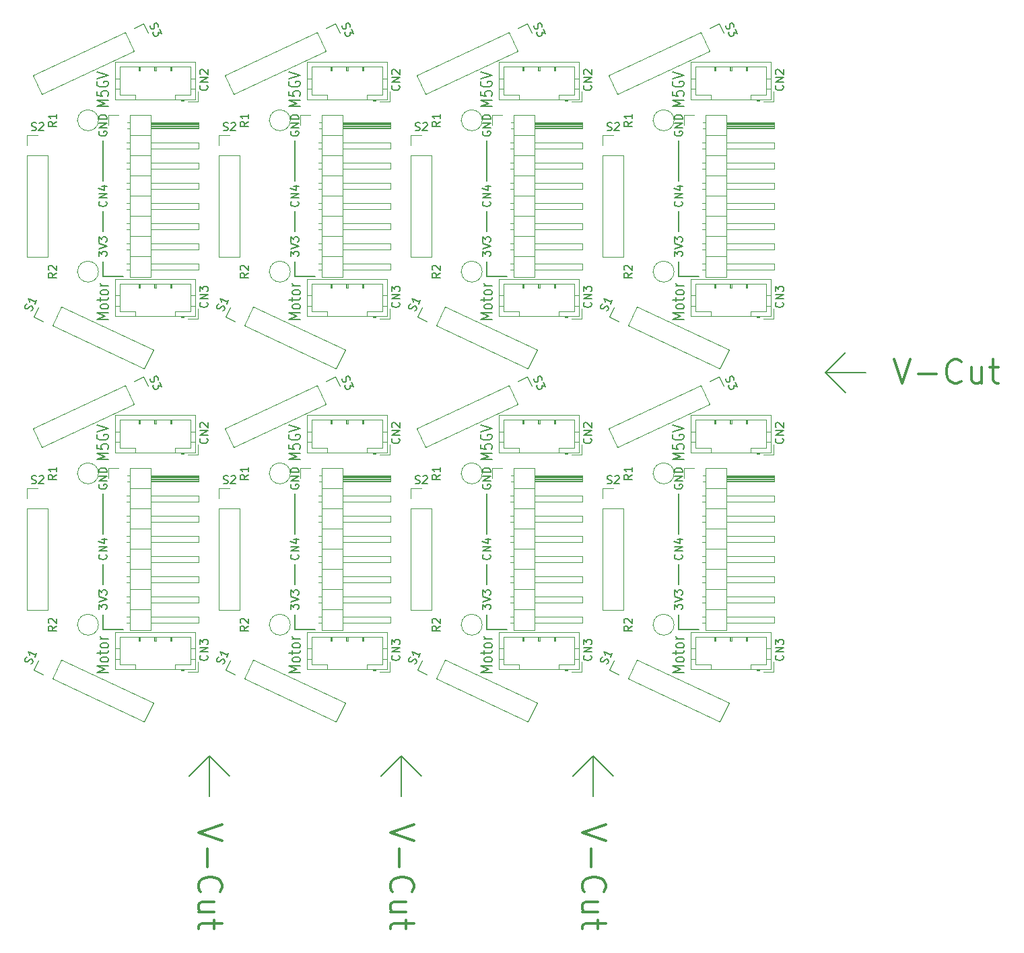
<source format=gto>
G04 #@! TF.FileFunction,Legend,Top*
%FSLAX46Y46*%
G04 Gerber Fmt 4.6, Leading zero omitted, Abs format (unit mm)*
G04 Created by KiCad (PCBNEW 4.0.7) date 06/11/20 11:20:33*
%MOMM*%
%LPD*%
G01*
G04 APERTURE LIST*
%ADD10C,0.100000*%
%ADD11C,0.200000*%
%ADD12C,0.300000*%
%ADD13C,0.150000*%
%ADD14C,0.120000*%
%ADD15R,2.100000X2.100000*%
%ADD16O,2.100000X2.100000*%
%ADD17C,2.000000*%
%ADD18O,2.000000X2.000000*%
%ADD19C,2.100000*%
%ADD20C,3.900000*%
%ADD21R,1.600000X2.100000*%
%ADD22O,1.600000X2.100000*%
G04 APERTURE END LIST*
D10*
D11*
X135890000Y-132715000D02*
X138430000Y-135255000D01*
X135890000Y-132715000D02*
X133350000Y-135255000D01*
X135890000Y-132715000D02*
X135890000Y-137795000D01*
D12*
X137532857Y-141383571D02*
X134532857Y-142383571D01*
X137532857Y-143383571D01*
X135675714Y-144383572D02*
X135675714Y-146669286D01*
X134818571Y-149812143D02*
X134675714Y-149669286D01*
X134532857Y-149240715D01*
X134532857Y-148955001D01*
X134675714Y-148526429D01*
X134961429Y-148240715D01*
X135247143Y-148097858D01*
X135818571Y-147955001D01*
X136247143Y-147955001D01*
X136818571Y-148097858D01*
X137104286Y-148240715D01*
X137390000Y-148526429D01*
X137532857Y-148955001D01*
X137532857Y-149240715D01*
X137390000Y-149669286D01*
X137247143Y-149812143D01*
X136532857Y-152383572D02*
X134532857Y-152383572D01*
X136532857Y-151097858D02*
X134961429Y-151097858D01*
X134675714Y-151240715D01*
X134532857Y-151526429D01*
X134532857Y-151955001D01*
X134675714Y-152240715D01*
X134818571Y-152383572D01*
X136532857Y-153383572D02*
X136532857Y-154526429D01*
X137532857Y-153812144D02*
X134961429Y-153812144D01*
X134675714Y-153955001D01*
X134532857Y-154240715D01*
X134532857Y-154526429D01*
X113402857Y-141383571D02*
X110402857Y-142383571D01*
X113402857Y-143383571D01*
X111545714Y-144383572D02*
X111545714Y-146669286D01*
X110688571Y-149812143D02*
X110545714Y-149669286D01*
X110402857Y-149240715D01*
X110402857Y-148955001D01*
X110545714Y-148526429D01*
X110831429Y-148240715D01*
X111117143Y-148097858D01*
X111688571Y-147955001D01*
X112117143Y-147955001D01*
X112688571Y-148097858D01*
X112974286Y-148240715D01*
X113260000Y-148526429D01*
X113402857Y-148955001D01*
X113402857Y-149240715D01*
X113260000Y-149669286D01*
X113117143Y-149812143D01*
X112402857Y-152383572D02*
X110402857Y-152383572D01*
X112402857Y-151097858D02*
X110831429Y-151097858D01*
X110545714Y-151240715D01*
X110402857Y-151526429D01*
X110402857Y-151955001D01*
X110545714Y-152240715D01*
X110688571Y-152383572D01*
X112402857Y-153383572D02*
X112402857Y-154526429D01*
X113402857Y-153812144D02*
X110831429Y-153812144D01*
X110545714Y-153955001D01*
X110402857Y-154240715D01*
X110402857Y-154526429D01*
D11*
X111760000Y-132715000D02*
X111760000Y-137795000D01*
X111760000Y-132715000D02*
X109220000Y-135255000D01*
X111760000Y-132715000D02*
X114300000Y-135255000D01*
X87630000Y-132715000D02*
X90170000Y-135255000D01*
X87630000Y-132715000D02*
X85090000Y-135255000D01*
X87630000Y-132715000D02*
X87630000Y-137795000D01*
D12*
X89272857Y-141383571D02*
X86272857Y-142383571D01*
X89272857Y-143383571D01*
X87415714Y-144383572D02*
X87415714Y-146669286D01*
X86558571Y-149812143D02*
X86415714Y-149669286D01*
X86272857Y-149240715D01*
X86272857Y-148955001D01*
X86415714Y-148526429D01*
X86701429Y-148240715D01*
X86987143Y-148097858D01*
X87558571Y-147955001D01*
X87987143Y-147955001D01*
X88558571Y-148097858D01*
X88844286Y-148240715D01*
X89130000Y-148526429D01*
X89272857Y-148955001D01*
X89272857Y-149240715D01*
X89130000Y-149669286D01*
X88987143Y-149812143D01*
X88272857Y-152383572D02*
X86272857Y-152383572D01*
X88272857Y-151097858D02*
X86701429Y-151097858D01*
X86415714Y-151240715D01*
X86272857Y-151526429D01*
X86272857Y-151955001D01*
X86415714Y-152240715D01*
X86558571Y-152383572D01*
X88272857Y-153383572D02*
X88272857Y-154526429D01*
X89272857Y-153812144D02*
X86701429Y-153812144D01*
X86415714Y-153955001D01*
X86272857Y-154240715D01*
X86272857Y-154526429D01*
X173768571Y-82812143D02*
X174768571Y-85812143D01*
X175768571Y-82812143D01*
X176768572Y-84669286D02*
X179054286Y-84669286D01*
X182197143Y-85526429D02*
X182054286Y-85669286D01*
X181625715Y-85812143D01*
X181340001Y-85812143D01*
X180911429Y-85669286D01*
X180625715Y-85383571D01*
X180482858Y-85097857D01*
X180340001Y-84526429D01*
X180340001Y-84097857D01*
X180482858Y-83526429D01*
X180625715Y-83240714D01*
X180911429Y-82955000D01*
X181340001Y-82812143D01*
X181625715Y-82812143D01*
X182054286Y-82955000D01*
X182197143Y-83097857D01*
X184768572Y-83812143D02*
X184768572Y-85812143D01*
X183482858Y-83812143D02*
X183482858Y-85383571D01*
X183625715Y-85669286D01*
X183911429Y-85812143D01*
X184340001Y-85812143D01*
X184625715Y-85669286D01*
X184768572Y-85526429D01*
X185768572Y-83812143D02*
X186911429Y-83812143D01*
X186197144Y-82812143D02*
X186197144Y-85383571D01*
X186340001Y-85669286D01*
X186625715Y-85812143D01*
X186911429Y-85812143D01*
D11*
X165100000Y-84455000D02*
X170180000Y-84455000D01*
X165100000Y-84455000D02*
X167640000Y-86995000D01*
X165100000Y-84455000D02*
X167640000Y-81915000D01*
D13*
X146137381Y-114268095D02*
X146137381Y-113649047D01*
X146518333Y-113982381D01*
X146518333Y-113839523D01*
X146565952Y-113744285D01*
X146613571Y-113696666D01*
X146708810Y-113649047D01*
X146946905Y-113649047D01*
X147042143Y-113696666D01*
X147089762Y-113744285D01*
X147137381Y-113839523D01*
X147137381Y-114125238D01*
X147089762Y-114220476D01*
X147042143Y-114268095D01*
X146137381Y-113363333D02*
X147137381Y-113030000D01*
X146137381Y-112696666D01*
X146137381Y-112458571D02*
X146137381Y-111839523D01*
X146518333Y-112172857D01*
X146518333Y-112029999D01*
X146565952Y-111934761D01*
X146613571Y-111887142D01*
X146708810Y-111839523D01*
X146946905Y-111839523D01*
X147042143Y-111887142D01*
X147089762Y-111934761D01*
X147137381Y-112029999D01*
X147137381Y-112315714D01*
X147089762Y-112410952D01*
X147042143Y-112458571D01*
X122007381Y-114268095D02*
X122007381Y-113649047D01*
X122388333Y-113982381D01*
X122388333Y-113839523D01*
X122435952Y-113744285D01*
X122483571Y-113696666D01*
X122578810Y-113649047D01*
X122816905Y-113649047D01*
X122912143Y-113696666D01*
X122959762Y-113744285D01*
X123007381Y-113839523D01*
X123007381Y-114125238D01*
X122959762Y-114220476D01*
X122912143Y-114268095D01*
X122007381Y-113363333D02*
X123007381Y-113030000D01*
X122007381Y-112696666D01*
X122007381Y-112458571D02*
X122007381Y-111839523D01*
X122388333Y-112172857D01*
X122388333Y-112029999D01*
X122435952Y-111934761D01*
X122483571Y-111887142D01*
X122578810Y-111839523D01*
X122816905Y-111839523D01*
X122912143Y-111887142D01*
X122959762Y-111934761D01*
X123007381Y-112029999D01*
X123007381Y-112315714D01*
X122959762Y-112410952D01*
X122912143Y-112458571D01*
X97877381Y-114268095D02*
X97877381Y-113649047D01*
X98258333Y-113982381D01*
X98258333Y-113839523D01*
X98305952Y-113744285D01*
X98353571Y-113696666D01*
X98448810Y-113649047D01*
X98686905Y-113649047D01*
X98782143Y-113696666D01*
X98829762Y-113744285D01*
X98877381Y-113839523D01*
X98877381Y-114125238D01*
X98829762Y-114220476D01*
X98782143Y-114268095D01*
X97877381Y-113363333D02*
X98877381Y-113030000D01*
X97877381Y-112696666D01*
X97877381Y-112458571D02*
X97877381Y-111839523D01*
X98258333Y-112172857D01*
X98258333Y-112029999D01*
X98305952Y-111934761D01*
X98353571Y-111887142D01*
X98448810Y-111839523D01*
X98686905Y-111839523D01*
X98782143Y-111887142D01*
X98829762Y-111934761D01*
X98877381Y-112029999D01*
X98877381Y-112315714D01*
X98829762Y-112410952D01*
X98782143Y-112458571D01*
X73747381Y-114268095D02*
X73747381Y-113649047D01*
X74128333Y-113982381D01*
X74128333Y-113839523D01*
X74175952Y-113744285D01*
X74223571Y-113696666D01*
X74318810Y-113649047D01*
X74556905Y-113649047D01*
X74652143Y-113696666D01*
X74699762Y-113744285D01*
X74747381Y-113839523D01*
X74747381Y-114125238D01*
X74699762Y-114220476D01*
X74652143Y-114268095D01*
X73747381Y-113363333D02*
X74747381Y-113030000D01*
X73747381Y-112696666D01*
X73747381Y-112458571D02*
X73747381Y-111839523D01*
X74128333Y-112172857D01*
X74128333Y-112029999D01*
X74175952Y-111934761D01*
X74223571Y-111887142D01*
X74318810Y-111839523D01*
X74556905Y-111839523D01*
X74652143Y-111887142D01*
X74699762Y-111934761D01*
X74747381Y-112029999D01*
X74747381Y-112315714D01*
X74699762Y-112410952D01*
X74652143Y-112458571D01*
X146137381Y-69818095D02*
X146137381Y-69199047D01*
X146518333Y-69532381D01*
X146518333Y-69389523D01*
X146565952Y-69294285D01*
X146613571Y-69246666D01*
X146708810Y-69199047D01*
X146946905Y-69199047D01*
X147042143Y-69246666D01*
X147089762Y-69294285D01*
X147137381Y-69389523D01*
X147137381Y-69675238D01*
X147089762Y-69770476D01*
X147042143Y-69818095D01*
X146137381Y-68913333D02*
X147137381Y-68580000D01*
X146137381Y-68246666D01*
X146137381Y-68008571D02*
X146137381Y-67389523D01*
X146518333Y-67722857D01*
X146518333Y-67579999D01*
X146565952Y-67484761D01*
X146613571Y-67437142D01*
X146708810Y-67389523D01*
X146946905Y-67389523D01*
X147042143Y-67437142D01*
X147089762Y-67484761D01*
X147137381Y-67579999D01*
X147137381Y-67865714D01*
X147089762Y-67960952D01*
X147042143Y-68008571D01*
X122007381Y-69818095D02*
X122007381Y-69199047D01*
X122388333Y-69532381D01*
X122388333Y-69389523D01*
X122435952Y-69294285D01*
X122483571Y-69246666D01*
X122578810Y-69199047D01*
X122816905Y-69199047D01*
X122912143Y-69246666D01*
X122959762Y-69294285D01*
X123007381Y-69389523D01*
X123007381Y-69675238D01*
X122959762Y-69770476D01*
X122912143Y-69818095D01*
X122007381Y-68913333D02*
X123007381Y-68580000D01*
X122007381Y-68246666D01*
X122007381Y-68008571D02*
X122007381Y-67389523D01*
X122388333Y-67722857D01*
X122388333Y-67579999D01*
X122435952Y-67484761D01*
X122483571Y-67437142D01*
X122578810Y-67389523D01*
X122816905Y-67389523D01*
X122912143Y-67437142D01*
X122959762Y-67484761D01*
X123007381Y-67579999D01*
X123007381Y-67865714D01*
X122959762Y-67960952D01*
X122912143Y-68008571D01*
X97877381Y-69818095D02*
X97877381Y-69199047D01*
X98258333Y-69532381D01*
X98258333Y-69389523D01*
X98305952Y-69294285D01*
X98353571Y-69246666D01*
X98448810Y-69199047D01*
X98686905Y-69199047D01*
X98782143Y-69246666D01*
X98829762Y-69294285D01*
X98877381Y-69389523D01*
X98877381Y-69675238D01*
X98829762Y-69770476D01*
X98782143Y-69818095D01*
X97877381Y-68913333D02*
X98877381Y-68580000D01*
X97877381Y-68246666D01*
X97877381Y-68008571D02*
X97877381Y-67389523D01*
X98258333Y-67722857D01*
X98258333Y-67579999D01*
X98305952Y-67484761D01*
X98353571Y-67437142D01*
X98448810Y-67389523D01*
X98686905Y-67389523D01*
X98782143Y-67437142D01*
X98829762Y-67484761D01*
X98877381Y-67579999D01*
X98877381Y-67865714D01*
X98829762Y-67960952D01*
X98782143Y-68008571D01*
D11*
X146685000Y-111125000D02*
X146685000Y-108585000D01*
X122555000Y-111125000D02*
X122555000Y-108585000D01*
X98425000Y-111125000D02*
X98425000Y-108585000D01*
X74295000Y-111125000D02*
X74295000Y-108585000D01*
X146685000Y-66675000D02*
X146685000Y-64135000D01*
X122555000Y-66675000D02*
X122555000Y-64135000D01*
X98425000Y-66675000D02*
X98425000Y-64135000D01*
D13*
X146185000Y-98551904D02*
X146137381Y-98647142D01*
X146137381Y-98789999D01*
X146185000Y-98932857D01*
X146280238Y-99028095D01*
X146375476Y-99075714D01*
X146565952Y-99123333D01*
X146708810Y-99123333D01*
X146899286Y-99075714D01*
X146994524Y-99028095D01*
X147089762Y-98932857D01*
X147137381Y-98789999D01*
X147137381Y-98694761D01*
X147089762Y-98551904D01*
X147042143Y-98504285D01*
X146708810Y-98504285D01*
X146708810Y-98694761D01*
X147137381Y-98075714D02*
X146137381Y-98075714D01*
X147137381Y-97504285D01*
X146137381Y-97504285D01*
X147137381Y-97028095D02*
X146137381Y-97028095D01*
X146137381Y-96790000D01*
X146185000Y-96647142D01*
X146280238Y-96551904D01*
X146375476Y-96504285D01*
X146565952Y-96456666D01*
X146708810Y-96456666D01*
X146899286Y-96504285D01*
X146994524Y-96551904D01*
X147089762Y-96647142D01*
X147137381Y-96790000D01*
X147137381Y-97028095D01*
X122055000Y-98551904D02*
X122007381Y-98647142D01*
X122007381Y-98789999D01*
X122055000Y-98932857D01*
X122150238Y-99028095D01*
X122245476Y-99075714D01*
X122435952Y-99123333D01*
X122578810Y-99123333D01*
X122769286Y-99075714D01*
X122864524Y-99028095D01*
X122959762Y-98932857D01*
X123007381Y-98789999D01*
X123007381Y-98694761D01*
X122959762Y-98551904D01*
X122912143Y-98504285D01*
X122578810Y-98504285D01*
X122578810Y-98694761D01*
X123007381Y-98075714D02*
X122007381Y-98075714D01*
X123007381Y-97504285D01*
X122007381Y-97504285D01*
X123007381Y-97028095D02*
X122007381Y-97028095D01*
X122007381Y-96790000D01*
X122055000Y-96647142D01*
X122150238Y-96551904D01*
X122245476Y-96504285D01*
X122435952Y-96456666D01*
X122578810Y-96456666D01*
X122769286Y-96504285D01*
X122864524Y-96551904D01*
X122959762Y-96647142D01*
X123007381Y-96790000D01*
X123007381Y-97028095D01*
X97925000Y-98551904D02*
X97877381Y-98647142D01*
X97877381Y-98789999D01*
X97925000Y-98932857D01*
X98020238Y-99028095D01*
X98115476Y-99075714D01*
X98305952Y-99123333D01*
X98448810Y-99123333D01*
X98639286Y-99075714D01*
X98734524Y-99028095D01*
X98829762Y-98932857D01*
X98877381Y-98789999D01*
X98877381Y-98694761D01*
X98829762Y-98551904D01*
X98782143Y-98504285D01*
X98448810Y-98504285D01*
X98448810Y-98694761D01*
X98877381Y-98075714D02*
X97877381Y-98075714D01*
X98877381Y-97504285D01*
X97877381Y-97504285D01*
X98877381Y-97028095D02*
X97877381Y-97028095D01*
X97877381Y-96790000D01*
X97925000Y-96647142D01*
X98020238Y-96551904D01*
X98115476Y-96504285D01*
X98305952Y-96456666D01*
X98448810Y-96456666D01*
X98639286Y-96504285D01*
X98734524Y-96551904D01*
X98829762Y-96647142D01*
X98877381Y-96790000D01*
X98877381Y-97028095D01*
X73795000Y-98551904D02*
X73747381Y-98647142D01*
X73747381Y-98789999D01*
X73795000Y-98932857D01*
X73890238Y-99028095D01*
X73985476Y-99075714D01*
X74175952Y-99123333D01*
X74318810Y-99123333D01*
X74509286Y-99075714D01*
X74604524Y-99028095D01*
X74699762Y-98932857D01*
X74747381Y-98789999D01*
X74747381Y-98694761D01*
X74699762Y-98551904D01*
X74652143Y-98504285D01*
X74318810Y-98504285D01*
X74318810Y-98694761D01*
X74747381Y-98075714D02*
X73747381Y-98075714D01*
X74747381Y-97504285D01*
X73747381Y-97504285D01*
X74747381Y-97028095D02*
X73747381Y-97028095D01*
X73747381Y-96790000D01*
X73795000Y-96647142D01*
X73890238Y-96551904D01*
X73985476Y-96504285D01*
X74175952Y-96456666D01*
X74318810Y-96456666D01*
X74509286Y-96504285D01*
X74604524Y-96551904D01*
X74699762Y-96647142D01*
X74747381Y-96790000D01*
X74747381Y-97028095D01*
X146185000Y-54101904D02*
X146137381Y-54197142D01*
X146137381Y-54339999D01*
X146185000Y-54482857D01*
X146280238Y-54578095D01*
X146375476Y-54625714D01*
X146565952Y-54673333D01*
X146708810Y-54673333D01*
X146899286Y-54625714D01*
X146994524Y-54578095D01*
X147089762Y-54482857D01*
X147137381Y-54339999D01*
X147137381Y-54244761D01*
X147089762Y-54101904D01*
X147042143Y-54054285D01*
X146708810Y-54054285D01*
X146708810Y-54244761D01*
X147137381Y-53625714D02*
X146137381Y-53625714D01*
X147137381Y-53054285D01*
X146137381Y-53054285D01*
X147137381Y-52578095D02*
X146137381Y-52578095D01*
X146137381Y-52340000D01*
X146185000Y-52197142D01*
X146280238Y-52101904D01*
X146375476Y-52054285D01*
X146565952Y-52006666D01*
X146708810Y-52006666D01*
X146899286Y-52054285D01*
X146994524Y-52101904D01*
X147089762Y-52197142D01*
X147137381Y-52340000D01*
X147137381Y-52578095D01*
X122055000Y-54101904D02*
X122007381Y-54197142D01*
X122007381Y-54339999D01*
X122055000Y-54482857D01*
X122150238Y-54578095D01*
X122245476Y-54625714D01*
X122435952Y-54673333D01*
X122578810Y-54673333D01*
X122769286Y-54625714D01*
X122864524Y-54578095D01*
X122959762Y-54482857D01*
X123007381Y-54339999D01*
X123007381Y-54244761D01*
X122959762Y-54101904D01*
X122912143Y-54054285D01*
X122578810Y-54054285D01*
X122578810Y-54244761D01*
X123007381Y-53625714D02*
X122007381Y-53625714D01*
X123007381Y-53054285D01*
X122007381Y-53054285D01*
X123007381Y-52578095D02*
X122007381Y-52578095D01*
X122007381Y-52340000D01*
X122055000Y-52197142D01*
X122150238Y-52101904D01*
X122245476Y-52054285D01*
X122435952Y-52006666D01*
X122578810Y-52006666D01*
X122769286Y-52054285D01*
X122864524Y-52101904D01*
X122959762Y-52197142D01*
X123007381Y-52340000D01*
X123007381Y-52578095D01*
X97925000Y-54101904D02*
X97877381Y-54197142D01*
X97877381Y-54339999D01*
X97925000Y-54482857D01*
X98020238Y-54578095D01*
X98115476Y-54625714D01*
X98305952Y-54673333D01*
X98448810Y-54673333D01*
X98639286Y-54625714D01*
X98734524Y-54578095D01*
X98829762Y-54482857D01*
X98877381Y-54339999D01*
X98877381Y-54244761D01*
X98829762Y-54101904D01*
X98782143Y-54054285D01*
X98448810Y-54054285D01*
X98448810Y-54244761D01*
X98877381Y-53625714D02*
X97877381Y-53625714D01*
X98877381Y-53054285D01*
X97877381Y-53054285D01*
X98877381Y-52578095D02*
X97877381Y-52578095D01*
X97877381Y-52340000D01*
X97925000Y-52197142D01*
X98020238Y-52101904D01*
X98115476Y-52054285D01*
X98305952Y-52006666D01*
X98448810Y-52006666D01*
X98639286Y-52054285D01*
X98734524Y-52101904D01*
X98829762Y-52197142D01*
X98877381Y-52340000D01*
X98877381Y-52578095D01*
D11*
X146685000Y-104775000D02*
X146685000Y-99695000D01*
X122555000Y-104775000D02*
X122555000Y-99695000D01*
X98425000Y-104775000D02*
X98425000Y-99695000D01*
X74295000Y-104775000D02*
X74295000Y-99695000D01*
X146685000Y-60325000D02*
X146685000Y-55245000D01*
X122555000Y-60325000D02*
X122555000Y-55245000D01*
X98425000Y-60325000D02*
X98425000Y-55245000D01*
X146685000Y-116840000D02*
X146685000Y-114935000D01*
X122555000Y-116840000D02*
X122555000Y-114935000D01*
X98425000Y-116840000D02*
X98425000Y-114935000D01*
X74295000Y-116840000D02*
X74295000Y-114935000D01*
X146685000Y-72390000D02*
X146685000Y-70485000D01*
X122555000Y-72390000D02*
X122555000Y-70485000D01*
X98425000Y-72390000D02*
X98425000Y-70485000D01*
X147363571Y-122215000D02*
X145863571Y-122215000D01*
X146935000Y-121815000D01*
X145863571Y-121415000D01*
X147363571Y-121415000D01*
X147363571Y-120672142D02*
X147292143Y-120786428D01*
X147220714Y-120843571D01*
X147077857Y-120900714D01*
X146649286Y-120900714D01*
X146506429Y-120843571D01*
X146435000Y-120786428D01*
X146363571Y-120672142D01*
X146363571Y-120500714D01*
X146435000Y-120386428D01*
X146506429Y-120329285D01*
X146649286Y-120272142D01*
X147077857Y-120272142D01*
X147220714Y-120329285D01*
X147292143Y-120386428D01*
X147363571Y-120500714D01*
X147363571Y-120672142D01*
X146363571Y-119929285D02*
X146363571Y-119472142D01*
X145863571Y-119757857D02*
X147149286Y-119757857D01*
X147292143Y-119700714D01*
X147363571Y-119586428D01*
X147363571Y-119472142D01*
X147363571Y-118900714D02*
X147292143Y-119015000D01*
X147220714Y-119072143D01*
X147077857Y-119129286D01*
X146649286Y-119129286D01*
X146506429Y-119072143D01*
X146435000Y-119015000D01*
X146363571Y-118900714D01*
X146363571Y-118729286D01*
X146435000Y-118615000D01*
X146506429Y-118557857D01*
X146649286Y-118500714D01*
X147077857Y-118500714D01*
X147220714Y-118557857D01*
X147292143Y-118615000D01*
X147363571Y-118729286D01*
X147363571Y-118900714D01*
X147363571Y-117986429D02*
X146363571Y-117986429D01*
X146649286Y-117986429D02*
X146506429Y-117929286D01*
X146435000Y-117872143D01*
X146363571Y-117757857D01*
X146363571Y-117643572D01*
X123233571Y-122215000D02*
X121733571Y-122215000D01*
X122805000Y-121815000D01*
X121733571Y-121415000D01*
X123233571Y-121415000D01*
X123233571Y-120672142D02*
X123162143Y-120786428D01*
X123090714Y-120843571D01*
X122947857Y-120900714D01*
X122519286Y-120900714D01*
X122376429Y-120843571D01*
X122305000Y-120786428D01*
X122233571Y-120672142D01*
X122233571Y-120500714D01*
X122305000Y-120386428D01*
X122376429Y-120329285D01*
X122519286Y-120272142D01*
X122947857Y-120272142D01*
X123090714Y-120329285D01*
X123162143Y-120386428D01*
X123233571Y-120500714D01*
X123233571Y-120672142D01*
X122233571Y-119929285D02*
X122233571Y-119472142D01*
X121733571Y-119757857D02*
X123019286Y-119757857D01*
X123162143Y-119700714D01*
X123233571Y-119586428D01*
X123233571Y-119472142D01*
X123233571Y-118900714D02*
X123162143Y-119015000D01*
X123090714Y-119072143D01*
X122947857Y-119129286D01*
X122519286Y-119129286D01*
X122376429Y-119072143D01*
X122305000Y-119015000D01*
X122233571Y-118900714D01*
X122233571Y-118729286D01*
X122305000Y-118615000D01*
X122376429Y-118557857D01*
X122519286Y-118500714D01*
X122947857Y-118500714D01*
X123090714Y-118557857D01*
X123162143Y-118615000D01*
X123233571Y-118729286D01*
X123233571Y-118900714D01*
X123233571Y-117986429D02*
X122233571Y-117986429D01*
X122519286Y-117986429D02*
X122376429Y-117929286D01*
X122305000Y-117872143D01*
X122233571Y-117757857D01*
X122233571Y-117643572D01*
X99103571Y-122215000D02*
X97603571Y-122215000D01*
X98675000Y-121815000D01*
X97603571Y-121415000D01*
X99103571Y-121415000D01*
X99103571Y-120672142D02*
X99032143Y-120786428D01*
X98960714Y-120843571D01*
X98817857Y-120900714D01*
X98389286Y-120900714D01*
X98246429Y-120843571D01*
X98175000Y-120786428D01*
X98103571Y-120672142D01*
X98103571Y-120500714D01*
X98175000Y-120386428D01*
X98246429Y-120329285D01*
X98389286Y-120272142D01*
X98817857Y-120272142D01*
X98960714Y-120329285D01*
X99032143Y-120386428D01*
X99103571Y-120500714D01*
X99103571Y-120672142D01*
X98103571Y-119929285D02*
X98103571Y-119472142D01*
X97603571Y-119757857D02*
X98889286Y-119757857D01*
X99032143Y-119700714D01*
X99103571Y-119586428D01*
X99103571Y-119472142D01*
X99103571Y-118900714D02*
X99032143Y-119015000D01*
X98960714Y-119072143D01*
X98817857Y-119129286D01*
X98389286Y-119129286D01*
X98246429Y-119072143D01*
X98175000Y-119015000D01*
X98103571Y-118900714D01*
X98103571Y-118729286D01*
X98175000Y-118615000D01*
X98246429Y-118557857D01*
X98389286Y-118500714D01*
X98817857Y-118500714D01*
X98960714Y-118557857D01*
X99032143Y-118615000D01*
X99103571Y-118729286D01*
X99103571Y-118900714D01*
X99103571Y-117986429D02*
X98103571Y-117986429D01*
X98389286Y-117986429D02*
X98246429Y-117929286D01*
X98175000Y-117872143D01*
X98103571Y-117757857D01*
X98103571Y-117643572D01*
X74973571Y-122215000D02*
X73473571Y-122215000D01*
X74545000Y-121815000D01*
X73473571Y-121415000D01*
X74973571Y-121415000D01*
X74973571Y-120672142D02*
X74902143Y-120786428D01*
X74830714Y-120843571D01*
X74687857Y-120900714D01*
X74259286Y-120900714D01*
X74116429Y-120843571D01*
X74045000Y-120786428D01*
X73973571Y-120672142D01*
X73973571Y-120500714D01*
X74045000Y-120386428D01*
X74116429Y-120329285D01*
X74259286Y-120272142D01*
X74687857Y-120272142D01*
X74830714Y-120329285D01*
X74902143Y-120386428D01*
X74973571Y-120500714D01*
X74973571Y-120672142D01*
X73973571Y-119929285D02*
X73973571Y-119472142D01*
X73473571Y-119757857D02*
X74759286Y-119757857D01*
X74902143Y-119700714D01*
X74973571Y-119586428D01*
X74973571Y-119472142D01*
X74973571Y-118900714D02*
X74902143Y-119015000D01*
X74830714Y-119072143D01*
X74687857Y-119129286D01*
X74259286Y-119129286D01*
X74116429Y-119072143D01*
X74045000Y-119015000D01*
X73973571Y-118900714D01*
X73973571Y-118729286D01*
X74045000Y-118615000D01*
X74116429Y-118557857D01*
X74259286Y-118500714D01*
X74687857Y-118500714D01*
X74830714Y-118557857D01*
X74902143Y-118615000D01*
X74973571Y-118729286D01*
X74973571Y-118900714D01*
X74973571Y-117986429D02*
X73973571Y-117986429D01*
X74259286Y-117986429D02*
X74116429Y-117929286D01*
X74045000Y-117872143D01*
X73973571Y-117757857D01*
X73973571Y-117643572D01*
X147363571Y-77765000D02*
X145863571Y-77765000D01*
X146935000Y-77365000D01*
X145863571Y-76965000D01*
X147363571Y-76965000D01*
X147363571Y-76222142D02*
X147292143Y-76336428D01*
X147220714Y-76393571D01*
X147077857Y-76450714D01*
X146649286Y-76450714D01*
X146506429Y-76393571D01*
X146435000Y-76336428D01*
X146363571Y-76222142D01*
X146363571Y-76050714D01*
X146435000Y-75936428D01*
X146506429Y-75879285D01*
X146649286Y-75822142D01*
X147077857Y-75822142D01*
X147220714Y-75879285D01*
X147292143Y-75936428D01*
X147363571Y-76050714D01*
X147363571Y-76222142D01*
X146363571Y-75479285D02*
X146363571Y-75022142D01*
X145863571Y-75307857D02*
X147149286Y-75307857D01*
X147292143Y-75250714D01*
X147363571Y-75136428D01*
X147363571Y-75022142D01*
X147363571Y-74450714D02*
X147292143Y-74565000D01*
X147220714Y-74622143D01*
X147077857Y-74679286D01*
X146649286Y-74679286D01*
X146506429Y-74622143D01*
X146435000Y-74565000D01*
X146363571Y-74450714D01*
X146363571Y-74279286D01*
X146435000Y-74165000D01*
X146506429Y-74107857D01*
X146649286Y-74050714D01*
X147077857Y-74050714D01*
X147220714Y-74107857D01*
X147292143Y-74165000D01*
X147363571Y-74279286D01*
X147363571Y-74450714D01*
X147363571Y-73536429D02*
X146363571Y-73536429D01*
X146649286Y-73536429D02*
X146506429Y-73479286D01*
X146435000Y-73422143D01*
X146363571Y-73307857D01*
X146363571Y-73193572D01*
X123233571Y-77765000D02*
X121733571Y-77765000D01*
X122805000Y-77365000D01*
X121733571Y-76965000D01*
X123233571Y-76965000D01*
X123233571Y-76222142D02*
X123162143Y-76336428D01*
X123090714Y-76393571D01*
X122947857Y-76450714D01*
X122519286Y-76450714D01*
X122376429Y-76393571D01*
X122305000Y-76336428D01*
X122233571Y-76222142D01*
X122233571Y-76050714D01*
X122305000Y-75936428D01*
X122376429Y-75879285D01*
X122519286Y-75822142D01*
X122947857Y-75822142D01*
X123090714Y-75879285D01*
X123162143Y-75936428D01*
X123233571Y-76050714D01*
X123233571Y-76222142D01*
X122233571Y-75479285D02*
X122233571Y-75022142D01*
X121733571Y-75307857D02*
X123019286Y-75307857D01*
X123162143Y-75250714D01*
X123233571Y-75136428D01*
X123233571Y-75022142D01*
X123233571Y-74450714D02*
X123162143Y-74565000D01*
X123090714Y-74622143D01*
X122947857Y-74679286D01*
X122519286Y-74679286D01*
X122376429Y-74622143D01*
X122305000Y-74565000D01*
X122233571Y-74450714D01*
X122233571Y-74279286D01*
X122305000Y-74165000D01*
X122376429Y-74107857D01*
X122519286Y-74050714D01*
X122947857Y-74050714D01*
X123090714Y-74107857D01*
X123162143Y-74165000D01*
X123233571Y-74279286D01*
X123233571Y-74450714D01*
X123233571Y-73536429D02*
X122233571Y-73536429D01*
X122519286Y-73536429D02*
X122376429Y-73479286D01*
X122305000Y-73422143D01*
X122233571Y-73307857D01*
X122233571Y-73193572D01*
X99103571Y-77765000D02*
X97603571Y-77765000D01*
X98675000Y-77365000D01*
X97603571Y-76965000D01*
X99103571Y-76965000D01*
X99103571Y-76222142D02*
X99032143Y-76336428D01*
X98960714Y-76393571D01*
X98817857Y-76450714D01*
X98389286Y-76450714D01*
X98246429Y-76393571D01*
X98175000Y-76336428D01*
X98103571Y-76222142D01*
X98103571Y-76050714D01*
X98175000Y-75936428D01*
X98246429Y-75879285D01*
X98389286Y-75822142D01*
X98817857Y-75822142D01*
X98960714Y-75879285D01*
X99032143Y-75936428D01*
X99103571Y-76050714D01*
X99103571Y-76222142D01*
X98103571Y-75479285D02*
X98103571Y-75022142D01*
X97603571Y-75307857D02*
X98889286Y-75307857D01*
X99032143Y-75250714D01*
X99103571Y-75136428D01*
X99103571Y-75022142D01*
X99103571Y-74450714D02*
X99032143Y-74565000D01*
X98960714Y-74622143D01*
X98817857Y-74679286D01*
X98389286Y-74679286D01*
X98246429Y-74622143D01*
X98175000Y-74565000D01*
X98103571Y-74450714D01*
X98103571Y-74279286D01*
X98175000Y-74165000D01*
X98246429Y-74107857D01*
X98389286Y-74050714D01*
X98817857Y-74050714D01*
X98960714Y-74107857D01*
X99032143Y-74165000D01*
X99103571Y-74279286D01*
X99103571Y-74450714D01*
X99103571Y-73536429D02*
X98103571Y-73536429D01*
X98389286Y-73536429D02*
X98246429Y-73479286D01*
X98175000Y-73422143D01*
X98103571Y-73307857D01*
X98103571Y-73193572D01*
X149225000Y-116840000D02*
X146685000Y-116840000D01*
X125095000Y-116840000D02*
X122555000Y-116840000D01*
X100965000Y-116840000D02*
X98425000Y-116840000D01*
X76835000Y-116840000D02*
X74295000Y-116840000D01*
X149225000Y-72390000D02*
X146685000Y-72390000D01*
X125095000Y-72390000D02*
X122555000Y-72390000D01*
X100965000Y-72390000D02*
X98425000Y-72390000D01*
X147363571Y-95430714D02*
X145863571Y-95430714D01*
X146935000Y-95030714D01*
X145863571Y-94630714D01*
X147363571Y-94630714D01*
X145863571Y-93487856D02*
X145863571Y-94059285D01*
X146577857Y-94116428D01*
X146506429Y-94059285D01*
X146435000Y-93944999D01*
X146435000Y-93659285D01*
X146506429Y-93544999D01*
X146577857Y-93487856D01*
X146720714Y-93430713D01*
X147077857Y-93430713D01*
X147220714Y-93487856D01*
X147292143Y-93544999D01*
X147363571Y-93659285D01*
X147363571Y-93944999D01*
X147292143Y-94059285D01*
X147220714Y-94116428D01*
X145935000Y-92287856D02*
X145863571Y-92402142D01*
X145863571Y-92573571D01*
X145935000Y-92744999D01*
X146077857Y-92859285D01*
X146220714Y-92916428D01*
X146506429Y-92973571D01*
X146720714Y-92973571D01*
X147006429Y-92916428D01*
X147149286Y-92859285D01*
X147292143Y-92744999D01*
X147363571Y-92573571D01*
X147363571Y-92459285D01*
X147292143Y-92287856D01*
X147220714Y-92230713D01*
X146720714Y-92230713D01*
X146720714Y-92459285D01*
X145863571Y-91887856D02*
X147363571Y-91487856D01*
X145863571Y-91087856D01*
X123233571Y-95430714D02*
X121733571Y-95430714D01*
X122805000Y-95030714D01*
X121733571Y-94630714D01*
X123233571Y-94630714D01*
X121733571Y-93487856D02*
X121733571Y-94059285D01*
X122447857Y-94116428D01*
X122376429Y-94059285D01*
X122305000Y-93944999D01*
X122305000Y-93659285D01*
X122376429Y-93544999D01*
X122447857Y-93487856D01*
X122590714Y-93430713D01*
X122947857Y-93430713D01*
X123090714Y-93487856D01*
X123162143Y-93544999D01*
X123233571Y-93659285D01*
X123233571Y-93944999D01*
X123162143Y-94059285D01*
X123090714Y-94116428D01*
X121805000Y-92287856D02*
X121733571Y-92402142D01*
X121733571Y-92573571D01*
X121805000Y-92744999D01*
X121947857Y-92859285D01*
X122090714Y-92916428D01*
X122376429Y-92973571D01*
X122590714Y-92973571D01*
X122876429Y-92916428D01*
X123019286Y-92859285D01*
X123162143Y-92744999D01*
X123233571Y-92573571D01*
X123233571Y-92459285D01*
X123162143Y-92287856D01*
X123090714Y-92230713D01*
X122590714Y-92230713D01*
X122590714Y-92459285D01*
X121733571Y-91887856D02*
X123233571Y-91487856D01*
X121733571Y-91087856D01*
X99103571Y-95430714D02*
X97603571Y-95430714D01*
X98675000Y-95030714D01*
X97603571Y-94630714D01*
X99103571Y-94630714D01*
X97603571Y-93487856D02*
X97603571Y-94059285D01*
X98317857Y-94116428D01*
X98246429Y-94059285D01*
X98175000Y-93944999D01*
X98175000Y-93659285D01*
X98246429Y-93544999D01*
X98317857Y-93487856D01*
X98460714Y-93430713D01*
X98817857Y-93430713D01*
X98960714Y-93487856D01*
X99032143Y-93544999D01*
X99103571Y-93659285D01*
X99103571Y-93944999D01*
X99032143Y-94059285D01*
X98960714Y-94116428D01*
X97675000Y-92287856D02*
X97603571Y-92402142D01*
X97603571Y-92573571D01*
X97675000Y-92744999D01*
X97817857Y-92859285D01*
X97960714Y-92916428D01*
X98246429Y-92973571D01*
X98460714Y-92973571D01*
X98746429Y-92916428D01*
X98889286Y-92859285D01*
X99032143Y-92744999D01*
X99103571Y-92573571D01*
X99103571Y-92459285D01*
X99032143Y-92287856D01*
X98960714Y-92230713D01*
X98460714Y-92230713D01*
X98460714Y-92459285D01*
X97603571Y-91887856D02*
X99103571Y-91487856D01*
X97603571Y-91087856D01*
X74973571Y-95430714D02*
X73473571Y-95430714D01*
X74545000Y-95030714D01*
X73473571Y-94630714D01*
X74973571Y-94630714D01*
X73473571Y-93487856D02*
X73473571Y-94059285D01*
X74187857Y-94116428D01*
X74116429Y-94059285D01*
X74045000Y-93944999D01*
X74045000Y-93659285D01*
X74116429Y-93544999D01*
X74187857Y-93487856D01*
X74330714Y-93430713D01*
X74687857Y-93430713D01*
X74830714Y-93487856D01*
X74902143Y-93544999D01*
X74973571Y-93659285D01*
X74973571Y-93944999D01*
X74902143Y-94059285D01*
X74830714Y-94116428D01*
X73545000Y-92287856D02*
X73473571Y-92402142D01*
X73473571Y-92573571D01*
X73545000Y-92744999D01*
X73687857Y-92859285D01*
X73830714Y-92916428D01*
X74116429Y-92973571D01*
X74330714Y-92973571D01*
X74616429Y-92916428D01*
X74759286Y-92859285D01*
X74902143Y-92744999D01*
X74973571Y-92573571D01*
X74973571Y-92459285D01*
X74902143Y-92287856D01*
X74830714Y-92230713D01*
X74330714Y-92230713D01*
X74330714Y-92459285D01*
X73473571Y-91887856D02*
X74973571Y-91487856D01*
X73473571Y-91087856D01*
X147363571Y-50980714D02*
X145863571Y-50980714D01*
X146935000Y-50580714D01*
X145863571Y-50180714D01*
X147363571Y-50180714D01*
X145863571Y-49037856D02*
X145863571Y-49609285D01*
X146577857Y-49666428D01*
X146506429Y-49609285D01*
X146435000Y-49494999D01*
X146435000Y-49209285D01*
X146506429Y-49094999D01*
X146577857Y-49037856D01*
X146720714Y-48980713D01*
X147077857Y-48980713D01*
X147220714Y-49037856D01*
X147292143Y-49094999D01*
X147363571Y-49209285D01*
X147363571Y-49494999D01*
X147292143Y-49609285D01*
X147220714Y-49666428D01*
X145935000Y-47837856D02*
X145863571Y-47952142D01*
X145863571Y-48123571D01*
X145935000Y-48294999D01*
X146077857Y-48409285D01*
X146220714Y-48466428D01*
X146506429Y-48523571D01*
X146720714Y-48523571D01*
X147006429Y-48466428D01*
X147149286Y-48409285D01*
X147292143Y-48294999D01*
X147363571Y-48123571D01*
X147363571Y-48009285D01*
X147292143Y-47837856D01*
X147220714Y-47780713D01*
X146720714Y-47780713D01*
X146720714Y-48009285D01*
X145863571Y-47437856D02*
X147363571Y-47037856D01*
X145863571Y-46637856D01*
X123233571Y-50980714D02*
X121733571Y-50980714D01*
X122805000Y-50580714D01*
X121733571Y-50180714D01*
X123233571Y-50180714D01*
X121733571Y-49037856D02*
X121733571Y-49609285D01*
X122447857Y-49666428D01*
X122376429Y-49609285D01*
X122305000Y-49494999D01*
X122305000Y-49209285D01*
X122376429Y-49094999D01*
X122447857Y-49037856D01*
X122590714Y-48980713D01*
X122947857Y-48980713D01*
X123090714Y-49037856D01*
X123162143Y-49094999D01*
X123233571Y-49209285D01*
X123233571Y-49494999D01*
X123162143Y-49609285D01*
X123090714Y-49666428D01*
X121805000Y-47837856D02*
X121733571Y-47952142D01*
X121733571Y-48123571D01*
X121805000Y-48294999D01*
X121947857Y-48409285D01*
X122090714Y-48466428D01*
X122376429Y-48523571D01*
X122590714Y-48523571D01*
X122876429Y-48466428D01*
X123019286Y-48409285D01*
X123162143Y-48294999D01*
X123233571Y-48123571D01*
X123233571Y-48009285D01*
X123162143Y-47837856D01*
X123090714Y-47780713D01*
X122590714Y-47780713D01*
X122590714Y-48009285D01*
X121733571Y-47437856D02*
X123233571Y-47037856D01*
X121733571Y-46637856D01*
X99103571Y-50980714D02*
X97603571Y-50980714D01*
X98675000Y-50580714D01*
X97603571Y-50180714D01*
X99103571Y-50180714D01*
X97603571Y-49037856D02*
X97603571Y-49609285D01*
X98317857Y-49666428D01*
X98246429Y-49609285D01*
X98175000Y-49494999D01*
X98175000Y-49209285D01*
X98246429Y-49094999D01*
X98317857Y-49037856D01*
X98460714Y-48980713D01*
X98817857Y-48980713D01*
X98960714Y-49037856D01*
X99032143Y-49094999D01*
X99103571Y-49209285D01*
X99103571Y-49494999D01*
X99032143Y-49609285D01*
X98960714Y-49666428D01*
X97675000Y-47837856D02*
X97603571Y-47952142D01*
X97603571Y-48123571D01*
X97675000Y-48294999D01*
X97817857Y-48409285D01*
X97960714Y-48466428D01*
X98246429Y-48523571D01*
X98460714Y-48523571D01*
X98746429Y-48466428D01*
X98889286Y-48409285D01*
X99032143Y-48294999D01*
X99103571Y-48123571D01*
X99103571Y-48009285D01*
X99032143Y-47837856D01*
X98960714Y-47780713D01*
X98460714Y-47780713D01*
X98460714Y-48009285D01*
X97603571Y-47437856D02*
X99103571Y-47037856D01*
X97603571Y-46637856D01*
X74295000Y-60325000D02*
X74295000Y-55245000D01*
X74295000Y-66675000D02*
X74295000Y-64135000D01*
X74295000Y-72390000D02*
X74295000Y-70485000D01*
X76835000Y-72390000D02*
X74295000Y-72390000D01*
D13*
X73747381Y-69818095D02*
X73747381Y-69199047D01*
X74128333Y-69532381D01*
X74128333Y-69389523D01*
X74175952Y-69294285D01*
X74223571Y-69246666D01*
X74318810Y-69199047D01*
X74556905Y-69199047D01*
X74652143Y-69246666D01*
X74699762Y-69294285D01*
X74747381Y-69389523D01*
X74747381Y-69675238D01*
X74699762Y-69770476D01*
X74652143Y-69818095D01*
X73747381Y-68913333D02*
X74747381Y-68580000D01*
X73747381Y-68246666D01*
X73747381Y-68008571D02*
X73747381Y-67389523D01*
X74128333Y-67722857D01*
X74128333Y-67579999D01*
X74175952Y-67484761D01*
X74223571Y-67437142D01*
X74318810Y-67389523D01*
X74556905Y-67389523D01*
X74652143Y-67437142D01*
X74699762Y-67484761D01*
X74747381Y-67579999D01*
X74747381Y-67865714D01*
X74699762Y-67960952D01*
X74652143Y-68008571D01*
X73795000Y-54101904D02*
X73747381Y-54197142D01*
X73747381Y-54339999D01*
X73795000Y-54482857D01*
X73890238Y-54578095D01*
X73985476Y-54625714D01*
X74175952Y-54673333D01*
X74318810Y-54673333D01*
X74509286Y-54625714D01*
X74604524Y-54578095D01*
X74699762Y-54482857D01*
X74747381Y-54339999D01*
X74747381Y-54244761D01*
X74699762Y-54101904D01*
X74652143Y-54054285D01*
X74318810Y-54054285D01*
X74318810Y-54244761D01*
X74747381Y-53625714D02*
X73747381Y-53625714D01*
X74747381Y-53054285D01*
X73747381Y-53054285D01*
X74747381Y-52578095D02*
X73747381Y-52578095D01*
X73747381Y-52340000D01*
X73795000Y-52197142D01*
X73890238Y-52101904D01*
X73985476Y-52054285D01*
X74175952Y-52006666D01*
X74318810Y-52006666D01*
X74509286Y-52054285D01*
X74604524Y-52101904D01*
X74699762Y-52197142D01*
X74747381Y-52340000D01*
X74747381Y-52578095D01*
D11*
X74973571Y-50980714D02*
X73473571Y-50980714D01*
X74545000Y-50580714D01*
X73473571Y-50180714D01*
X74973571Y-50180714D01*
X73473571Y-49037856D02*
X73473571Y-49609285D01*
X74187857Y-49666428D01*
X74116429Y-49609285D01*
X74045000Y-49494999D01*
X74045000Y-49209285D01*
X74116429Y-49094999D01*
X74187857Y-49037856D01*
X74330714Y-48980713D01*
X74687857Y-48980713D01*
X74830714Y-49037856D01*
X74902143Y-49094999D01*
X74973571Y-49209285D01*
X74973571Y-49494999D01*
X74902143Y-49609285D01*
X74830714Y-49666428D01*
X73545000Y-47837856D02*
X73473571Y-47952142D01*
X73473571Y-48123571D01*
X73545000Y-48294999D01*
X73687857Y-48409285D01*
X73830714Y-48466428D01*
X74116429Y-48523571D01*
X74330714Y-48523571D01*
X74616429Y-48466428D01*
X74759286Y-48409285D01*
X74902143Y-48294999D01*
X74973571Y-48123571D01*
X74973571Y-48009285D01*
X74902143Y-47837856D01*
X74830714Y-47780713D01*
X74330714Y-47780713D01*
X74330714Y-48009285D01*
X73473571Y-47437856D02*
X74973571Y-47037856D01*
X73473571Y-46637856D01*
X74973571Y-77765000D02*
X73473571Y-77765000D01*
X74545000Y-77365000D01*
X73473571Y-76965000D01*
X74973571Y-76965000D01*
X74973571Y-76222142D02*
X74902143Y-76336428D01*
X74830714Y-76393571D01*
X74687857Y-76450714D01*
X74259286Y-76450714D01*
X74116429Y-76393571D01*
X74045000Y-76336428D01*
X73973571Y-76222142D01*
X73973571Y-76050714D01*
X74045000Y-75936428D01*
X74116429Y-75879285D01*
X74259286Y-75822142D01*
X74687857Y-75822142D01*
X74830714Y-75879285D01*
X74902143Y-75936428D01*
X74973571Y-76050714D01*
X74973571Y-76222142D01*
X73973571Y-75479285D02*
X73973571Y-75022142D01*
X73473571Y-75307857D02*
X74759286Y-75307857D01*
X74902143Y-75250714D01*
X74973571Y-75136428D01*
X74973571Y-75022142D01*
X74973571Y-74450714D02*
X74902143Y-74565000D01*
X74830714Y-74622143D01*
X74687857Y-74679286D01*
X74259286Y-74679286D01*
X74116429Y-74622143D01*
X74045000Y-74565000D01*
X73973571Y-74450714D01*
X73973571Y-74279286D01*
X74045000Y-74165000D01*
X74116429Y-74107857D01*
X74259286Y-74050714D01*
X74687857Y-74050714D01*
X74830714Y-74107857D01*
X74902143Y-74165000D01*
X74973571Y-74279286D01*
X74973571Y-74450714D01*
X74973571Y-73536429D02*
X73973571Y-73536429D01*
X74259286Y-73536429D02*
X74116429Y-73479286D01*
X74045000Y-73422143D01*
X73973571Y-73307857D01*
X73973571Y-73193572D01*
D14*
X146090000Y-116205000D02*
G75*
G03X146090000Y-116205000I-1310000J0D01*
G01*
X143470000Y-116205000D02*
X143340000Y-116205000D01*
X121960000Y-116205000D02*
G75*
G03X121960000Y-116205000I-1310000J0D01*
G01*
X119340000Y-116205000D02*
X119210000Y-116205000D01*
X97830000Y-116205000D02*
G75*
G03X97830000Y-116205000I-1310000J0D01*
G01*
X95210000Y-116205000D02*
X95080000Y-116205000D01*
X73700000Y-116205000D02*
G75*
G03X73700000Y-116205000I-1310000J0D01*
G01*
X71080000Y-116205000D02*
X70950000Y-116205000D01*
X146090000Y-71755000D02*
G75*
G03X146090000Y-71755000I-1310000J0D01*
G01*
X143470000Y-71755000D02*
X143340000Y-71755000D01*
X121960000Y-71755000D02*
G75*
G03X121960000Y-71755000I-1310000J0D01*
G01*
X119340000Y-71755000D02*
X119210000Y-71755000D01*
X97830000Y-71755000D02*
G75*
G03X97830000Y-71755000I-1310000J0D01*
G01*
X95210000Y-71755000D02*
X95080000Y-71755000D01*
X146090000Y-97155000D02*
G75*
G03X146090000Y-97155000I-1310000J0D01*
G01*
X143470000Y-97155000D02*
X143340000Y-97155000D01*
X121960000Y-97155000D02*
G75*
G03X121960000Y-97155000I-1310000J0D01*
G01*
X119340000Y-97155000D02*
X119210000Y-97155000D01*
X97830000Y-97155000D02*
G75*
G03X97830000Y-97155000I-1310000J0D01*
G01*
X95210000Y-97155000D02*
X95080000Y-97155000D01*
X73700000Y-97155000D02*
G75*
G03X73700000Y-97155000I-1310000J0D01*
G01*
X71080000Y-97155000D02*
X70950000Y-97155000D01*
X146090000Y-52705000D02*
G75*
G03X146090000Y-52705000I-1310000J0D01*
G01*
X143470000Y-52705000D02*
X143340000Y-52705000D01*
X121960000Y-52705000D02*
G75*
G03X121960000Y-52705000I-1310000J0D01*
G01*
X119340000Y-52705000D02*
X119210000Y-52705000D01*
X97830000Y-52705000D02*
G75*
G03X97830000Y-52705000I-1310000J0D01*
G01*
X95210000Y-52705000D02*
X95080000Y-52705000D01*
X137852419Y-91464945D02*
X138976584Y-93875724D01*
X149416907Y-86072336D02*
X137852419Y-91464945D01*
X150541071Y-88483115D02*
X138976584Y-93875724D01*
X149416907Y-86072336D02*
X150541071Y-88483115D01*
X150567918Y-85535611D02*
X151773307Y-84973528D01*
X151773307Y-84973528D02*
X152335389Y-86178918D01*
X113722419Y-91464945D02*
X114846584Y-93875724D01*
X125286907Y-86072336D02*
X113722419Y-91464945D01*
X126411071Y-88483115D02*
X114846584Y-93875724D01*
X125286907Y-86072336D02*
X126411071Y-88483115D01*
X126437918Y-85535611D02*
X127643307Y-84973528D01*
X127643307Y-84973528D02*
X128205389Y-86178918D01*
X89592419Y-91464945D02*
X90716584Y-93875724D01*
X101156907Y-86072336D02*
X89592419Y-91464945D01*
X102281071Y-88483115D02*
X90716584Y-93875724D01*
X101156907Y-86072336D02*
X102281071Y-88483115D01*
X102307918Y-85535611D02*
X103513307Y-84973528D01*
X103513307Y-84973528D02*
X104075389Y-86178918D01*
X65462419Y-91464945D02*
X66586584Y-93875724D01*
X77026907Y-86072336D02*
X65462419Y-91464945D01*
X78151071Y-88483115D02*
X66586584Y-93875724D01*
X77026907Y-86072336D02*
X78151071Y-88483115D01*
X78177918Y-85535611D02*
X79383307Y-84973528D01*
X79383307Y-84973528D02*
X79945389Y-86178918D01*
X137852419Y-47014945D02*
X138976584Y-49425724D01*
X149416907Y-41622336D02*
X137852419Y-47014945D01*
X150541071Y-44033115D02*
X138976584Y-49425724D01*
X149416907Y-41622336D02*
X150541071Y-44033115D01*
X150567918Y-41085611D02*
X151773307Y-40523528D01*
X151773307Y-40523528D02*
X152335389Y-41728918D01*
X113722419Y-47014945D02*
X114846584Y-49425724D01*
X125286907Y-41622336D02*
X113722419Y-47014945D01*
X126411071Y-44033115D02*
X114846584Y-49425724D01*
X125286907Y-41622336D02*
X126411071Y-44033115D01*
X126437918Y-41085611D02*
X127643307Y-40523528D01*
X127643307Y-40523528D02*
X128205389Y-41728918D01*
X89592419Y-47014945D02*
X90716584Y-49425724D01*
X101156907Y-41622336D02*
X89592419Y-47014945D01*
X102281071Y-44033115D02*
X90716584Y-49425724D01*
X101156907Y-41622336D02*
X102281071Y-44033115D01*
X102307918Y-41085611D02*
X103513307Y-40523528D01*
X103513307Y-40523528D02*
X104075389Y-41728918D01*
X137100000Y-114360000D02*
X139760000Y-114360000D01*
X137100000Y-101600000D02*
X137100000Y-114360000D01*
X139760000Y-101600000D02*
X139760000Y-114360000D01*
X137100000Y-101600000D02*
X139760000Y-101600000D01*
X137100000Y-100330000D02*
X137100000Y-99000000D01*
X137100000Y-99000000D02*
X138430000Y-99000000D01*
X112970000Y-114360000D02*
X115630000Y-114360000D01*
X112970000Y-101600000D02*
X112970000Y-114360000D01*
X115630000Y-101600000D02*
X115630000Y-114360000D01*
X112970000Y-101600000D02*
X115630000Y-101600000D01*
X112970000Y-100330000D02*
X112970000Y-99000000D01*
X112970000Y-99000000D02*
X114300000Y-99000000D01*
X88840000Y-114360000D02*
X91500000Y-114360000D01*
X88840000Y-101600000D02*
X88840000Y-114360000D01*
X91500000Y-101600000D02*
X91500000Y-114360000D01*
X88840000Y-101600000D02*
X91500000Y-101600000D01*
X88840000Y-100330000D02*
X88840000Y-99000000D01*
X88840000Y-99000000D02*
X90170000Y-99000000D01*
X64710000Y-114360000D02*
X67370000Y-114360000D01*
X64710000Y-101600000D02*
X64710000Y-114360000D01*
X67370000Y-101600000D02*
X67370000Y-114360000D01*
X64710000Y-101600000D02*
X67370000Y-101600000D01*
X64710000Y-100330000D02*
X64710000Y-99000000D01*
X64710000Y-99000000D02*
X66040000Y-99000000D01*
X137100000Y-69910000D02*
X139760000Y-69910000D01*
X137100000Y-57150000D02*
X137100000Y-69910000D01*
X139760000Y-57150000D02*
X139760000Y-69910000D01*
X137100000Y-57150000D02*
X139760000Y-57150000D01*
X137100000Y-55880000D02*
X137100000Y-54550000D01*
X137100000Y-54550000D02*
X138430000Y-54550000D01*
X112970000Y-69910000D02*
X115630000Y-69910000D01*
X112970000Y-57150000D02*
X112970000Y-69910000D01*
X115630000Y-57150000D02*
X115630000Y-69910000D01*
X112970000Y-57150000D02*
X115630000Y-57150000D01*
X112970000Y-55880000D02*
X112970000Y-54550000D01*
X112970000Y-54550000D02*
X114300000Y-54550000D01*
X88840000Y-69910000D02*
X91500000Y-69910000D01*
X88840000Y-57150000D02*
X88840000Y-69910000D01*
X91500000Y-57150000D02*
X91500000Y-69910000D01*
X88840000Y-57150000D02*
X91500000Y-57150000D01*
X88840000Y-55880000D02*
X88840000Y-54550000D01*
X88840000Y-54550000D02*
X90170000Y-54550000D01*
X150030000Y-96460000D02*
X150030000Y-116900000D01*
X150030000Y-116900000D02*
X152690000Y-116900000D01*
X152690000Y-116900000D02*
X152690000Y-96460000D01*
X152690000Y-96460000D02*
X150030000Y-96460000D01*
X152690000Y-97410000D02*
X158690000Y-97410000D01*
X158690000Y-97410000D02*
X158690000Y-98170000D01*
X158690000Y-98170000D02*
X152690000Y-98170000D01*
X152690000Y-97470000D02*
X158690000Y-97470000D01*
X152690000Y-97590000D02*
X158690000Y-97590000D01*
X152690000Y-97710000D02*
X158690000Y-97710000D01*
X152690000Y-97830000D02*
X158690000Y-97830000D01*
X152690000Y-97950000D02*
X158690000Y-97950000D01*
X152690000Y-98070000D02*
X158690000Y-98070000D01*
X149700000Y-97410000D02*
X150030000Y-97410000D01*
X149700000Y-98170000D02*
X150030000Y-98170000D01*
X150030000Y-99060000D02*
X152690000Y-99060000D01*
X152690000Y-99950000D02*
X158690000Y-99950000D01*
X158690000Y-99950000D02*
X158690000Y-100710000D01*
X158690000Y-100710000D02*
X152690000Y-100710000D01*
X149632929Y-99950000D02*
X150030000Y-99950000D01*
X149632929Y-100710000D02*
X150030000Y-100710000D01*
X150030000Y-101600000D02*
X152690000Y-101600000D01*
X152690000Y-102490000D02*
X158690000Y-102490000D01*
X158690000Y-102490000D02*
X158690000Y-103250000D01*
X158690000Y-103250000D02*
X152690000Y-103250000D01*
X149632929Y-102490000D02*
X150030000Y-102490000D01*
X149632929Y-103250000D02*
X150030000Y-103250000D01*
X150030000Y-104140000D02*
X152690000Y-104140000D01*
X152690000Y-105030000D02*
X158690000Y-105030000D01*
X158690000Y-105030000D02*
X158690000Y-105790000D01*
X158690000Y-105790000D02*
X152690000Y-105790000D01*
X149632929Y-105030000D02*
X150030000Y-105030000D01*
X149632929Y-105790000D02*
X150030000Y-105790000D01*
X150030000Y-106680000D02*
X152690000Y-106680000D01*
X152690000Y-107570000D02*
X158690000Y-107570000D01*
X158690000Y-107570000D02*
X158690000Y-108330000D01*
X158690000Y-108330000D02*
X152690000Y-108330000D01*
X149632929Y-107570000D02*
X150030000Y-107570000D01*
X149632929Y-108330000D02*
X150030000Y-108330000D01*
X150030000Y-109220000D02*
X152690000Y-109220000D01*
X152690000Y-110110000D02*
X158690000Y-110110000D01*
X158690000Y-110110000D02*
X158690000Y-110870000D01*
X158690000Y-110870000D02*
X152690000Y-110870000D01*
X149632929Y-110110000D02*
X150030000Y-110110000D01*
X149632929Y-110870000D02*
X150030000Y-110870000D01*
X150030000Y-111760000D02*
X152690000Y-111760000D01*
X152690000Y-112650000D02*
X158690000Y-112650000D01*
X158690000Y-112650000D02*
X158690000Y-113410000D01*
X158690000Y-113410000D02*
X152690000Y-113410000D01*
X149632929Y-112650000D02*
X150030000Y-112650000D01*
X149632929Y-113410000D02*
X150030000Y-113410000D01*
X150030000Y-114300000D02*
X152690000Y-114300000D01*
X152690000Y-115190000D02*
X158690000Y-115190000D01*
X158690000Y-115190000D02*
X158690000Y-115950000D01*
X158690000Y-115950000D02*
X152690000Y-115950000D01*
X149632929Y-115190000D02*
X150030000Y-115190000D01*
X149632929Y-115950000D02*
X150030000Y-115950000D01*
X147320000Y-97790000D02*
X147320000Y-96520000D01*
X147320000Y-96520000D02*
X148590000Y-96520000D01*
X125900000Y-96460000D02*
X125900000Y-116900000D01*
X125900000Y-116900000D02*
X128560000Y-116900000D01*
X128560000Y-116900000D02*
X128560000Y-96460000D01*
X128560000Y-96460000D02*
X125900000Y-96460000D01*
X128560000Y-97410000D02*
X134560000Y-97410000D01*
X134560000Y-97410000D02*
X134560000Y-98170000D01*
X134560000Y-98170000D02*
X128560000Y-98170000D01*
X128560000Y-97470000D02*
X134560000Y-97470000D01*
X128560000Y-97590000D02*
X134560000Y-97590000D01*
X128560000Y-97710000D02*
X134560000Y-97710000D01*
X128560000Y-97830000D02*
X134560000Y-97830000D01*
X128560000Y-97950000D02*
X134560000Y-97950000D01*
X128560000Y-98070000D02*
X134560000Y-98070000D01*
X125570000Y-97410000D02*
X125900000Y-97410000D01*
X125570000Y-98170000D02*
X125900000Y-98170000D01*
X125900000Y-99060000D02*
X128560000Y-99060000D01*
X128560000Y-99950000D02*
X134560000Y-99950000D01*
X134560000Y-99950000D02*
X134560000Y-100710000D01*
X134560000Y-100710000D02*
X128560000Y-100710000D01*
X125502929Y-99950000D02*
X125900000Y-99950000D01*
X125502929Y-100710000D02*
X125900000Y-100710000D01*
X125900000Y-101600000D02*
X128560000Y-101600000D01*
X128560000Y-102490000D02*
X134560000Y-102490000D01*
X134560000Y-102490000D02*
X134560000Y-103250000D01*
X134560000Y-103250000D02*
X128560000Y-103250000D01*
X125502929Y-102490000D02*
X125900000Y-102490000D01*
X125502929Y-103250000D02*
X125900000Y-103250000D01*
X125900000Y-104140000D02*
X128560000Y-104140000D01*
X128560000Y-105030000D02*
X134560000Y-105030000D01*
X134560000Y-105030000D02*
X134560000Y-105790000D01*
X134560000Y-105790000D02*
X128560000Y-105790000D01*
X125502929Y-105030000D02*
X125900000Y-105030000D01*
X125502929Y-105790000D02*
X125900000Y-105790000D01*
X125900000Y-106680000D02*
X128560000Y-106680000D01*
X128560000Y-107570000D02*
X134560000Y-107570000D01*
X134560000Y-107570000D02*
X134560000Y-108330000D01*
X134560000Y-108330000D02*
X128560000Y-108330000D01*
X125502929Y-107570000D02*
X125900000Y-107570000D01*
X125502929Y-108330000D02*
X125900000Y-108330000D01*
X125900000Y-109220000D02*
X128560000Y-109220000D01*
X128560000Y-110110000D02*
X134560000Y-110110000D01*
X134560000Y-110110000D02*
X134560000Y-110870000D01*
X134560000Y-110870000D02*
X128560000Y-110870000D01*
X125502929Y-110110000D02*
X125900000Y-110110000D01*
X125502929Y-110870000D02*
X125900000Y-110870000D01*
X125900000Y-111760000D02*
X128560000Y-111760000D01*
X128560000Y-112650000D02*
X134560000Y-112650000D01*
X134560000Y-112650000D02*
X134560000Y-113410000D01*
X134560000Y-113410000D02*
X128560000Y-113410000D01*
X125502929Y-112650000D02*
X125900000Y-112650000D01*
X125502929Y-113410000D02*
X125900000Y-113410000D01*
X125900000Y-114300000D02*
X128560000Y-114300000D01*
X128560000Y-115190000D02*
X134560000Y-115190000D01*
X134560000Y-115190000D02*
X134560000Y-115950000D01*
X134560000Y-115950000D02*
X128560000Y-115950000D01*
X125502929Y-115190000D02*
X125900000Y-115190000D01*
X125502929Y-115950000D02*
X125900000Y-115950000D01*
X123190000Y-97790000D02*
X123190000Y-96520000D01*
X123190000Y-96520000D02*
X124460000Y-96520000D01*
X101770000Y-96460000D02*
X101770000Y-116900000D01*
X101770000Y-116900000D02*
X104430000Y-116900000D01*
X104430000Y-116900000D02*
X104430000Y-96460000D01*
X104430000Y-96460000D02*
X101770000Y-96460000D01*
X104430000Y-97410000D02*
X110430000Y-97410000D01*
X110430000Y-97410000D02*
X110430000Y-98170000D01*
X110430000Y-98170000D02*
X104430000Y-98170000D01*
X104430000Y-97470000D02*
X110430000Y-97470000D01*
X104430000Y-97590000D02*
X110430000Y-97590000D01*
X104430000Y-97710000D02*
X110430000Y-97710000D01*
X104430000Y-97830000D02*
X110430000Y-97830000D01*
X104430000Y-97950000D02*
X110430000Y-97950000D01*
X104430000Y-98070000D02*
X110430000Y-98070000D01*
X101440000Y-97410000D02*
X101770000Y-97410000D01*
X101440000Y-98170000D02*
X101770000Y-98170000D01*
X101770000Y-99060000D02*
X104430000Y-99060000D01*
X104430000Y-99950000D02*
X110430000Y-99950000D01*
X110430000Y-99950000D02*
X110430000Y-100710000D01*
X110430000Y-100710000D02*
X104430000Y-100710000D01*
X101372929Y-99950000D02*
X101770000Y-99950000D01*
X101372929Y-100710000D02*
X101770000Y-100710000D01*
X101770000Y-101600000D02*
X104430000Y-101600000D01*
X104430000Y-102490000D02*
X110430000Y-102490000D01*
X110430000Y-102490000D02*
X110430000Y-103250000D01*
X110430000Y-103250000D02*
X104430000Y-103250000D01*
X101372929Y-102490000D02*
X101770000Y-102490000D01*
X101372929Y-103250000D02*
X101770000Y-103250000D01*
X101770000Y-104140000D02*
X104430000Y-104140000D01*
X104430000Y-105030000D02*
X110430000Y-105030000D01*
X110430000Y-105030000D02*
X110430000Y-105790000D01*
X110430000Y-105790000D02*
X104430000Y-105790000D01*
X101372929Y-105030000D02*
X101770000Y-105030000D01*
X101372929Y-105790000D02*
X101770000Y-105790000D01*
X101770000Y-106680000D02*
X104430000Y-106680000D01*
X104430000Y-107570000D02*
X110430000Y-107570000D01*
X110430000Y-107570000D02*
X110430000Y-108330000D01*
X110430000Y-108330000D02*
X104430000Y-108330000D01*
X101372929Y-107570000D02*
X101770000Y-107570000D01*
X101372929Y-108330000D02*
X101770000Y-108330000D01*
X101770000Y-109220000D02*
X104430000Y-109220000D01*
X104430000Y-110110000D02*
X110430000Y-110110000D01*
X110430000Y-110110000D02*
X110430000Y-110870000D01*
X110430000Y-110870000D02*
X104430000Y-110870000D01*
X101372929Y-110110000D02*
X101770000Y-110110000D01*
X101372929Y-110870000D02*
X101770000Y-110870000D01*
X101770000Y-111760000D02*
X104430000Y-111760000D01*
X104430000Y-112650000D02*
X110430000Y-112650000D01*
X110430000Y-112650000D02*
X110430000Y-113410000D01*
X110430000Y-113410000D02*
X104430000Y-113410000D01*
X101372929Y-112650000D02*
X101770000Y-112650000D01*
X101372929Y-113410000D02*
X101770000Y-113410000D01*
X101770000Y-114300000D02*
X104430000Y-114300000D01*
X104430000Y-115190000D02*
X110430000Y-115190000D01*
X110430000Y-115190000D02*
X110430000Y-115950000D01*
X110430000Y-115950000D02*
X104430000Y-115950000D01*
X101372929Y-115190000D02*
X101770000Y-115190000D01*
X101372929Y-115950000D02*
X101770000Y-115950000D01*
X99060000Y-97790000D02*
X99060000Y-96520000D01*
X99060000Y-96520000D02*
X100330000Y-96520000D01*
X77640000Y-96460000D02*
X77640000Y-116900000D01*
X77640000Y-116900000D02*
X80300000Y-116900000D01*
X80300000Y-116900000D02*
X80300000Y-96460000D01*
X80300000Y-96460000D02*
X77640000Y-96460000D01*
X80300000Y-97410000D02*
X86300000Y-97410000D01*
X86300000Y-97410000D02*
X86300000Y-98170000D01*
X86300000Y-98170000D02*
X80300000Y-98170000D01*
X80300000Y-97470000D02*
X86300000Y-97470000D01*
X80300000Y-97590000D02*
X86300000Y-97590000D01*
X80300000Y-97710000D02*
X86300000Y-97710000D01*
X80300000Y-97830000D02*
X86300000Y-97830000D01*
X80300000Y-97950000D02*
X86300000Y-97950000D01*
X80300000Y-98070000D02*
X86300000Y-98070000D01*
X77310000Y-97410000D02*
X77640000Y-97410000D01*
X77310000Y-98170000D02*
X77640000Y-98170000D01*
X77640000Y-99060000D02*
X80300000Y-99060000D01*
X80300000Y-99950000D02*
X86300000Y-99950000D01*
X86300000Y-99950000D02*
X86300000Y-100710000D01*
X86300000Y-100710000D02*
X80300000Y-100710000D01*
X77242929Y-99950000D02*
X77640000Y-99950000D01*
X77242929Y-100710000D02*
X77640000Y-100710000D01*
X77640000Y-101600000D02*
X80300000Y-101600000D01*
X80300000Y-102490000D02*
X86300000Y-102490000D01*
X86300000Y-102490000D02*
X86300000Y-103250000D01*
X86300000Y-103250000D02*
X80300000Y-103250000D01*
X77242929Y-102490000D02*
X77640000Y-102490000D01*
X77242929Y-103250000D02*
X77640000Y-103250000D01*
X77640000Y-104140000D02*
X80300000Y-104140000D01*
X80300000Y-105030000D02*
X86300000Y-105030000D01*
X86300000Y-105030000D02*
X86300000Y-105790000D01*
X86300000Y-105790000D02*
X80300000Y-105790000D01*
X77242929Y-105030000D02*
X77640000Y-105030000D01*
X77242929Y-105790000D02*
X77640000Y-105790000D01*
X77640000Y-106680000D02*
X80300000Y-106680000D01*
X80300000Y-107570000D02*
X86300000Y-107570000D01*
X86300000Y-107570000D02*
X86300000Y-108330000D01*
X86300000Y-108330000D02*
X80300000Y-108330000D01*
X77242929Y-107570000D02*
X77640000Y-107570000D01*
X77242929Y-108330000D02*
X77640000Y-108330000D01*
X77640000Y-109220000D02*
X80300000Y-109220000D01*
X80300000Y-110110000D02*
X86300000Y-110110000D01*
X86300000Y-110110000D02*
X86300000Y-110870000D01*
X86300000Y-110870000D02*
X80300000Y-110870000D01*
X77242929Y-110110000D02*
X77640000Y-110110000D01*
X77242929Y-110870000D02*
X77640000Y-110870000D01*
X77640000Y-111760000D02*
X80300000Y-111760000D01*
X80300000Y-112650000D02*
X86300000Y-112650000D01*
X86300000Y-112650000D02*
X86300000Y-113410000D01*
X86300000Y-113410000D02*
X80300000Y-113410000D01*
X77242929Y-112650000D02*
X77640000Y-112650000D01*
X77242929Y-113410000D02*
X77640000Y-113410000D01*
X77640000Y-114300000D02*
X80300000Y-114300000D01*
X80300000Y-115190000D02*
X86300000Y-115190000D01*
X86300000Y-115190000D02*
X86300000Y-115950000D01*
X86300000Y-115950000D02*
X80300000Y-115950000D01*
X77242929Y-115190000D02*
X77640000Y-115190000D01*
X77242929Y-115950000D02*
X77640000Y-115950000D01*
X74930000Y-97790000D02*
X74930000Y-96520000D01*
X74930000Y-96520000D02*
X76200000Y-96520000D01*
X150030000Y-52010000D02*
X150030000Y-72450000D01*
X150030000Y-72450000D02*
X152690000Y-72450000D01*
X152690000Y-72450000D02*
X152690000Y-52010000D01*
X152690000Y-52010000D02*
X150030000Y-52010000D01*
X152690000Y-52960000D02*
X158690000Y-52960000D01*
X158690000Y-52960000D02*
X158690000Y-53720000D01*
X158690000Y-53720000D02*
X152690000Y-53720000D01*
X152690000Y-53020000D02*
X158690000Y-53020000D01*
X152690000Y-53140000D02*
X158690000Y-53140000D01*
X152690000Y-53260000D02*
X158690000Y-53260000D01*
X152690000Y-53380000D02*
X158690000Y-53380000D01*
X152690000Y-53500000D02*
X158690000Y-53500000D01*
X152690000Y-53620000D02*
X158690000Y-53620000D01*
X149700000Y-52960000D02*
X150030000Y-52960000D01*
X149700000Y-53720000D02*
X150030000Y-53720000D01*
X150030000Y-54610000D02*
X152690000Y-54610000D01*
X152690000Y-55500000D02*
X158690000Y-55500000D01*
X158690000Y-55500000D02*
X158690000Y-56260000D01*
X158690000Y-56260000D02*
X152690000Y-56260000D01*
X149632929Y-55500000D02*
X150030000Y-55500000D01*
X149632929Y-56260000D02*
X150030000Y-56260000D01*
X150030000Y-57150000D02*
X152690000Y-57150000D01*
X152690000Y-58040000D02*
X158690000Y-58040000D01*
X158690000Y-58040000D02*
X158690000Y-58800000D01*
X158690000Y-58800000D02*
X152690000Y-58800000D01*
X149632929Y-58040000D02*
X150030000Y-58040000D01*
X149632929Y-58800000D02*
X150030000Y-58800000D01*
X150030000Y-59690000D02*
X152690000Y-59690000D01*
X152690000Y-60580000D02*
X158690000Y-60580000D01*
X158690000Y-60580000D02*
X158690000Y-61340000D01*
X158690000Y-61340000D02*
X152690000Y-61340000D01*
X149632929Y-60580000D02*
X150030000Y-60580000D01*
X149632929Y-61340000D02*
X150030000Y-61340000D01*
X150030000Y-62230000D02*
X152690000Y-62230000D01*
X152690000Y-63120000D02*
X158690000Y-63120000D01*
X158690000Y-63120000D02*
X158690000Y-63880000D01*
X158690000Y-63880000D02*
X152690000Y-63880000D01*
X149632929Y-63120000D02*
X150030000Y-63120000D01*
X149632929Y-63880000D02*
X150030000Y-63880000D01*
X150030000Y-64770000D02*
X152690000Y-64770000D01*
X152690000Y-65660000D02*
X158690000Y-65660000D01*
X158690000Y-65660000D02*
X158690000Y-66420000D01*
X158690000Y-66420000D02*
X152690000Y-66420000D01*
X149632929Y-65660000D02*
X150030000Y-65660000D01*
X149632929Y-66420000D02*
X150030000Y-66420000D01*
X150030000Y-67310000D02*
X152690000Y-67310000D01*
X152690000Y-68200000D02*
X158690000Y-68200000D01*
X158690000Y-68200000D02*
X158690000Y-68960000D01*
X158690000Y-68960000D02*
X152690000Y-68960000D01*
X149632929Y-68200000D02*
X150030000Y-68200000D01*
X149632929Y-68960000D02*
X150030000Y-68960000D01*
X150030000Y-69850000D02*
X152690000Y-69850000D01*
X152690000Y-70740000D02*
X158690000Y-70740000D01*
X158690000Y-70740000D02*
X158690000Y-71500000D01*
X158690000Y-71500000D02*
X152690000Y-71500000D01*
X149632929Y-70740000D02*
X150030000Y-70740000D01*
X149632929Y-71500000D02*
X150030000Y-71500000D01*
X147320000Y-53340000D02*
X147320000Y-52070000D01*
X147320000Y-52070000D02*
X148590000Y-52070000D01*
X125900000Y-52010000D02*
X125900000Y-72450000D01*
X125900000Y-72450000D02*
X128560000Y-72450000D01*
X128560000Y-72450000D02*
X128560000Y-52010000D01*
X128560000Y-52010000D02*
X125900000Y-52010000D01*
X128560000Y-52960000D02*
X134560000Y-52960000D01*
X134560000Y-52960000D02*
X134560000Y-53720000D01*
X134560000Y-53720000D02*
X128560000Y-53720000D01*
X128560000Y-53020000D02*
X134560000Y-53020000D01*
X128560000Y-53140000D02*
X134560000Y-53140000D01*
X128560000Y-53260000D02*
X134560000Y-53260000D01*
X128560000Y-53380000D02*
X134560000Y-53380000D01*
X128560000Y-53500000D02*
X134560000Y-53500000D01*
X128560000Y-53620000D02*
X134560000Y-53620000D01*
X125570000Y-52960000D02*
X125900000Y-52960000D01*
X125570000Y-53720000D02*
X125900000Y-53720000D01*
X125900000Y-54610000D02*
X128560000Y-54610000D01*
X128560000Y-55500000D02*
X134560000Y-55500000D01*
X134560000Y-55500000D02*
X134560000Y-56260000D01*
X134560000Y-56260000D02*
X128560000Y-56260000D01*
X125502929Y-55500000D02*
X125900000Y-55500000D01*
X125502929Y-56260000D02*
X125900000Y-56260000D01*
X125900000Y-57150000D02*
X128560000Y-57150000D01*
X128560000Y-58040000D02*
X134560000Y-58040000D01*
X134560000Y-58040000D02*
X134560000Y-58800000D01*
X134560000Y-58800000D02*
X128560000Y-58800000D01*
X125502929Y-58040000D02*
X125900000Y-58040000D01*
X125502929Y-58800000D02*
X125900000Y-58800000D01*
X125900000Y-59690000D02*
X128560000Y-59690000D01*
X128560000Y-60580000D02*
X134560000Y-60580000D01*
X134560000Y-60580000D02*
X134560000Y-61340000D01*
X134560000Y-61340000D02*
X128560000Y-61340000D01*
X125502929Y-60580000D02*
X125900000Y-60580000D01*
X125502929Y-61340000D02*
X125900000Y-61340000D01*
X125900000Y-62230000D02*
X128560000Y-62230000D01*
X128560000Y-63120000D02*
X134560000Y-63120000D01*
X134560000Y-63120000D02*
X134560000Y-63880000D01*
X134560000Y-63880000D02*
X128560000Y-63880000D01*
X125502929Y-63120000D02*
X125900000Y-63120000D01*
X125502929Y-63880000D02*
X125900000Y-63880000D01*
X125900000Y-64770000D02*
X128560000Y-64770000D01*
X128560000Y-65660000D02*
X134560000Y-65660000D01*
X134560000Y-65660000D02*
X134560000Y-66420000D01*
X134560000Y-66420000D02*
X128560000Y-66420000D01*
X125502929Y-65660000D02*
X125900000Y-65660000D01*
X125502929Y-66420000D02*
X125900000Y-66420000D01*
X125900000Y-67310000D02*
X128560000Y-67310000D01*
X128560000Y-68200000D02*
X134560000Y-68200000D01*
X134560000Y-68200000D02*
X134560000Y-68960000D01*
X134560000Y-68960000D02*
X128560000Y-68960000D01*
X125502929Y-68200000D02*
X125900000Y-68200000D01*
X125502929Y-68960000D02*
X125900000Y-68960000D01*
X125900000Y-69850000D02*
X128560000Y-69850000D01*
X128560000Y-70740000D02*
X134560000Y-70740000D01*
X134560000Y-70740000D02*
X134560000Y-71500000D01*
X134560000Y-71500000D02*
X128560000Y-71500000D01*
X125502929Y-70740000D02*
X125900000Y-70740000D01*
X125502929Y-71500000D02*
X125900000Y-71500000D01*
X123190000Y-53340000D02*
X123190000Y-52070000D01*
X123190000Y-52070000D02*
X124460000Y-52070000D01*
X101770000Y-52010000D02*
X101770000Y-72450000D01*
X101770000Y-72450000D02*
X104430000Y-72450000D01*
X104430000Y-72450000D02*
X104430000Y-52010000D01*
X104430000Y-52010000D02*
X101770000Y-52010000D01*
X104430000Y-52960000D02*
X110430000Y-52960000D01*
X110430000Y-52960000D02*
X110430000Y-53720000D01*
X110430000Y-53720000D02*
X104430000Y-53720000D01*
X104430000Y-53020000D02*
X110430000Y-53020000D01*
X104430000Y-53140000D02*
X110430000Y-53140000D01*
X104430000Y-53260000D02*
X110430000Y-53260000D01*
X104430000Y-53380000D02*
X110430000Y-53380000D01*
X104430000Y-53500000D02*
X110430000Y-53500000D01*
X104430000Y-53620000D02*
X110430000Y-53620000D01*
X101440000Y-52960000D02*
X101770000Y-52960000D01*
X101440000Y-53720000D02*
X101770000Y-53720000D01*
X101770000Y-54610000D02*
X104430000Y-54610000D01*
X104430000Y-55500000D02*
X110430000Y-55500000D01*
X110430000Y-55500000D02*
X110430000Y-56260000D01*
X110430000Y-56260000D02*
X104430000Y-56260000D01*
X101372929Y-55500000D02*
X101770000Y-55500000D01*
X101372929Y-56260000D02*
X101770000Y-56260000D01*
X101770000Y-57150000D02*
X104430000Y-57150000D01*
X104430000Y-58040000D02*
X110430000Y-58040000D01*
X110430000Y-58040000D02*
X110430000Y-58800000D01*
X110430000Y-58800000D02*
X104430000Y-58800000D01*
X101372929Y-58040000D02*
X101770000Y-58040000D01*
X101372929Y-58800000D02*
X101770000Y-58800000D01*
X101770000Y-59690000D02*
X104430000Y-59690000D01*
X104430000Y-60580000D02*
X110430000Y-60580000D01*
X110430000Y-60580000D02*
X110430000Y-61340000D01*
X110430000Y-61340000D02*
X104430000Y-61340000D01*
X101372929Y-60580000D02*
X101770000Y-60580000D01*
X101372929Y-61340000D02*
X101770000Y-61340000D01*
X101770000Y-62230000D02*
X104430000Y-62230000D01*
X104430000Y-63120000D02*
X110430000Y-63120000D01*
X110430000Y-63120000D02*
X110430000Y-63880000D01*
X110430000Y-63880000D02*
X104430000Y-63880000D01*
X101372929Y-63120000D02*
X101770000Y-63120000D01*
X101372929Y-63880000D02*
X101770000Y-63880000D01*
X101770000Y-64770000D02*
X104430000Y-64770000D01*
X104430000Y-65660000D02*
X110430000Y-65660000D01*
X110430000Y-65660000D02*
X110430000Y-66420000D01*
X110430000Y-66420000D02*
X104430000Y-66420000D01*
X101372929Y-65660000D02*
X101770000Y-65660000D01*
X101372929Y-66420000D02*
X101770000Y-66420000D01*
X101770000Y-67310000D02*
X104430000Y-67310000D01*
X104430000Y-68200000D02*
X110430000Y-68200000D01*
X110430000Y-68200000D02*
X110430000Y-68960000D01*
X110430000Y-68960000D02*
X104430000Y-68960000D01*
X101372929Y-68200000D02*
X101770000Y-68200000D01*
X101372929Y-68960000D02*
X101770000Y-68960000D01*
X101770000Y-69850000D02*
X104430000Y-69850000D01*
X104430000Y-70740000D02*
X110430000Y-70740000D01*
X110430000Y-70740000D02*
X110430000Y-71500000D01*
X110430000Y-71500000D02*
X104430000Y-71500000D01*
X101372929Y-70740000D02*
X101770000Y-70740000D01*
X101372929Y-71500000D02*
X101770000Y-71500000D01*
X99060000Y-53340000D02*
X99060000Y-52070000D01*
X99060000Y-52070000D02*
X100330000Y-52070000D01*
X158260000Y-94510000D02*
X158260000Y-89810000D01*
X158260000Y-89810000D02*
X148160000Y-89810000D01*
X148160000Y-89810000D02*
X148160000Y-94510000D01*
X148160000Y-94510000D02*
X158260000Y-94510000D01*
X155710000Y-94510000D02*
X155710000Y-93910000D01*
X155710000Y-93910000D02*
X157660000Y-93910000D01*
X157660000Y-93910000D02*
X157660000Y-90410000D01*
X157660000Y-90410000D02*
X148760000Y-90410000D01*
X148760000Y-90410000D02*
X148760000Y-93910000D01*
X148760000Y-93910000D02*
X150710000Y-93910000D01*
X150710000Y-93910000D02*
X150710000Y-94510000D01*
X158260000Y-93210000D02*
X157660000Y-93210000D01*
X158260000Y-91910000D02*
X157660000Y-91910000D01*
X148160000Y-93210000D02*
X148760000Y-93210000D01*
X148160000Y-91910000D02*
X148760000Y-91910000D01*
X156510000Y-94510000D02*
X156510000Y-94710000D01*
X156510000Y-94710000D02*
X156810000Y-94710000D01*
X156810000Y-94710000D02*
X156810000Y-94510000D01*
X156510000Y-94610000D02*
X156810000Y-94610000D01*
X155310000Y-90410000D02*
X155310000Y-90910000D01*
X155310000Y-90910000D02*
X155110000Y-90910000D01*
X155110000Y-90910000D02*
X155110000Y-90410000D01*
X155210000Y-90410000D02*
X155210000Y-90910000D01*
X153310000Y-90410000D02*
X153310000Y-90910000D01*
X153310000Y-90910000D02*
X153110000Y-90910000D01*
X153110000Y-90910000D02*
X153110000Y-90410000D01*
X153210000Y-90410000D02*
X153210000Y-90910000D01*
X151310000Y-90410000D02*
X151310000Y-90910000D01*
X151310000Y-90910000D02*
X151110000Y-90910000D01*
X151110000Y-90910000D02*
X151110000Y-90410000D01*
X151210000Y-90410000D02*
X151210000Y-90910000D01*
X157310000Y-94810000D02*
X158560000Y-94810000D01*
X158560000Y-94810000D02*
X158560000Y-93560000D01*
X134130000Y-94510000D02*
X134130000Y-89810000D01*
X134130000Y-89810000D02*
X124030000Y-89810000D01*
X124030000Y-89810000D02*
X124030000Y-94510000D01*
X124030000Y-94510000D02*
X134130000Y-94510000D01*
X131580000Y-94510000D02*
X131580000Y-93910000D01*
X131580000Y-93910000D02*
X133530000Y-93910000D01*
X133530000Y-93910000D02*
X133530000Y-90410000D01*
X133530000Y-90410000D02*
X124630000Y-90410000D01*
X124630000Y-90410000D02*
X124630000Y-93910000D01*
X124630000Y-93910000D02*
X126580000Y-93910000D01*
X126580000Y-93910000D02*
X126580000Y-94510000D01*
X134130000Y-93210000D02*
X133530000Y-93210000D01*
X134130000Y-91910000D02*
X133530000Y-91910000D01*
X124030000Y-93210000D02*
X124630000Y-93210000D01*
X124030000Y-91910000D02*
X124630000Y-91910000D01*
X132380000Y-94510000D02*
X132380000Y-94710000D01*
X132380000Y-94710000D02*
X132680000Y-94710000D01*
X132680000Y-94710000D02*
X132680000Y-94510000D01*
X132380000Y-94610000D02*
X132680000Y-94610000D01*
X131180000Y-90410000D02*
X131180000Y-90910000D01*
X131180000Y-90910000D02*
X130980000Y-90910000D01*
X130980000Y-90910000D02*
X130980000Y-90410000D01*
X131080000Y-90410000D02*
X131080000Y-90910000D01*
X129180000Y-90410000D02*
X129180000Y-90910000D01*
X129180000Y-90910000D02*
X128980000Y-90910000D01*
X128980000Y-90910000D02*
X128980000Y-90410000D01*
X129080000Y-90410000D02*
X129080000Y-90910000D01*
X127180000Y-90410000D02*
X127180000Y-90910000D01*
X127180000Y-90910000D02*
X126980000Y-90910000D01*
X126980000Y-90910000D02*
X126980000Y-90410000D01*
X127080000Y-90410000D02*
X127080000Y-90910000D01*
X133180000Y-94810000D02*
X134430000Y-94810000D01*
X134430000Y-94810000D02*
X134430000Y-93560000D01*
X110000000Y-94510000D02*
X110000000Y-89810000D01*
X110000000Y-89810000D02*
X99900000Y-89810000D01*
X99900000Y-89810000D02*
X99900000Y-94510000D01*
X99900000Y-94510000D02*
X110000000Y-94510000D01*
X107450000Y-94510000D02*
X107450000Y-93910000D01*
X107450000Y-93910000D02*
X109400000Y-93910000D01*
X109400000Y-93910000D02*
X109400000Y-90410000D01*
X109400000Y-90410000D02*
X100500000Y-90410000D01*
X100500000Y-90410000D02*
X100500000Y-93910000D01*
X100500000Y-93910000D02*
X102450000Y-93910000D01*
X102450000Y-93910000D02*
X102450000Y-94510000D01*
X110000000Y-93210000D02*
X109400000Y-93210000D01*
X110000000Y-91910000D02*
X109400000Y-91910000D01*
X99900000Y-93210000D02*
X100500000Y-93210000D01*
X99900000Y-91910000D02*
X100500000Y-91910000D01*
X108250000Y-94510000D02*
X108250000Y-94710000D01*
X108250000Y-94710000D02*
X108550000Y-94710000D01*
X108550000Y-94710000D02*
X108550000Y-94510000D01*
X108250000Y-94610000D02*
X108550000Y-94610000D01*
X107050000Y-90410000D02*
X107050000Y-90910000D01*
X107050000Y-90910000D02*
X106850000Y-90910000D01*
X106850000Y-90910000D02*
X106850000Y-90410000D01*
X106950000Y-90410000D02*
X106950000Y-90910000D01*
X105050000Y-90410000D02*
X105050000Y-90910000D01*
X105050000Y-90910000D02*
X104850000Y-90910000D01*
X104850000Y-90910000D02*
X104850000Y-90410000D01*
X104950000Y-90410000D02*
X104950000Y-90910000D01*
X103050000Y-90410000D02*
X103050000Y-90910000D01*
X103050000Y-90910000D02*
X102850000Y-90910000D01*
X102850000Y-90910000D02*
X102850000Y-90410000D01*
X102950000Y-90410000D02*
X102950000Y-90910000D01*
X109050000Y-94810000D02*
X110300000Y-94810000D01*
X110300000Y-94810000D02*
X110300000Y-93560000D01*
X85870000Y-94510000D02*
X85870000Y-89810000D01*
X85870000Y-89810000D02*
X75770000Y-89810000D01*
X75770000Y-89810000D02*
X75770000Y-94510000D01*
X75770000Y-94510000D02*
X85870000Y-94510000D01*
X83320000Y-94510000D02*
X83320000Y-93910000D01*
X83320000Y-93910000D02*
X85270000Y-93910000D01*
X85270000Y-93910000D02*
X85270000Y-90410000D01*
X85270000Y-90410000D02*
X76370000Y-90410000D01*
X76370000Y-90410000D02*
X76370000Y-93910000D01*
X76370000Y-93910000D02*
X78320000Y-93910000D01*
X78320000Y-93910000D02*
X78320000Y-94510000D01*
X85870000Y-93210000D02*
X85270000Y-93210000D01*
X85870000Y-91910000D02*
X85270000Y-91910000D01*
X75770000Y-93210000D02*
X76370000Y-93210000D01*
X75770000Y-91910000D02*
X76370000Y-91910000D01*
X84120000Y-94510000D02*
X84120000Y-94710000D01*
X84120000Y-94710000D02*
X84420000Y-94710000D01*
X84420000Y-94710000D02*
X84420000Y-94510000D01*
X84120000Y-94610000D02*
X84420000Y-94610000D01*
X82920000Y-90410000D02*
X82920000Y-90910000D01*
X82920000Y-90910000D02*
X82720000Y-90910000D01*
X82720000Y-90910000D02*
X82720000Y-90410000D01*
X82820000Y-90410000D02*
X82820000Y-90910000D01*
X80920000Y-90410000D02*
X80920000Y-90910000D01*
X80920000Y-90910000D02*
X80720000Y-90910000D01*
X80720000Y-90910000D02*
X80720000Y-90410000D01*
X80820000Y-90410000D02*
X80820000Y-90910000D01*
X78920000Y-90410000D02*
X78920000Y-90910000D01*
X78920000Y-90910000D02*
X78720000Y-90910000D01*
X78720000Y-90910000D02*
X78720000Y-90410000D01*
X78820000Y-90410000D02*
X78820000Y-90910000D01*
X84920000Y-94810000D02*
X86170000Y-94810000D01*
X86170000Y-94810000D02*
X86170000Y-93560000D01*
X158260000Y-50060000D02*
X158260000Y-45360000D01*
X158260000Y-45360000D02*
X148160000Y-45360000D01*
X148160000Y-45360000D02*
X148160000Y-50060000D01*
X148160000Y-50060000D02*
X158260000Y-50060000D01*
X155710000Y-50060000D02*
X155710000Y-49460000D01*
X155710000Y-49460000D02*
X157660000Y-49460000D01*
X157660000Y-49460000D02*
X157660000Y-45960000D01*
X157660000Y-45960000D02*
X148760000Y-45960000D01*
X148760000Y-45960000D02*
X148760000Y-49460000D01*
X148760000Y-49460000D02*
X150710000Y-49460000D01*
X150710000Y-49460000D02*
X150710000Y-50060000D01*
X158260000Y-48760000D02*
X157660000Y-48760000D01*
X158260000Y-47460000D02*
X157660000Y-47460000D01*
X148160000Y-48760000D02*
X148760000Y-48760000D01*
X148160000Y-47460000D02*
X148760000Y-47460000D01*
X156510000Y-50060000D02*
X156510000Y-50260000D01*
X156510000Y-50260000D02*
X156810000Y-50260000D01*
X156810000Y-50260000D02*
X156810000Y-50060000D01*
X156510000Y-50160000D02*
X156810000Y-50160000D01*
X155310000Y-45960000D02*
X155310000Y-46460000D01*
X155310000Y-46460000D02*
X155110000Y-46460000D01*
X155110000Y-46460000D02*
X155110000Y-45960000D01*
X155210000Y-45960000D02*
X155210000Y-46460000D01*
X153310000Y-45960000D02*
X153310000Y-46460000D01*
X153310000Y-46460000D02*
X153110000Y-46460000D01*
X153110000Y-46460000D02*
X153110000Y-45960000D01*
X153210000Y-45960000D02*
X153210000Y-46460000D01*
X151310000Y-45960000D02*
X151310000Y-46460000D01*
X151310000Y-46460000D02*
X151110000Y-46460000D01*
X151110000Y-46460000D02*
X151110000Y-45960000D01*
X151210000Y-45960000D02*
X151210000Y-46460000D01*
X157310000Y-50360000D02*
X158560000Y-50360000D01*
X158560000Y-50360000D02*
X158560000Y-49110000D01*
X134130000Y-50060000D02*
X134130000Y-45360000D01*
X134130000Y-45360000D02*
X124030000Y-45360000D01*
X124030000Y-45360000D02*
X124030000Y-50060000D01*
X124030000Y-50060000D02*
X134130000Y-50060000D01*
X131580000Y-50060000D02*
X131580000Y-49460000D01*
X131580000Y-49460000D02*
X133530000Y-49460000D01*
X133530000Y-49460000D02*
X133530000Y-45960000D01*
X133530000Y-45960000D02*
X124630000Y-45960000D01*
X124630000Y-45960000D02*
X124630000Y-49460000D01*
X124630000Y-49460000D02*
X126580000Y-49460000D01*
X126580000Y-49460000D02*
X126580000Y-50060000D01*
X134130000Y-48760000D02*
X133530000Y-48760000D01*
X134130000Y-47460000D02*
X133530000Y-47460000D01*
X124030000Y-48760000D02*
X124630000Y-48760000D01*
X124030000Y-47460000D02*
X124630000Y-47460000D01*
X132380000Y-50060000D02*
X132380000Y-50260000D01*
X132380000Y-50260000D02*
X132680000Y-50260000D01*
X132680000Y-50260000D02*
X132680000Y-50060000D01*
X132380000Y-50160000D02*
X132680000Y-50160000D01*
X131180000Y-45960000D02*
X131180000Y-46460000D01*
X131180000Y-46460000D02*
X130980000Y-46460000D01*
X130980000Y-46460000D02*
X130980000Y-45960000D01*
X131080000Y-45960000D02*
X131080000Y-46460000D01*
X129180000Y-45960000D02*
X129180000Y-46460000D01*
X129180000Y-46460000D02*
X128980000Y-46460000D01*
X128980000Y-46460000D02*
X128980000Y-45960000D01*
X129080000Y-45960000D02*
X129080000Y-46460000D01*
X127180000Y-45960000D02*
X127180000Y-46460000D01*
X127180000Y-46460000D02*
X126980000Y-46460000D01*
X126980000Y-46460000D02*
X126980000Y-45960000D01*
X127080000Y-45960000D02*
X127080000Y-46460000D01*
X133180000Y-50360000D02*
X134430000Y-50360000D01*
X134430000Y-50360000D02*
X134430000Y-49110000D01*
X110000000Y-50060000D02*
X110000000Y-45360000D01*
X110000000Y-45360000D02*
X99900000Y-45360000D01*
X99900000Y-45360000D02*
X99900000Y-50060000D01*
X99900000Y-50060000D02*
X110000000Y-50060000D01*
X107450000Y-50060000D02*
X107450000Y-49460000D01*
X107450000Y-49460000D02*
X109400000Y-49460000D01*
X109400000Y-49460000D02*
X109400000Y-45960000D01*
X109400000Y-45960000D02*
X100500000Y-45960000D01*
X100500000Y-45960000D02*
X100500000Y-49460000D01*
X100500000Y-49460000D02*
X102450000Y-49460000D01*
X102450000Y-49460000D02*
X102450000Y-50060000D01*
X110000000Y-48760000D02*
X109400000Y-48760000D01*
X110000000Y-47460000D02*
X109400000Y-47460000D01*
X99900000Y-48760000D02*
X100500000Y-48760000D01*
X99900000Y-47460000D02*
X100500000Y-47460000D01*
X108250000Y-50060000D02*
X108250000Y-50260000D01*
X108250000Y-50260000D02*
X108550000Y-50260000D01*
X108550000Y-50260000D02*
X108550000Y-50060000D01*
X108250000Y-50160000D02*
X108550000Y-50160000D01*
X107050000Y-45960000D02*
X107050000Y-46460000D01*
X107050000Y-46460000D02*
X106850000Y-46460000D01*
X106850000Y-46460000D02*
X106850000Y-45960000D01*
X106950000Y-45960000D02*
X106950000Y-46460000D01*
X105050000Y-45960000D02*
X105050000Y-46460000D01*
X105050000Y-46460000D02*
X104850000Y-46460000D01*
X104850000Y-46460000D02*
X104850000Y-45960000D01*
X104950000Y-45960000D02*
X104950000Y-46460000D01*
X103050000Y-45960000D02*
X103050000Y-46460000D01*
X103050000Y-46460000D02*
X102850000Y-46460000D01*
X102850000Y-46460000D02*
X102850000Y-45960000D01*
X102950000Y-45960000D02*
X102950000Y-46460000D01*
X109050000Y-50360000D02*
X110300000Y-50360000D01*
X110300000Y-50360000D02*
X110300000Y-49110000D01*
X151853416Y-128419724D02*
X152977581Y-126008945D01*
X140288929Y-123027115D02*
X151853416Y-128419724D01*
X141413093Y-120616336D02*
X152977581Y-126008945D01*
X140288929Y-123027115D02*
X141413093Y-120616336D01*
X139137918Y-122490389D02*
X137932528Y-121928307D01*
X137932528Y-121928307D02*
X138494611Y-120722918D01*
X127723416Y-128419724D02*
X128847581Y-126008945D01*
X116158929Y-123027115D02*
X127723416Y-128419724D01*
X117283093Y-120616336D02*
X128847581Y-126008945D01*
X116158929Y-123027115D02*
X117283093Y-120616336D01*
X115007918Y-122490389D02*
X113802528Y-121928307D01*
X113802528Y-121928307D02*
X114364611Y-120722918D01*
X103593416Y-128419724D02*
X104717581Y-126008945D01*
X92028929Y-123027115D02*
X103593416Y-128419724D01*
X93153093Y-120616336D02*
X104717581Y-126008945D01*
X92028929Y-123027115D02*
X93153093Y-120616336D01*
X90877918Y-122490389D02*
X89672528Y-121928307D01*
X89672528Y-121928307D02*
X90234611Y-120722918D01*
X79463416Y-128419724D02*
X80587581Y-126008945D01*
X67898929Y-123027115D02*
X79463416Y-128419724D01*
X69023093Y-120616336D02*
X80587581Y-126008945D01*
X67898929Y-123027115D02*
X69023093Y-120616336D01*
X66747918Y-122490389D02*
X65542528Y-121928307D01*
X65542528Y-121928307D02*
X66104611Y-120722918D01*
X151853416Y-83969724D02*
X152977581Y-81558945D01*
X140288929Y-78577115D02*
X151853416Y-83969724D01*
X141413093Y-76166336D02*
X152977581Y-81558945D01*
X140288929Y-78577115D02*
X141413093Y-76166336D01*
X139137918Y-78040389D02*
X137932528Y-77478307D01*
X137932528Y-77478307D02*
X138494611Y-76272918D01*
X127723416Y-83969724D02*
X128847581Y-81558945D01*
X116158929Y-78577115D02*
X127723416Y-83969724D01*
X117283093Y-76166336D02*
X128847581Y-81558945D01*
X116158929Y-78577115D02*
X117283093Y-76166336D01*
X115007918Y-78040389D02*
X113802528Y-77478307D01*
X113802528Y-77478307D02*
X114364611Y-76272918D01*
X103593416Y-83969724D02*
X104717581Y-81558945D01*
X92028929Y-78577115D02*
X103593416Y-83969724D01*
X93153093Y-76166336D02*
X104717581Y-81558945D01*
X92028929Y-78577115D02*
X93153093Y-76166336D01*
X90877918Y-78040389D02*
X89672528Y-77478307D01*
X89672528Y-77478307D02*
X90234611Y-76272918D01*
X158260000Y-121815000D02*
X158260000Y-117115000D01*
X158260000Y-117115000D02*
X148160000Y-117115000D01*
X148160000Y-117115000D02*
X148160000Y-121815000D01*
X148160000Y-121815000D02*
X158260000Y-121815000D01*
X155710000Y-121815000D02*
X155710000Y-121215000D01*
X155710000Y-121215000D02*
X157660000Y-121215000D01*
X157660000Y-121215000D02*
X157660000Y-117715000D01*
X157660000Y-117715000D02*
X148760000Y-117715000D01*
X148760000Y-117715000D02*
X148760000Y-121215000D01*
X148760000Y-121215000D02*
X150710000Y-121215000D01*
X150710000Y-121215000D02*
X150710000Y-121815000D01*
X158260000Y-120515000D02*
X157660000Y-120515000D01*
X158260000Y-119215000D02*
X157660000Y-119215000D01*
X148160000Y-120515000D02*
X148760000Y-120515000D01*
X148160000Y-119215000D02*
X148760000Y-119215000D01*
X156510000Y-121815000D02*
X156510000Y-122015000D01*
X156510000Y-122015000D02*
X156810000Y-122015000D01*
X156810000Y-122015000D02*
X156810000Y-121815000D01*
X156510000Y-121915000D02*
X156810000Y-121915000D01*
X155310000Y-117715000D02*
X155310000Y-118215000D01*
X155310000Y-118215000D02*
X155110000Y-118215000D01*
X155110000Y-118215000D02*
X155110000Y-117715000D01*
X155210000Y-117715000D02*
X155210000Y-118215000D01*
X153310000Y-117715000D02*
X153310000Y-118215000D01*
X153310000Y-118215000D02*
X153110000Y-118215000D01*
X153110000Y-118215000D02*
X153110000Y-117715000D01*
X153210000Y-117715000D02*
X153210000Y-118215000D01*
X151310000Y-117715000D02*
X151310000Y-118215000D01*
X151310000Y-118215000D02*
X151110000Y-118215000D01*
X151110000Y-118215000D02*
X151110000Y-117715000D01*
X151210000Y-117715000D02*
X151210000Y-118215000D01*
X157310000Y-122115000D02*
X158560000Y-122115000D01*
X158560000Y-122115000D02*
X158560000Y-120865000D01*
X134130000Y-121815000D02*
X134130000Y-117115000D01*
X134130000Y-117115000D02*
X124030000Y-117115000D01*
X124030000Y-117115000D02*
X124030000Y-121815000D01*
X124030000Y-121815000D02*
X134130000Y-121815000D01*
X131580000Y-121815000D02*
X131580000Y-121215000D01*
X131580000Y-121215000D02*
X133530000Y-121215000D01*
X133530000Y-121215000D02*
X133530000Y-117715000D01*
X133530000Y-117715000D02*
X124630000Y-117715000D01*
X124630000Y-117715000D02*
X124630000Y-121215000D01*
X124630000Y-121215000D02*
X126580000Y-121215000D01*
X126580000Y-121215000D02*
X126580000Y-121815000D01*
X134130000Y-120515000D02*
X133530000Y-120515000D01*
X134130000Y-119215000D02*
X133530000Y-119215000D01*
X124030000Y-120515000D02*
X124630000Y-120515000D01*
X124030000Y-119215000D02*
X124630000Y-119215000D01*
X132380000Y-121815000D02*
X132380000Y-122015000D01*
X132380000Y-122015000D02*
X132680000Y-122015000D01*
X132680000Y-122015000D02*
X132680000Y-121815000D01*
X132380000Y-121915000D02*
X132680000Y-121915000D01*
X131180000Y-117715000D02*
X131180000Y-118215000D01*
X131180000Y-118215000D02*
X130980000Y-118215000D01*
X130980000Y-118215000D02*
X130980000Y-117715000D01*
X131080000Y-117715000D02*
X131080000Y-118215000D01*
X129180000Y-117715000D02*
X129180000Y-118215000D01*
X129180000Y-118215000D02*
X128980000Y-118215000D01*
X128980000Y-118215000D02*
X128980000Y-117715000D01*
X129080000Y-117715000D02*
X129080000Y-118215000D01*
X127180000Y-117715000D02*
X127180000Y-118215000D01*
X127180000Y-118215000D02*
X126980000Y-118215000D01*
X126980000Y-118215000D02*
X126980000Y-117715000D01*
X127080000Y-117715000D02*
X127080000Y-118215000D01*
X133180000Y-122115000D02*
X134430000Y-122115000D01*
X134430000Y-122115000D02*
X134430000Y-120865000D01*
X110000000Y-121815000D02*
X110000000Y-117115000D01*
X110000000Y-117115000D02*
X99900000Y-117115000D01*
X99900000Y-117115000D02*
X99900000Y-121815000D01*
X99900000Y-121815000D02*
X110000000Y-121815000D01*
X107450000Y-121815000D02*
X107450000Y-121215000D01*
X107450000Y-121215000D02*
X109400000Y-121215000D01*
X109400000Y-121215000D02*
X109400000Y-117715000D01*
X109400000Y-117715000D02*
X100500000Y-117715000D01*
X100500000Y-117715000D02*
X100500000Y-121215000D01*
X100500000Y-121215000D02*
X102450000Y-121215000D01*
X102450000Y-121215000D02*
X102450000Y-121815000D01*
X110000000Y-120515000D02*
X109400000Y-120515000D01*
X110000000Y-119215000D02*
X109400000Y-119215000D01*
X99900000Y-120515000D02*
X100500000Y-120515000D01*
X99900000Y-119215000D02*
X100500000Y-119215000D01*
X108250000Y-121815000D02*
X108250000Y-122015000D01*
X108250000Y-122015000D02*
X108550000Y-122015000D01*
X108550000Y-122015000D02*
X108550000Y-121815000D01*
X108250000Y-121915000D02*
X108550000Y-121915000D01*
X107050000Y-117715000D02*
X107050000Y-118215000D01*
X107050000Y-118215000D02*
X106850000Y-118215000D01*
X106850000Y-118215000D02*
X106850000Y-117715000D01*
X106950000Y-117715000D02*
X106950000Y-118215000D01*
X105050000Y-117715000D02*
X105050000Y-118215000D01*
X105050000Y-118215000D02*
X104850000Y-118215000D01*
X104850000Y-118215000D02*
X104850000Y-117715000D01*
X104950000Y-117715000D02*
X104950000Y-118215000D01*
X103050000Y-117715000D02*
X103050000Y-118215000D01*
X103050000Y-118215000D02*
X102850000Y-118215000D01*
X102850000Y-118215000D02*
X102850000Y-117715000D01*
X102950000Y-117715000D02*
X102950000Y-118215000D01*
X109050000Y-122115000D02*
X110300000Y-122115000D01*
X110300000Y-122115000D02*
X110300000Y-120865000D01*
X85870000Y-121815000D02*
X85870000Y-117115000D01*
X85870000Y-117115000D02*
X75770000Y-117115000D01*
X75770000Y-117115000D02*
X75770000Y-121815000D01*
X75770000Y-121815000D02*
X85870000Y-121815000D01*
X83320000Y-121815000D02*
X83320000Y-121215000D01*
X83320000Y-121215000D02*
X85270000Y-121215000D01*
X85270000Y-121215000D02*
X85270000Y-117715000D01*
X85270000Y-117715000D02*
X76370000Y-117715000D01*
X76370000Y-117715000D02*
X76370000Y-121215000D01*
X76370000Y-121215000D02*
X78320000Y-121215000D01*
X78320000Y-121215000D02*
X78320000Y-121815000D01*
X85870000Y-120515000D02*
X85270000Y-120515000D01*
X85870000Y-119215000D02*
X85270000Y-119215000D01*
X75770000Y-120515000D02*
X76370000Y-120515000D01*
X75770000Y-119215000D02*
X76370000Y-119215000D01*
X84120000Y-121815000D02*
X84120000Y-122015000D01*
X84120000Y-122015000D02*
X84420000Y-122015000D01*
X84420000Y-122015000D02*
X84420000Y-121815000D01*
X84120000Y-121915000D02*
X84420000Y-121915000D01*
X82920000Y-117715000D02*
X82920000Y-118215000D01*
X82920000Y-118215000D02*
X82720000Y-118215000D01*
X82720000Y-118215000D02*
X82720000Y-117715000D01*
X82820000Y-117715000D02*
X82820000Y-118215000D01*
X80920000Y-117715000D02*
X80920000Y-118215000D01*
X80920000Y-118215000D02*
X80720000Y-118215000D01*
X80720000Y-118215000D02*
X80720000Y-117715000D01*
X80820000Y-117715000D02*
X80820000Y-118215000D01*
X78920000Y-117715000D02*
X78920000Y-118215000D01*
X78920000Y-118215000D02*
X78720000Y-118215000D01*
X78720000Y-118215000D02*
X78720000Y-117715000D01*
X78820000Y-117715000D02*
X78820000Y-118215000D01*
X84920000Y-122115000D02*
X86170000Y-122115000D01*
X86170000Y-122115000D02*
X86170000Y-120865000D01*
X158260000Y-77365000D02*
X158260000Y-72665000D01*
X158260000Y-72665000D02*
X148160000Y-72665000D01*
X148160000Y-72665000D02*
X148160000Y-77365000D01*
X148160000Y-77365000D02*
X158260000Y-77365000D01*
X155710000Y-77365000D02*
X155710000Y-76765000D01*
X155710000Y-76765000D02*
X157660000Y-76765000D01*
X157660000Y-76765000D02*
X157660000Y-73265000D01*
X157660000Y-73265000D02*
X148760000Y-73265000D01*
X148760000Y-73265000D02*
X148760000Y-76765000D01*
X148760000Y-76765000D02*
X150710000Y-76765000D01*
X150710000Y-76765000D02*
X150710000Y-77365000D01*
X158260000Y-76065000D02*
X157660000Y-76065000D01*
X158260000Y-74765000D02*
X157660000Y-74765000D01*
X148160000Y-76065000D02*
X148760000Y-76065000D01*
X148160000Y-74765000D02*
X148760000Y-74765000D01*
X156510000Y-77365000D02*
X156510000Y-77565000D01*
X156510000Y-77565000D02*
X156810000Y-77565000D01*
X156810000Y-77565000D02*
X156810000Y-77365000D01*
X156510000Y-77465000D02*
X156810000Y-77465000D01*
X155310000Y-73265000D02*
X155310000Y-73765000D01*
X155310000Y-73765000D02*
X155110000Y-73765000D01*
X155110000Y-73765000D02*
X155110000Y-73265000D01*
X155210000Y-73265000D02*
X155210000Y-73765000D01*
X153310000Y-73265000D02*
X153310000Y-73765000D01*
X153310000Y-73765000D02*
X153110000Y-73765000D01*
X153110000Y-73765000D02*
X153110000Y-73265000D01*
X153210000Y-73265000D02*
X153210000Y-73765000D01*
X151310000Y-73265000D02*
X151310000Y-73765000D01*
X151310000Y-73765000D02*
X151110000Y-73765000D01*
X151110000Y-73765000D02*
X151110000Y-73265000D01*
X151210000Y-73265000D02*
X151210000Y-73765000D01*
X157310000Y-77665000D02*
X158560000Y-77665000D01*
X158560000Y-77665000D02*
X158560000Y-76415000D01*
X134130000Y-77365000D02*
X134130000Y-72665000D01*
X134130000Y-72665000D02*
X124030000Y-72665000D01*
X124030000Y-72665000D02*
X124030000Y-77365000D01*
X124030000Y-77365000D02*
X134130000Y-77365000D01*
X131580000Y-77365000D02*
X131580000Y-76765000D01*
X131580000Y-76765000D02*
X133530000Y-76765000D01*
X133530000Y-76765000D02*
X133530000Y-73265000D01*
X133530000Y-73265000D02*
X124630000Y-73265000D01*
X124630000Y-73265000D02*
X124630000Y-76765000D01*
X124630000Y-76765000D02*
X126580000Y-76765000D01*
X126580000Y-76765000D02*
X126580000Y-77365000D01*
X134130000Y-76065000D02*
X133530000Y-76065000D01*
X134130000Y-74765000D02*
X133530000Y-74765000D01*
X124030000Y-76065000D02*
X124630000Y-76065000D01*
X124030000Y-74765000D02*
X124630000Y-74765000D01*
X132380000Y-77365000D02*
X132380000Y-77565000D01*
X132380000Y-77565000D02*
X132680000Y-77565000D01*
X132680000Y-77565000D02*
X132680000Y-77365000D01*
X132380000Y-77465000D02*
X132680000Y-77465000D01*
X131180000Y-73265000D02*
X131180000Y-73765000D01*
X131180000Y-73765000D02*
X130980000Y-73765000D01*
X130980000Y-73765000D02*
X130980000Y-73265000D01*
X131080000Y-73265000D02*
X131080000Y-73765000D01*
X129180000Y-73265000D02*
X129180000Y-73765000D01*
X129180000Y-73765000D02*
X128980000Y-73765000D01*
X128980000Y-73765000D02*
X128980000Y-73265000D01*
X129080000Y-73265000D02*
X129080000Y-73765000D01*
X127180000Y-73265000D02*
X127180000Y-73765000D01*
X127180000Y-73765000D02*
X126980000Y-73765000D01*
X126980000Y-73765000D02*
X126980000Y-73265000D01*
X127080000Y-73265000D02*
X127080000Y-73765000D01*
X133180000Y-77665000D02*
X134430000Y-77665000D01*
X134430000Y-77665000D02*
X134430000Y-76415000D01*
X110000000Y-77365000D02*
X110000000Y-72665000D01*
X110000000Y-72665000D02*
X99900000Y-72665000D01*
X99900000Y-72665000D02*
X99900000Y-77365000D01*
X99900000Y-77365000D02*
X110000000Y-77365000D01*
X107450000Y-77365000D02*
X107450000Y-76765000D01*
X107450000Y-76765000D02*
X109400000Y-76765000D01*
X109400000Y-76765000D02*
X109400000Y-73265000D01*
X109400000Y-73265000D02*
X100500000Y-73265000D01*
X100500000Y-73265000D02*
X100500000Y-76765000D01*
X100500000Y-76765000D02*
X102450000Y-76765000D01*
X102450000Y-76765000D02*
X102450000Y-77365000D01*
X110000000Y-76065000D02*
X109400000Y-76065000D01*
X110000000Y-74765000D02*
X109400000Y-74765000D01*
X99900000Y-76065000D02*
X100500000Y-76065000D01*
X99900000Y-74765000D02*
X100500000Y-74765000D01*
X108250000Y-77365000D02*
X108250000Y-77565000D01*
X108250000Y-77565000D02*
X108550000Y-77565000D01*
X108550000Y-77565000D02*
X108550000Y-77365000D01*
X108250000Y-77465000D02*
X108550000Y-77465000D01*
X107050000Y-73265000D02*
X107050000Y-73765000D01*
X107050000Y-73765000D02*
X106850000Y-73765000D01*
X106850000Y-73765000D02*
X106850000Y-73265000D01*
X106950000Y-73265000D02*
X106950000Y-73765000D01*
X105050000Y-73265000D02*
X105050000Y-73765000D01*
X105050000Y-73765000D02*
X104850000Y-73765000D01*
X104850000Y-73765000D02*
X104850000Y-73265000D01*
X104950000Y-73265000D02*
X104950000Y-73765000D01*
X103050000Y-73265000D02*
X103050000Y-73765000D01*
X103050000Y-73765000D02*
X102850000Y-73765000D01*
X102850000Y-73765000D02*
X102850000Y-73265000D01*
X102950000Y-73265000D02*
X102950000Y-73765000D01*
X109050000Y-77665000D02*
X110300000Y-77665000D01*
X110300000Y-77665000D02*
X110300000Y-76415000D01*
X77640000Y-52010000D02*
X77640000Y-72450000D01*
X77640000Y-72450000D02*
X80300000Y-72450000D01*
X80300000Y-72450000D02*
X80300000Y-52010000D01*
X80300000Y-52010000D02*
X77640000Y-52010000D01*
X80300000Y-52960000D02*
X86300000Y-52960000D01*
X86300000Y-52960000D02*
X86300000Y-53720000D01*
X86300000Y-53720000D02*
X80300000Y-53720000D01*
X80300000Y-53020000D02*
X86300000Y-53020000D01*
X80300000Y-53140000D02*
X86300000Y-53140000D01*
X80300000Y-53260000D02*
X86300000Y-53260000D01*
X80300000Y-53380000D02*
X86300000Y-53380000D01*
X80300000Y-53500000D02*
X86300000Y-53500000D01*
X80300000Y-53620000D02*
X86300000Y-53620000D01*
X77310000Y-52960000D02*
X77640000Y-52960000D01*
X77310000Y-53720000D02*
X77640000Y-53720000D01*
X77640000Y-54610000D02*
X80300000Y-54610000D01*
X80300000Y-55500000D02*
X86300000Y-55500000D01*
X86300000Y-55500000D02*
X86300000Y-56260000D01*
X86300000Y-56260000D02*
X80300000Y-56260000D01*
X77242929Y-55500000D02*
X77640000Y-55500000D01*
X77242929Y-56260000D02*
X77640000Y-56260000D01*
X77640000Y-57150000D02*
X80300000Y-57150000D01*
X80300000Y-58040000D02*
X86300000Y-58040000D01*
X86300000Y-58040000D02*
X86300000Y-58800000D01*
X86300000Y-58800000D02*
X80300000Y-58800000D01*
X77242929Y-58040000D02*
X77640000Y-58040000D01*
X77242929Y-58800000D02*
X77640000Y-58800000D01*
X77640000Y-59690000D02*
X80300000Y-59690000D01*
X80300000Y-60580000D02*
X86300000Y-60580000D01*
X86300000Y-60580000D02*
X86300000Y-61340000D01*
X86300000Y-61340000D02*
X80300000Y-61340000D01*
X77242929Y-60580000D02*
X77640000Y-60580000D01*
X77242929Y-61340000D02*
X77640000Y-61340000D01*
X77640000Y-62230000D02*
X80300000Y-62230000D01*
X80300000Y-63120000D02*
X86300000Y-63120000D01*
X86300000Y-63120000D02*
X86300000Y-63880000D01*
X86300000Y-63880000D02*
X80300000Y-63880000D01*
X77242929Y-63120000D02*
X77640000Y-63120000D01*
X77242929Y-63880000D02*
X77640000Y-63880000D01*
X77640000Y-64770000D02*
X80300000Y-64770000D01*
X80300000Y-65660000D02*
X86300000Y-65660000D01*
X86300000Y-65660000D02*
X86300000Y-66420000D01*
X86300000Y-66420000D02*
X80300000Y-66420000D01*
X77242929Y-65660000D02*
X77640000Y-65660000D01*
X77242929Y-66420000D02*
X77640000Y-66420000D01*
X77640000Y-67310000D02*
X80300000Y-67310000D01*
X80300000Y-68200000D02*
X86300000Y-68200000D01*
X86300000Y-68200000D02*
X86300000Y-68960000D01*
X86300000Y-68960000D02*
X80300000Y-68960000D01*
X77242929Y-68200000D02*
X77640000Y-68200000D01*
X77242929Y-68960000D02*
X77640000Y-68960000D01*
X77640000Y-69850000D02*
X80300000Y-69850000D01*
X80300000Y-70740000D02*
X86300000Y-70740000D01*
X86300000Y-70740000D02*
X86300000Y-71500000D01*
X86300000Y-71500000D02*
X80300000Y-71500000D01*
X77242929Y-70740000D02*
X77640000Y-70740000D01*
X77242929Y-71500000D02*
X77640000Y-71500000D01*
X74930000Y-53340000D02*
X74930000Y-52070000D01*
X74930000Y-52070000D02*
X76200000Y-52070000D01*
X85870000Y-50060000D02*
X85870000Y-45360000D01*
X85870000Y-45360000D02*
X75770000Y-45360000D01*
X75770000Y-45360000D02*
X75770000Y-50060000D01*
X75770000Y-50060000D02*
X85870000Y-50060000D01*
X83320000Y-50060000D02*
X83320000Y-49460000D01*
X83320000Y-49460000D02*
X85270000Y-49460000D01*
X85270000Y-49460000D02*
X85270000Y-45960000D01*
X85270000Y-45960000D02*
X76370000Y-45960000D01*
X76370000Y-45960000D02*
X76370000Y-49460000D01*
X76370000Y-49460000D02*
X78320000Y-49460000D01*
X78320000Y-49460000D02*
X78320000Y-50060000D01*
X85870000Y-48760000D02*
X85270000Y-48760000D01*
X85870000Y-47460000D02*
X85270000Y-47460000D01*
X75770000Y-48760000D02*
X76370000Y-48760000D01*
X75770000Y-47460000D02*
X76370000Y-47460000D01*
X84120000Y-50060000D02*
X84120000Y-50260000D01*
X84120000Y-50260000D02*
X84420000Y-50260000D01*
X84420000Y-50260000D02*
X84420000Y-50060000D01*
X84120000Y-50160000D02*
X84420000Y-50160000D01*
X82920000Y-45960000D02*
X82920000Y-46460000D01*
X82920000Y-46460000D02*
X82720000Y-46460000D01*
X82720000Y-46460000D02*
X82720000Y-45960000D01*
X82820000Y-45960000D02*
X82820000Y-46460000D01*
X80920000Y-45960000D02*
X80920000Y-46460000D01*
X80920000Y-46460000D02*
X80720000Y-46460000D01*
X80720000Y-46460000D02*
X80720000Y-45960000D01*
X80820000Y-45960000D02*
X80820000Y-46460000D01*
X78920000Y-45960000D02*
X78920000Y-46460000D01*
X78920000Y-46460000D02*
X78720000Y-46460000D01*
X78720000Y-46460000D02*
X78720000Y-45960000D01*
X78820000Y-45960000D02*
X78820000Y-46460000D01*
X84920000Y-50360000D02*
X86170000Y-50360000D01*
X86170000Y-50360000D02*
X86170000Y-49110000D01*
X85870000Y-77365000D02*
X85870000Y-72665000D01*
X85870000Y-72665000D02*
X75770000Y-72665000D01*
X75770000Y-72665000D02*
X75770000Y-77365000D01*
X75770000Y-77365000D02*
X85870000Y-77365000D01*
X83320000Y-77365000D02*
X83320000Y-76765000D01*
X83320000Y-76765000D02*
X85270000Y-76765000D01*
X85270000Y-76765000D02*
X85270000Y-73265000D01*
X85270000Y-73265000D02*
X76370000Y-73265000D01*
X76370000Y-73265000D02*
X76370000Y-76765000D01*
X76370000Y-76765000D02*
X78320000Y-76765000D01*
X78320000Y-76765000D02*
X78320000Y-77365000D01*
X85870000Y-76065000D02*
X85270000Y-76065000D01*
X85870000Y-74765000D02*
X85270000Y-74765000D01*
X75770000Y-76065000D02*
X76370000Y-76065000D01*
X75770000Y-74765000D02*
X76370000Y-74765000D01*
X84120000Y-77365000D02*
X84120000Y-77565000D01*
X84120000Y-77565000D02*
X84420000Y-77565000D01*
X84420000Y-77565000D02*
X84420000Y-77365000D01*
X84120000Y-77465000D02*
X84420000Y-77465000D01*
X82920000Y-73265000D02*
X82920000Y-73765000D01*
X82920000Y-73765000D02*
X82720000Y-73765000D01*
X82720000Y-73765000D02*
X82720000Y-73265000D01*
X82820000Y-73265000D02*
X82820000Y-73765000D01*
X80920000Y-73265000D02*
X80920000Y-73765000D01*
X80920000Y-73765000D02*
X80720000Y-73765000D01*
X80720000Y-73765000D02*
X80720000Y-73265000D01*
X80820000Y-73265000D02*
X80820000Y-73765000D01*
X78920000Y-73265000D02*
X78920000Y-73765000D01*
X78920000Y-73765000D02*
X78720000Y-73765000D01*
X78720000Y-73765000D02*
X78720000Y-73265000D01*
X78820000Y-73265000D02*
X78820000Y-73765000D01*
X84920000Y-77665000D02*
X86170000Y-77665000D01*
X86170000Y-77665000D02*
X86170000Y-76415000D01*
X79463416Y-83969724D02*
X80587581Y-81558945D01*
X67898929Y-78577115D02*
X79463416Y-83969724D01*
X69023093Y-76166336D02*
X80587581Y-81558945D01*
X67898929Y-78577115D02*
X69023093Y-76166336D01*
X66747918Y-78040389D02*
X65542528Y-77478307D01*
X65542528Y-77478307D02*
X66104611Y-76272918D01*
X64710000Y-69910000D02*
X67370000Y-69910000D01*
X64710000Y-57150000D02*
X64710000Y-69910000D01*
X67370000Y-57150000D02*
X67370000Y-69910000D01*
X64710000Y-57150000D02*
X67370000Y-57150000D01*
X64710000Y-55880000D02*
X64710000Y-54550000D01*
X64710000Y-54550000D02*
X66040000Y-54550000D01*
X65462419Y-47014945D02*
X66586584Y-49425724D01*
X77026907Y-41622336D02*
X65462419Y-47014945D01*
X78151071Y-44033115D02*
X66586584Y-49425724D01*
X77026907Y-41622336D02*
X78151071Y-44033115D01*
X78177918Y-41085611D02*
X79383307Y-40523528D01*
X79383307Y-40523528D02*
X79945389Y-41728918D01*
X73700000Y-52705000D02*
G75*
G03X73700000Y-52705000I-1310000J0D01*
G01*
X71080000Y-52705000D02*
X70950000Y-52705000D01*
X73700000Y-71755000D02*
G75*
G03X73700000Y-71755000I-1310000J0D01*
G01*
X71080000Y-71755000D02*
X70950000Y-71755000D01*
D13*
X140787381Y-116371666D02*
X140311190Y-116705000D01*
X140787381Y-116943095D02*
X139787381Y-116943095D01*
X139787381Y-116562142D01*
X139835000Y-116466904D01*
X139882619Y-116419285D01*
X139977857Y-116371666D01*
X140120714Y-116371666D01*
X140215952Y-116419285D01*
X140263571Y-116466904D01*
X140311190Y-116562142D01*
X140311190Y-116943095D01*
X139882619Y-115990714D02*
X139835000Y-115943095D01*
X139787381Y-115847857D01*
X139787381Y-115609761D01*
X139835000Y-115514523D01*
X139882619Y-115466904D01*
X139977857Y-115419285D01*
X140073095Y-115419285D01*
X140215952Y-115466904D01*
X140787381Y-116038333D01*
X140787381Y-115419285D01*
X116657381Y-116371666D02*
X116181190Y-116705000D01*
X116657381Y-116943095D02*
X115657381Y-116943095D01*
X115657381Y-116562142D01*
X115705000Y-116466904D01*
X115752619Y-116419285D01*
X115847857Y-116371666D01*
X115990714Y-116371666D01*
X116085952Y-116419285D01*
X116133571Y-116466904D01*
X116181190Y-116562142D01*
X116181190Y-116943095D01*
X115752619Y-115990714D02*
X115705000Y-115943095D01*
X115657381Y-115847857D01*
X115657381Y-115609761D01*
X115705000Y-115514523D01*
X115752619Y-115466904D01*
X115847857Y-115419285D01*
X115943095Y-115419285D01*
X116085952Y-115466904D01*
X116657381Y-116038333D01*
X116657381Y-115419285D01*
X92527381Y-116371666D02*
X92051190Y-116705000D01*
X92527381Y-116943095D02*
X91527381Y-116943095D01*
X91527381Y-116562142D01*
X91575000Y-116466904D01*
X91622619Y-116419285D01*
X91717857Y-116371666D01*
X91860714Y-116371666D01*
X91955952Y-116419285D01*
X92003571Y-116466904D01*
X92051190Y-116562142D01*
X92051190Y-116943095D01*
X91622619Y-115990714D02*
X91575000Y-115943095D01*
X91527381Y-115847857D01*
X91527381Y-115609761D01*
X91575000Y-115514523D01*
X91622619Y-115466904D01*
X91717857Y-115419285D01*
X91813095Y-115419285D01*
X91955952Y-115466904D01*
X92527381Y-116038333D01*
X92527381Y-115419285D01*
X68397381Y-116371666D02*
X67921190Y-116705000D01*
X68397381Y-116943095D02*
X67397381Y-116943095D01*
X67397381Y-116562142D01*
X67445000Y-116466904D01*
X67492619Y-116419285D01*
X67587857Y-116371666D01*
X67730714Y-116371666D01*
X67825952Y-116419285D01*
X67873571Y-116466904D01*
X67921190Y-116562142D01*
X67921190Y-116943095D01*
X67492619Y-115990714D02*
X67445000Y-115943095D01*
X67397381Y-115847857D01*
X67397381Y-115609761D01*
X67445000Y-115514523D01*
X67492619Y-115466904D01*
X67587857Y-115419285D01*
X67683095Y-115419285D01*
X67825952Y-115466904D01*
X68397381Y-116038333D01*
X68397381Y-115419285D01*
X140787381Y-71921666D02*
X140311190Y-72255000D01*
X140787381Y-72493095D02*
X139787381Y-72493095D01*
X139787381Y-72112142D01*
X139835000Y-72016904D01*
X139882619Y-71969285D01*
X139977857Y-71921666D01*
X140120714Y-71921666D01*
X140215952Y-71969285D01*
X140263571Y-72016904D01*
X140311190Y-72112142D01*
X140311190Y-72493095D01*
X139882619Y-71540714D02*
X139835000Y-71493095D01*
X139787381Y-71397857D01*
X139787381Y-71159761D01*
X139835000Y-71064523D01*
X139882619Y-71016904D01*
X139977857Y-70969285D01*
X140073095Y-70969285D01*
X140215952Y-71016904D01*
X140787381Y-71588333D01*
X140787381Y-70969285D01*
X116657381Y-71921666D02*
X116181190Y-72255000D01*
X116657381Y-72493095D02*
X115657381Y-72493095D01*
X115657381Y-72112142D01*
X115705000Y-72016904D01*
X115752619Y-71969285D01*
X115847857Y-71921666D01*
X115990714Y-71921666D01*
X116085952Y-71969285D01*
X116133571Y-72016904D01*
X116181190Y-72112142D01*
X116181190Y-72493095D01*
X115752619Y-71540714D02*
X115705000Y-71493095D01*
X115657381Y-71397857D01*
X115657381Y-71159761D01*
X115705000Y-71064523D01*
X115752619Y-71016904D01*
X115847857Y-70969285D01*
X115943095Y-70969285D01*
X116085952Y-71016904D01*
X116657381Y-71588333D01*
X116657381Y-70969285D01*
X92527381Y-71921666D02*
X92051190Y-72255000D01*
X92527381Y-72493095D02*
X91527381Y-72493095D01*
X91527381Y-72112142D01*
X91575000Y-72016904D01*
X91622619Y-71969285D01*
X91717857Y-71921666D01*
X91860714Y-71921666D01*
X91955952Y-71969285D01*
X92003571Y-72016904D01*
X92051190Y-72112142D01*
X92051190Y-72493095D01*
X91622619Y-71540714D02*
X91575000Y-71493095D01*
X91527381Y-71397857D01*
X91527381Y-71159761D01*
X91575000Y-71064523D01*
X91622619Y-71016904D01*
X91717857Y-70969285D01*
X91813095Y-70969285D01*
X91955952Y-71016904D01*
X92527381Y-71588333D01*
X92527381Y-70969285D01*
X140787381Y-97321666D02*
X140311190Y-97655000D01*
X140787381Y-97893095D02*
X139787381Y-97893095D01*
X139787381Y-97512142D01*
X139835000Y-97416904D01*
X139882619Y-97369285D01*
X139977857Y-97321666D01*
X140120714Y-97321666D01*
X140215952Y-97369285D01*
X140263571Y-97416904D01*
X140311190Y-97512142D01*
X140311190Y-97893095D01*
X140787381Y-96369285D02*
X140787381Y-96940714D01*
X140787381Y-96655000D02*
X139787381Y-96655000D01*
X139930238Y-96750238D01*
X140025476Y-96845476D01*
X140073095Y-96940714D01*
X116657381Y-97321666D02*
X116181190Y-97655000D01*
X116657381Y-97893095D02*
X115657381Y-97893095D01*
X115657381Y-97512142D01*
X115705000Y-97416904D01*
X115752619Y-97369285D01*
X115847857Y-97321666D01*
X115990714Y-97321666D01*
X116085952Y-97369285D01*
X116133571Y-97416904D01*
X116181190Y-97512142D01*
X116181190Y-97893095D01*
X116657381Y-96369285D02*
X116657381Y-96940714D01*
X116657381Y-96655000D02*
X115657381Y-96655000D01*
X115800238Y-96750238D01*
X115895476Y-96845476D01*
X115943095Y-96940714D01*
X92527381Y-97321666D02*
X92051190Y-97655000D01*
X92527381Y-97893095D02*
X91527381Y-97893095D01*
X91527381Y-97512142D01*
X91575000Y-97416904D01*
X91622619Y-97369285D01*
X91717857Y-97321666D01*
X91860714Y-97321666D01*
X91955952Y-97369285D01*
X92003571Y-97416904D01*
X92051190Y-97512142D01*
X92051190Y-97893095D01*
X92527381Y-96369285D02*
X92527381Y-96940714D01*
X92527381Y-96655000D02*
X91527381Y-96655000D01*
X91670238Y-96750238D01*
X91765476Y-96845476D01*
X91813095Y-96940714D01*
X68397381Y-97321666D02*
X67921190Y-97655000D01*
X68397381Y-97893095D02*
X67397381Y-97893095D01*
X67397381Y-97512142D01*
X67445000Y-97416904D01*
X67492619Y-97369285D01*
X67587857Y-97321666D01*
X67730714Y-97321666D01*
X67825952Y-97369285D01*
X67873571Y-97416904D01*
X67921190Y-97512142D01*
X67921190Y-97893095D01*
X68397381Y-96369285D02*
X68397381Y-96940714D01*
X68397381Y-96655000D02*
X67397381Y-96655000D01*
X67540238Y-96750238D01*
X67635476Y-96845476D01*
X67683095Y-96940714D01*
X140787381Y-52871666D02*
X140311190Y-53205000D01*
X140787381Y-53443095D02*
X139787381Y-53443095D01*
X139787381Y-53062142D01*
X139835000Y-52966904D01*
X139882619Y-52919285D01*
X139977857Y-52871666D01*
X140120714Y-52871666D01*
X140215952Y-52919285D01*
X140263571Y-52966904D01*
X140311190Y-53062142D01*
X140311190Y-53443095D01*
X140787381Y-51919285D02*
X140787381Y-52490714D01*
X140787381Y-52205000D02*
X139787381Y-52205000D01*
X139930238Y-52300238D01*
X140025476Y-52395476D01*
X140073095Y-52490714D01*
X116657381Y-52871666D02*
X116181190Y-53205000D01*
X116657381Y-53443095D02*
X115657381Y-53443095D01*
X115657381Y-53062142D01*
X115705000Y-52966904D01*
X115752619Y-52919285D01*
X115847857Y-52871666D01*
X115990714Y-52871666D01*
X116085952Y-52919285D01*
X116133571Y-52966904D01*
X116181190Y-53062142D01*
X116181190Y-53443095D01*
X116657381Y-51919285D02*
X116657381Y-52490714D01*
X116657381Y-52205000D02*
X115657381Y-52205000D01*
X115800238Y-52300238D01*
X115895476Y-52395476D01*
X115943095Y-52490714D01*
X92527381Y-52871666D02*
X92051190Y-53205000D01*
X92527381Y-53443095D02*
X91527381Y-53443095D01*
X91527381Y-53062142D01*
X91575000Y-52966904D01*
X91622619Y-52919285D01*
X91717857Y-52871666D01*
X91860714Y-52871666D01*
X91955952Y-52919285D01*
X92003571Y-52966904D01*
X92051190Y-53062142D01*
X92051190Y-53443095D01*
X92527381Y-51919285D02*
X92527381Y-52490714D01*
X92527381Y-52205000D02*
X91527381Y-52205000D01*
X91670238Y-52300238D01*
X91765476Y-52395476D01*
X91813095Y-52490714D01*
X152552863Y-85236838D02*
X152570080Y-85386435D01*
X152670703Y-85602224D01*
X152754110Y-85668414D01*
X152817392Y-85691447D01*
X152923832Y-85694355D01*
X153010147Y-85654106D01*
X153076337Y-85570699D01*
X153099370Y-85507417D01*
X153102279Y-85400977D01*
X153064937Y-85208221D01*
X153067845Y-85101782D01*
X153090878Y-85038500D01*
X153157069Y-84955093D01*
X153243384Y-84914843D01*
X153349823Y-84917752D01*
X153413105Y-84940784D01*
X153496512Y-85006975D01*
X153597136Y-85222763D01*
X153614352Y-85372360D01*
X153798382Y-85654338D02*
X154060003Y-86215386D01*
X153573871Y-86074280D01*
X153634245Y-86203753D01*
X153631337Y-86310193D01*
X153608304Y-86373475D01*
X153542113Y-86456882D01*
X153326325Y-86557505D01*
X153219886Y-86554597D01*
X153156604Y-86531564D01*
X153073197Y-86465374D01*
X152952449Y-86206428D01*
X152955357Y-86099989D01*
X152978389Y-86036707D01*
X128422863Y-85236838D02*
X128440080Y-85386435D01*
X128540703Y-85602224D01*
X128624110Y-85668414D01*
X128687392Y-85691447D01*
X128793832Y-85694355D01*
X128880147Y-85654106D01*
X128946337Y-85570699D01*
X128969370Y-85507417D01*
X128972279Y-85400977D01*
X128934937Y-85208221D01*
X128937845Y-85101782D01*
X128960878Y-85038500D01*
X129027069Y-84955093D01*
X129113384Y-84914843D01*
X129219823Y-84917752D01*
X129283105Y-84940784D01*
X129366512Y-85006975D01*
X129467136Y-85222763D01*
X129484352Y-85372360D01*
X129668382Y-85654338D02*
X129930003Y-86215386D01*
X129443871Y-86074280D01*
X129504245Y-86203753D01*
X129501337Y-86310193D01*
X129478304Y-86373475D01*
X129412113Y-86456882D01*
X129196325Y-86557505D01*
X129089886Y-86554597D01*
X129026604Y-86531564D01*
X128943197Y-86465374D01*
X128822449Y-86206428D01*
X128825357Y-86099989D01*
X128848389Y-86036707D01*
X104292863Y-85236838D02*
X104310080Y-85386435D01*
X104410703Y-85602224D01*
X104494110Y-85668414D01*
X104557392Y-85691447D01*
X104663832Y-85694355D01*
X104750147Y-85654106D01*
X104816337Y-85570699D01*
X104839370Y-85507417D01*
X104842279Y-85400977D01*
X104804937Y-85208221D01*
X104807845Y-85101782D01*
X104830878Y-85038500D01*
X104897069Y-84955093D01*
X104983384Y-84914843D01*
X105089823Y-84917752D01*
X105153105Y-84940784D01*
X105236512Y-85006975D01*
X105337136Y-85222763D01*
X105354352Y-85372360D01*
X105538382Y-85654338D02*
X105800003Y-86215386D01*
X105313871Y-86074280D01*
X105374245Y-86203753D01*
X105371337Y-86310193D01*
X105348304Y-86373475D01*
X105282113Y-86456882D01*
X105066325Y-86557505D01*
X104959886Y-86554597D01*
X104896604Y-86531564D01*
X104813197Y-86465374D01*
X104692449Y-86206428D01*
X104695357Y-86099989D01*
X104718389Y-86036707D01*
X80162863Y-85236838D02*
X80180080Y-85386435D01*
X80280703Y-85602224D01*
X80364110Y-85668414D01*
X80427392Y-85691447D01*
X80533832Y-85694355D01*
X80620147Y-85654106D01*
X80686337Y-85570699D01*
X80709370Y-85507417D01*
X80712279Y-85400977D01*
X80674937Y-85208221D01*
X80677845Y-85101782D01*
X80700878Y-85038500D01*
X80767069Y-84955093D01*
X80853384Y-84914843D01*
X80959823Y-84917752D01*
X81023105Y-84940784D01*
X81106512Y-85006975D01*
X81207136Y-85222763D01*
X81224352Y-85372360D01*
X81408382Y-85654338D02*
X81670003Y-86215386D01*
X81183871Y-86074280D01*
X81244245Y-86203753D01*
X81241337Y-86310193D01*
X81218304Y-86373475D01*
X81152113Y-86456882D01*
X80936325Y-86557505D01*
X80829886Y-86554597D01*
X80766604Y-86531564D01*
X80683197Y-86465374D01*
X80562449Y-86206428D01*
X80565357Y-86099989D01*
X80588389Y-86036707D01*
X152552863Y-40786838D02*
X152570080Y-40936435D01*
X152670703Y-41152224D01*
X152754110Y-41218414D01*
X152817392Y-41241447D01*
X152923832Y-41244355D01*
X153010147Y-41204106D01*
X153076337Y-41120699D01*
X153099370Y-41057417D01*
X153102279Y-40950977D01*
X153064937Y-40758221D01*
X153067845Y-40651782D01*
X153090878Y-40588500D01*
X153157069Y-40505093D01*
X153243384Y-40464843D01*
X153349823Y-40467752D01*
X153413105Y-40490784D01*
X153496512Y-40556975D01*
X153597136Y-40772763D01*
X153614352Y-40922360D01*
X153798382Y-41204338D02*
X154060003Y-41765386D01*
X153573871Y-41624280D01*
X153634245Y-41753753D01*
X153631337Y-41860193D01*
X153608304Y-41923475D01*
X153542113Y-42006882D01*
X153326325Y-42107505D01*
X153219886Y-42104597D01*
X153156604Y-42081564D01*
X153073197Y-42015374D01*
X152952449Y-41756428D01*
X152955357Y-41649989D01*
X152978389Y-41586707D01*
X128422863Y-40786838D02*
X128440080Y-40936435D01*
X128540703Y-41152224D01*
X128624110Y-41218414D01*
X128687392Y-41241447D01*
X128793832Y-41244355D01*
X128880147Y-41204106D01*
X128946337Y-41120699D01*
X128969370Y-41057417D01*
X128972279Y-40950977D01*
X128934937Y-40758221D01*
X128937845Y-40651782D01*
X128960878Y-40588500D01*
X129027069Y-40505093D01*
X129113384Y-40464843D01*
X129219823Y-40467752D01*
X129283105Y-40490784D01*
X129366512Y-40556975D01*
X129467136Y-40772763D01*
X129484352Y-40922360D01*
X129668382Y-41204338D02*
X129930003Y-41765386D01*
X129443871Y-41624280D01*
X129504245Y-41753753D01*
X129501337Y-41860193D01*
X129478304Y-41923475D01*
X129412113Y-42006882D01*
X129196325Y-42107505D01*
X129089886Y-42104597D01*
X129026604Y-42081564D01*
X128943197Y-42015374D01*
X128822449Y-41756428D01*
X128825357Y-41649989D01*
X128848389Y-41586707D01*
X104292863Y-40786838D02*
X104310080Y-40936435D01*
X104410703Y-41152224D01*
X104494110Y-41218414D01*
X104557392Y-41241447D01*
X104663832Y-41244355D01*
X104750147Y-41204106D01*
X104816337Y-41120699D01*
X104839370Y-41057417D01*
X104842279Y-40950977D01*
X104804937Y-40758221D01*
X104807845Y-40651782D01*
X104830878Y-40588500D01*
X104897069Y-40505093D01*
X104983384Y-40464843D01*
X105089823Y-40467752D01*
X105153105Y-40490784D01*
X105236512Y-40556975D01*
X105337136Y-40772763D01*
X105354352Y-40922360D01*
X105538382Y-41204338D02*
X105800003Y-41765386D01*
X105313871Y-41624280D01*
X105374245Y-41753753D01*
X105371337Y-41860193D01*
X105348304Y-41923475D01*
X105282113Y-42006882D01*
X105066325Y-42107505D01*
X104959886Y-42104597D01*
X104896604Y-42081564D01*
X104813197Y-42015374D01*
X104692449Y-41756428D01*
X104695357Y-41649989D01*
X104718389Y-41586707D01*
X137668095Y-98404762D02*
X137810952Y-98452381D01*
X138049048Y-98452381D01*
X138144286Y-98404762D01*
X138191905Y-98357143D01*
X138239524Y-98261905D01*
X138239524Y-98166667D01*
X138191905Y-98071429D01*
X138144286Y-98023810D01*
X138049048Y-97976190D01*
X137858571Y-97928571D01*
X137763333Y-97880952D01*
X137715714Y-97833333D01*
X137668095Y-97738095D01*
X137668095Y-97642857D01*
X137715714Y-97547619D01*
X137763333Y-97500000D01*
X137858571Y-97452381D01*
X138096667Y-97452381D01*
X138239524Y-97500000D01*
X138620476Y-97547619D02*
X138668095Y-97500000D01*
X138763333Y-97452381D01*
X139001429Y-97452381D01*
X139096667Y-97500000D01*
X139144286Y-97547619D01*
X139191905Y-97642857D01*
X139191905Y-97738095D01*
X139144286Y-97880952D01*
X138572857Y-98452381D01*
X139191905Y-98452381D01*
X113538095Y-98404762D02*
X113680952Y-98452381D01*
X113919048Y-98452381D01*
X114014286Y-98404762D01*
X114061905Y-98357143D01*
X114109524Y-98261905D01*
X114109524Y-98166667D01*
X114061905Y-98071429D01*
X114014286Y-98023810D01*
X113919048Y-97976190D01*
X113728571Y-97928571D01*
X113633333Y-97880952D01*
X113585714Y-97833333D01*
X113538095Y-97738095D01*
X113538095Y-97642857D01*
X113585714Y-97547619D01*
X113633333Y-97500000D01*
X113728571Y-97452381D01*
X113966667Y-97452381D01*
X114109524Y-97500000D01*
X114490476Y-97547619D02*
X114538095Y-97500000D01*
X114633333Y-97452381D01*
X114871429Y-97452381D01*
X114966667Y-97500000D01*
X115014286Y-97547619D01*
X115061905Y-97642857D01*
X115061905Y-97738095D01*
X115014286Y-97880952D01*
X114442857Y-98452381D01*
X115061905Y-98452381D01*
X89408095Y-98404762D02*
X89550952Y-98452381D01*
X89789048Y-98452381D01*
X89884286Y-98404762D01*
X89931905Y-98357143D01*
X89979524Y-98261905D01*
X89979524Y-98166667D01*
X89931905Y-98071429D01*
X89884286Y-98023810D01*
X89789048Y-97976190D01*
X89598571Y-97928571D01*
X89503333Y-97880952D01*
X89455714Y-97833333D01*
X89408095Y-97738095D01*
X89408095Y-97642857D01*
X89455714Y-97547619D01*
X89503333Y-97500000D01*
X89598571Y-97452381D01*
X89836667Y-97452381D01*
X89979524Y-97500000D01*
X90360476Y-97547619D02*
X90408095Y-97500000D01*
X90503333Y-97452381D01*
X90741429Y-97452381D01*
X90836667Y-97500000D01*
X90884286Y-97547619D01*
X90931905Y-97642857D01*
X90931905Y-97738095D01*
X90884286Y-97880952D01*
X90312857Y-98452381D01*
X90931905Y-98452381D01*
X65278095Y-98404762D02*
X65420952Y-98452381D01*
X65659048Y-98452381D01*
X65754286Y-98404762D01*
X65801905Y-98357143D01*
X65849524Y-98261905D01*
X65849524Y-98166667D01*
X65801905Y-98071429D01*
X65754286Y-98023810D01*
X65659048Y-97976190D01*
X65468571Y-97928571D01*
X65373333Y-97880952D01*
X65325714Y-97833333D01*
X65278095Y-97738095D01*
X65278095Y-97642857D01*
X65325714Y-97547619D01*
X65373333Y-97500000D01*
X65468571Y-97452381D01*
X65706667Y-97452381D01*
X65849524Y-97500000D01*
X66230476Y-97547619D02*
X66278095Y-97500000D01*
X66373333Y-97452381D01*
X66611429Y-97452381D01*
X66706667Y-97500000D01*
X66754286Y-97547619D01*
X66801905Y-97642857D01*
X66801905Y-97738095D01*
X66754286Y-97880952D01*
X66182857Y-98452381D01*
X66801905Y-98452381D01*
X137668095Y-53954762D02*
X137810952Y-54002381D01*
X138049048Y-54002381D01*
X138144286Y-53954762D01*
X138191905Y-53907143D01*
X138239524Y-53811905D01*
X138239524Y-53716667D01*
X138191905Y-53621429D01*
X138144286Y-53573810D01*
X138049048Y-53526190D01*
X137858571Y-53478571D01*
X137763333Y-53430952D01*
X137715714Y-53383333D01*
X137668095Y-53288095D01*
X137668095Y-53192857D01*
X137715714Y-53097619D01*
X137763333Y-53050000D01*
X137858571Y-53002381D01*
X138096667Y-53002381D01*
X138239524Y-53050000D01*
X138620476Y-53097619D02*
X138668095Y-53050000D01*
X138763333Y-53002381D01*
X139001429Y-53002381D01*
X139096667Y-53050000D01*
X139144286Y-53097619D01*
X139191905Y-53192857D01*
X139191905Y-53288095D01*
X139144286Y-53430952D01*
X138572857Y-54002381D01*
X139191905Y-54002381D01*
X113538095Y-53954762D02*
X113680952Y-54002381D01*
X113919048Y-54002381D01*
X114014286Y-53954762D01*
X114061905Y-53907143D01*
X114109524Y-53811905D01*
X114109524Y-53716667D01*
X114061905Y-53621429D01*
X114014286Y-53573810D01*
X113919048Y-53526190D01*
X113728571Y-53478571D01*
X113633333Y-53430952D01*
X113585714Y-53383333D01*
X113538095Y-53288095D01*
X113538095Y-53192857D01*
X113585714Y-53097619D01*
X113633333Y-53050000D01*
X113728571Y-53002381D01*
X113966667Y-53002381D01*
X114109524Y-53050000D01*
X114490476Y-53097619D02*
X114538095Y-53050000D01*
X114633333Y-53002381D01*
X114871429Y-53002381D01*
X114966667Y-53050000D01*
X115014286Y-53097619D01*
X115061905Y-53192857D01*
X115061905Y-53288095D01*
X115014286Y-53430952D01*
X114442857Y-54002381D01*
X115061905Y-54002381D01*
X89408095Y-53954762D02*
X89550952Y-54002381D01*
X89789048Y-54002381D01*
X89884286Y-53954762D01*
X89931905Y-53907143D01*
X89979524Y-53811905D01*
X89979524Y-53716667D01*
X89931905Y-53621429D01*
X89884286Y-53573810D01*
X89789048Y-53526190D01*
X89598571Y-53478571D01*
X89503333Y-53430952D01*
X89455714Y-53383333D01*
X89408095Y-53288095D01*
X89408095Y-53192857D01*
X89455714Y-53097619D01*
X89503333Y-53050000D01*
X89598571Y-53002381D01*
X89836667Y-53002381D01*
X89979524Y-53050000D01*
X90360476Y-53097619D02*
X90408095Y-53050000D01*
X90503333Y-53002381D01*
X90741429Y-53002381D01*
X90836667Y-53050000D01*
X90884286Y-53097619D01*
X90931905Y-53192857D01*
X90931905Y-53288095D01*
X90884286Y-53430952D01*
X90312857Y-54002381D01*
X90931905Y-54002381D01*
X147042143Y-107370476D02*
X147089762Y-107418095D01*
X147137381Y-107560952D01*
X147137381Y-107656190D01*
X147089762Y-107799048D01*
X146994524Y-107894286D01*
X146899286Y-107941905D01*
X146708810Y-107989524D01*
X146565952Y-107989524D01*
X146375476Y-107941905D01*
X146280238Y-107894286D01*
X146185000Y-107799048D01*
X146137381Y-107656190D01*
X146137381Y-107560952D01*
X146185000Y-107418095D01*
X146232619Y-107370476D01*
X147137381Y-106941905D02*
X146137381Y-106941905D01*
X147137381Y-106370476D01*
X146137381Y-106370476D01*
X146470714Y-105465714D02*
X147137381Y-105465714D01*
X146089762Y-105703810D02*
X146804048Y-105941905D01*
X146804048Y-105322857D01*
X122912143Y-107370476D02*
X122959762Y-107418095D01*
X123007381Y-107560952D01*
X123007381Y-107656190D01*
X122959762Y-107799048D01*
X122864524Y-107894286D01*
X122769286Y-107941905D01*
X122578810Y-107989524D01*
X122435952Y-107989524D01*
X122245476Y-107941905D01*
X122150238Y-107894286D01*
X122055000Y-107799048D01*
X122007381Y-107656190D01*
X122007381Y-107560952D01*
X122055000Y-107418095D01*
X122102619Y-107370476D01*
X123007381Y-106941905D02*
X122007381Y-106941905D01*
X123007381Y-106370476D01*
X122007381Y-106370476D01*
X122340714Y-105465714D02*
X123007381Y-105465714D01*
X121959762Y-105703810D02*
X122674048Y-105941905D01*
X122674048Y-105322857D01*
X98782143Y-107370476D02*
X98829762Y-107418095D01*
X98877381Y-107560952D01*
X98877381Y-107656190D01*
X98829762Y-107799048D01*
X98734524Y-107894286D01*
X98639286Y-107941905D01*
X98448810Y-107989524D01*
X98305952Y-107989524D01*
X98115476Y-107941905D01*
X98020238Y-107894286D01*
X97925000Y-107799048D01*
X97877381Y-107656190D01*
X97877381Y-107560952D01*
X97925000Y-107418095D01*
X97972619Y-107370476D01*
X98877381Y-106941905D02*
X97877381Y-106941905D01*
X98877381Y-106370476D01*
X97877381Y-106370476D01*
X98210714Y-105465714D02*
X98877381Y-105465714D01*
X97829762Y-105703810D02*
X98544048Y-105941905D01*
X98544048Y-105322857D01*
X74652143Y-107370476D02*
X74699762Y-107418095D01*
X74747381Y-107560952D01*
X74747381Y-107656190D01*
X74699762Y-107799048D01*
X74604524Y-107894286D01*
X74509286Y-107941905D01*
X74318810Y-107989524D01*
X74175952Y-107989524D01*
X73985476Y-107941905D01*
X73890238Y-107894286D01*
X73795000Y-107799048D01*
X73747381Y-107656190D01*
X73747381Y-107560952D01*
X73795000Y-107418095D01*
X73842619Y-107370476D01*
X74747381Y-106941905D02*
X73747381Y-106941905D01*
X74747381Y-106370476D01*
X73747381Y-106370476D01*
X74080714Y-105465714D02*
X74747381Y-105465714D01*
X73699762Y-105703810D02*
X74414048Y-105941905D01*
X74414048Y-105322857D01*
X147042143Y-62920476D02*
X147089762Y-62968095D01*
X147137381Y-63110952D01*
X147137381Y-63206190D01*
X147089762Y-63349048D01*
X146994524Y-63444286D01*
X146899286Y-63491905D01*
X146708810Y-63539524D01*
X146565952Y-63539524D01*
X146375476Y-63491905D01*
X146280238Y-63444286D01*
X146185000Y-63349048D01*
X146137381Y-63206190D01*
X146137381Y-63110952D01*
X146185000Y-62968095D01*
X146232619Y-62920476D01*
X147137381Y-62491905D02*
X146137381Y-62491905D01*
X147137381Y-61920476D01*
X146137381Y-61920476D01*
X146470714Y-61015714D02*
X147137381Y-61015714D01*
X146089762Y-61253810D02*
X146804048Y-61491905D01*
X146804048Y-60872857D01*
X122912143Y-62920476D02*
X122959762Y-62968095D01*
X123007381Y-63110952D01*
X123007381Y-63206190D01*
X122959762Y-63349048D01*
X122864524Y-63444286D01*
X122769286Y-63491905D01*
X122578810Y-63539524D01*
X122435952Y-63539524D01*
X122245476Y-63491905D01*
X122150238Y-63444286D01*
X122055000Y-63349048D01*
X122007381Y-63206190D01*
X122007381Y-63110952D01*
X122055000Y-62968095D01*
X122102619Y-62920476D01*
X123007381Y-62491905D02*
X122007381Y-62491905D01*
X123007381Y-61920476D01*
X122007381Y-61920476D01*
X122340714Y-61015714D02*
X123007381Y-61015714D01*
X121959762Y-61253810D02*
X122674048Y-61491905D01*
X122674048Y-60872857D01*
X98782143Y-62920476D02*
X98829762Y-62968095D01*
X98877381Y-63110952D01*
X98877381Y-63206190D01*
X98829762Y-63349048D01*
X98734524Y-63444286D01*
X98639286Y-63491905D01*
X98448810Y-63539524D01*
X98305952Y-63539524D01*
X98115476Y-63491905D01*
X98020238Y-63444286D01*
X97925000Y-63349048D01*
X97877381Y-63206190D01*
X97877381Y-63110952D01*
X97925000Y-62968095D01*
X97972619Y-62920476D01*
X98877381Y-62491905D02*
X97877381Y-62491905D01*
X98877381Y-61920476D01*
X97877381Y-61920476D01*
X98210714Y-61015714D02*
X98877381Y-61015714D01*
X97829762Y-61253810D02*
X98544048Y-61491905D01*
X98544048Y-60872857D01*
X159742143Y-92765476D02*
X159789762Y-92813095D01*
X159837381Y-92955952D01*
X159837381Y-93051190D01*
X159789762Y-93194048D01*
X159694524Y-93289286D01*
X159599286Y-93336905D01*
X159408810Y-93384524D01*
X159265952Y-93384524D01*
X159075476Y-93336905D01*
X158980238Y-93289286D01*
X158885000Y-93194048D01*
X158837381Y-93051190D01*
X158837381Y-92955952D01*
X158885000Y-92813095D01*
X158932619Y-92765476D01*
X159837381Y-92336905D02*
X158837381Y-92336905D01*
X159837381Y-91765476D01*
X158837381Y-91765476D01*
X158932619Y-91336905D02*
X158885000Y-91289286D01*
X158837381Y-91194048D01*
X158837381Y-90955952D01*
X158885000Y-90860714D01*
X158932619Y-90813095D01*
X159027857Y-90765476D01*
X159123095Y-90765476D01*
X159265952Y-90813095D01*
X159837381Y-91384524D01*
X159837381Y-90765476D01*
X135612143Y-92765476D02*
X135659762Y-92813095D01*
X135707381Y-92955952D01*
X135707381Y-93051190D01*
X135659762Y-93194048D01*
X135564524Y-93289286D01*
X135469286Y-93336905D01*
X135278810Y-93384524D01*
X135135952Y-93384524D01*
X134945476Y-93336905D01*
X134850238Y-93289286D01*
X134755000Y-93194048D01*
X134707381Y-93051190D01*
X134707381Y-92955952D01*
X134755000Y-92813095D01*
X134802619Y-92765476D01*
X135707381Y-92336905D02*
X134707381Y-92336905D01*
X135707381Y-91765476D01*
X134707381Y-91765476D01*
X134802619Y-91336905D02*
X134755000Y-91289286D01*
X134707381Y-91194048D01*
X134707381Y-90955952D01*
X134755000Y-90860714D01*
X134802619Y-90813095D01*
X134897857Y-90765476D01*
X134993095Y-90765476D01*
X135135952Y-90813095D01*
X135707381Y-91384524D01*
X135707381Y-90765476D01*
X111482143Y-92765476D02*
X111529762Y-92813095D01*
X111577381Y-92955952D01*
X111577381Y-93051190D01*
X111529762Y-93194048D01*
X111434524Y-93289286D01*
X111339286Y-93336905D01*
X111148810Y-93384524D01*
X111005952Y-93384524D01*
X110815476Y-93336905D01*
X110720238Y-93289286D01*
X110625000Y-93194048D01*
X110577381Y-93051190D01*
X110577381Y-92955952D01*
X110625000Y-92813095D01*
X110672619Y-92765476D01*
X111577381Y-92336905D02*
X110577381Y-92336905D01*
X111577381Y-91765476D01*
X110577381Y-91765476D01*
X110672619Y-91336905D02*
X110625000Y-91289286D01*
X110577381Y-91194048D01*
X110577381Y-90955952D01*
X110625000Y-90860714D01*
X110672619Y-90813095D01*
X110767857Y-90765476D01*
X110863095Y-90765476D01*
X111005952Y-90813095D01*
X111577381Y-91384524D01*
X111577381Y-90765476D01*
X87352143Y-92765476D02*
X87399762Y-92813095D01*
X87447381Y-92955952D01*
X87447381Y-93051190D01*
X87399762Y-93194048D01*
X87304524Y-93289286D01*
X87209286Y-93336905D01*
X87018810Y-93384524D01*
X86875952Y-93384524D01*
X86685476Y-93336905D01*
X86590238Y-93289286D01*
X86495000Y-93194048D01*
X86447381Y-93051190D01*
X86447381Y-92955952D01*
X86495000Y-92813095D01*
X86542619Y-92765476D01*
X87447381Y-92336905D02*
X86447381Y-92336905D01*
X87447381Y-91765476D01*
X86447381Y-91765476D01*
X86542619Y-91336905D02*
X86495000Y-91289286D01*
X86447381Y-91194048D01*
X86447381Y-90955952D01*
X86495000Y-90860714D01*
X86542619Y-90813095D01*
X86637857Y-90765476D01*
X86733095Y-90765476D01*
X86875952Y-90813095D01*
X87447381Y-91384524D01*
X87447381Y-90765476D01*
X159742143Y-48315476D02*
X159789762Y-48363095D01*
X159837381Y-48505952D01*
X159837381Y-48601190D01*
X159789762Y-48744048D01*
X159694524Y-48839286D01*
X159599286Y-48886905D01*
X159408810Y-48934524D01*
X159265952Y-48934524D01*
X159075476Y-48886905D01*
X158980238Y-48839286D01*
X158885000Y-48744048D01*
X158837381Y-48601190D01*
X158837381Y-48505952D01*
X158885000Y-48363095D01*
X158932619Y-48315476D01*
X159837381Y-47886905D02*
X158837381Y-47886905D01*
X159837381Y-47315476D01*
X158837381Y-47315476D01*
X158932619Y-46886905D02*
X158885000Y-46839286D01*
X158837381Y-46744048D01*
X158837381Y-46505952D01*
X158885000Y-46410714D01*
X158932619Y-46363095D01*
X159027857Y-46315476D01*
X159123095Y-46315476D01*
X159265952Y-46363095D01*
X159837381Y-46934524D01*
X159837381Y-46315476D01*
X135612143Y-48315476D02*
X135659762Y-48363095D01*
X135707381Y-48505952D01*
X135707381Y-48601190D01*
X135659762Y-48744048D01*
X135564524Y-48839286D01*
X135469286Y-48886905D01*
X135278810Y-48934524D01*
X135135952Y-48934524D01*
X134945476Y-48886905D01*
X134850238Y-48839286D01*
X134755000Y-48744048D01*
X134707381Y-48601190D01*
X134707381Y-48505952D01*
X134755000Y-48363095D01*
X134802619Y-48315476D01*
X135707381Y-47886905D02*
X134707381Y-47886905D01*
X135707381Y-47315476D01*
X134707381Y-47315476D01*
X134802619Y-46886905D02*
X134755000Y-46839286D01*
X134707381Y-46744048D01*
X134707381Y-46505952D01*
X134755000Y-46410714D01*
X134802619Y-46363095D01*
X134897857Y-46315476D01*
X134993095Y-46315476D01*
X135135952Y-46363095D01*
X135707381Y-46934524D01*
X135707381Y-46315476D01*
X111482143Y-48315476D02*
X111529762Y-48363095D01*
X111577381Y-48505952D01*
X111577381Y-48601190D01*
X111529762Y-48744048D01*
X111434524Y-48839286D01*
X111339286Y-48886905D01*
X111148810Y-48934524D01*
X111005952Y-48934524D01*
X110815476Y-48886905D01*
X110720238Y-48839286D01*
X110625000Y-48744048D01*
X110577381Y-48601190D01*
X110577381Y-48505952D01*
X110625000Y-48363095D01*
X110672619Y-48315476D01*
X111577381Y-47886905D02*
X110577381Y-47886905D01*
X111577381Y-47315476D01*
X110577381Y-47315476D01*
X110672619Y-46886905D02*
X110625000Y-46839286D01*
X110577381Y-46744048D01*
X110577381Y-46505952D01*
X110625000Y-46410714D01*
X110672619Y-46363095D01*
X110767857Y-46315476D01*
X110863095Y-46315476D01*
X111005952Y-46363095D01*
X111577381Y-46934524D01*
X111577381Y-46315476D01*
X137633147Y-121161879D02*
X137736678Y-121052531D01*
X137837302Y-120836743D01*
X137834394Y-120730304D01*
X137811361Y-120667022D01*
X137745171Y-120583615D01*
X137658856Y-120543365D01*
X137552416Y-120546274D01*
X137489134Y-120569306D01*
X137405727Y-120635496D01*
X137282070Y-120788002D01*
X137198663Y-120854193D01*
X137135381Y-120877225D01*
X137028941Y-120880134D01*
X136942627Y-120839884D01*
X136876436Y-120756477D01*
X136853403Y-120693195D01*
X136850495Y-120586756D01*
X136951119Y-120370968D01*
X137054650Y-120261620D01*
X138320294Y-119800963D02*
X138078798Y-120318854D01*
X138199546Y-120059909D02*
X137293238Y-119637291D01*
X137382461Y-119783979D01*
X137428527Y-119910544D01*
X137431435Y-120016983D01*
X113503147Y-121161879D02*
X113606678Y-121052531D01*
X113707302Y-120836743D01*
X113704394Y-120730304D01*
X113681361Y-120667022D01*
X113615171Y-120583615D01*
X113528856Y-120543365D01*
X113422416Y-120546274D01*
X113359134Y-120569306D01*
X113275727Y-120635496D01*
X113152070Y-120788002D01*
X113068663Y-120854193D01*
X113005381Y-120877225D01*
X112898941Y-120880134D01*
X112812627Y-120839884D01*
X112746436Y-120756477D01*
X112723403Y-120693195D01*
X112720495Y-120586756D01*
X112821119Y-120370968D01*
X112924650Y-120261620D01*
X114190294Y-119800963D02*
X113948798Y-120318854D01*
X114069546Y-120059909D02*
X113163238Y-119637291D01*
X113252461Y-119783979D01*
X113298527Y-119910544D01*
X113301435Y-120016983D01*
X89373147Y-121161879D02*
X89476678Y-121052531D01*
X89577302Y-120836743D01*
X89574394Y-120730304D01*
X89551361Y-120667022D01*
X89485171Y-120583615D01*
X89398856Y-120543365D01*
X89292416Y-120546274D01*
X89229134Y-120569306D01*
X89145727Y-120635496D01*
X89022070Y-120788002D01*
X88938663Y-120854193D01*
X88875381Y-120877225D01*
X88768941Y-120880134D01*
X88682627Y-120839884D01*
X88616436Y-120756477D01*
X88593403Y-120693195D01*
X88590495Y-120586756D01*
X88691119Y-120370968D01*
X88794650Y-120261620D01*
X90060294Y-119800963D02*
X89818798Y-120318854D01*
X89939546Y-120059909D02*
X89033238Y-119637291D01*
X89122461Y-119783979D01*
X89168527Y-119910544D01*
X89171435Y-120016983D01*
X65243147Y-121161879D02*
X65346678Y-121052531D01*
X65447302Y-120836743D01*
X65444394Y-120730304D01*
X65421361Y-120667022D01*
X65355171Y-120583615D01*
X65268856Y-120543365D01*
X65162416Y-120546274D01*
X65099134Y-120569306D01*
X65015727Y-120635496D01*
X64892070Y-120788002D01*
X64808663Y-120854193D01*
X64745381Y-120877225D01*
X64638941Y-120880134D01*
X64552627Y-120839884D01*
X64486436Y-120756477D01*
X64463403Y-120693195D01*
X64460495Y-120586756D01*
X64561119Y-120370968D01*
X64664650Y-120261620D01*
X65930294Y-119800963D02*
X65688798Y-120318854D01*
X65809546Y-120059909D02*
X64903238Y-119637291D01*
X64992461Y-119783979D01*
X65038527Y-119910544D01*
X65041435Y-120016983D01*
X137633147Y-76711879D02*
X137736678Y-76602531D01*
X137837302Y-76386743D01*
X137834394Y-76280304D01*
X137811361Y-76217022D01*
X137745171Y-76133615D01*
X137658856Y-76093365D01*
X137552416Y-76096274D01*
X137489134Y-76119306D01*
X137405727Y-76185496D01*
X137282070Y-76338002D01*
X137198663Y-76404193D01*
X137135381Y-76427225D01*
X137028941Y-76430134D01*
X136942627Y-76389884D01*
X136876436Y-76306477D01*
X136853403Y-76243195D01*
X136850495Y-76136756D01*
X136951119Y-75920968D01*
X137054650Y-75811620D01*
X138320294Y-75350963D02*
X138078798Y-75868854D01*
X138199546Y-75609909D02*
X137293238Y-75187291D01*
X137382461Y-75333979D01*
X137428527Y-75460544D01*
X137431435Y-75566983D01*
X113503147Y-76711879D02*
X113606678Y-76602531D01*
X113707302Y-76386743D01*
X113704394Y-76280304D01*
X113681361Y-76217022D01*
X113615171Y-76133615D01*
X113528856Y-76093365D01*
X113422416Y-76096274D01*
X113359134Y-76119306D01*
X113275727Y-76185496D01*
X113152070Y-76338002D01*
X113068663Y-76404193D01*
X113005381Y-76427225D01*
X112898941Y-76430134D01*
X112812627Y-76389884D01*
X112746436Y-76306477D01*
X112723403Y-76243195D01*
X112720495Y-76136756D01*
X112821119Y-75920968D01*
X112924650Y-75811620D01*
X114190294Y-75350963D02*
X113948798Y-75868854D01*
X114069546Y-75609909D02*
X113163238Y-75187291D01*
X113252461Y-75333979D01*
X113298527Y-75460544D01*
X113301435Y-75566983D01*
X89373147Y-76711879D02*
X89476678Y-76602531D01*
X89577302Y-76386743D01*
X89574394Y-76280304D01*
X89551361Y-76217022D01*
X89485171Y-76133615D01*
X89398856Y-76093365D01*
X89292416Y-76096274D01*
X89229134Y-76119306D01*
X89145727Y-76185496D01*
X89022070Y-76338002D01*
X88938663Y-76404193D01*
X88875381Y-76427225D01*
X88768941Y-76430134D01*
X88682627Y-76389884D01*
X88616436Y-76306477D01*
X88593403Y-76243195D01*
X88590495Y-76136756D01*
X88691119Y-75920968D01*
X88794650Y-75811620D01*
X90060294Y-75350963D02*
X89818798Y-75868854D01*
X89939546Y-75609909D02*
X89033238Y-75187291D01*
X89122461Y-75333979D01*
X89168527Y-75460544D01*
X89171435Y-75566983D01*
X159742143Y-120070476D02*
X159789762Y-120118095D01*
X159837381Y-120260952D01*
X159837381Y-120356190D01*
X159789762Y-120499048D01*
X159694524Y-120594286D01*
X159599286Y-120641905D01*
X159408810Y-120689524D01*
X159265952Y-120689524D01*
X159075476Y-120641905D01*
X158980238Y-120594286D01*
X158885000Y-120499048D01*
X158837381Y-120356190D01*
X158837381Y-120260952D01*
X158885000Y-120118095D01*
X158932619Y-120070476D01*
X159837381Y-119641905D02*
X158837381Y-119641905D01*
X159837381Y-119070476D01*
X158837381Y-119070476D01*
X158837381Y-118689524D02*
X158837381Y-118070476D01*
X159218333Y-118403810D01*
X159218333Y-118260952D01*
X159265952Y-118165714D01*
X159313571Y-118118095D01*
X159408810Y-118070476D01*
X159646905Y-118070476D01*
X159742143Y-118118095D01*
X159789762Y-118165714D01*
X159837381Y-118260952D01*
X159837381Y-118546667D01*
X159789762Y-118641905D01*
X159742143Y-118689524D01*
X135612143Y-120070476D02*
X135659762Y-120118095D01*
X135707381Y-120260952D01*
X135707381Y-120356190D01*
X135659762Y-120499048D01*
X135564524Y-120594286D01*
X135469286Y-120641905D01*
X135278810Y-120689524D01*
X135135952Y-120689524D01*
X134945476Y-120641905D01*
X134850238Y-120594286D01*
X134755000Y-120499048D01*
X134707381Y-120356190D01*
X134707381Y-120260952D01*
X134755000Y-120118095D01*
X134802619Y-120070476D01*
X135707381Y-119641905D02*
X134707381Y-119641905D01*
X135707381Y-119070476D01*
X134707381Y-119070476D01*
X134707381Y-118689524D02*
X134707381Y-118070476D01*
X135088333Y-118403810D01*
X135088333Y-118260952D01*
X135135952Y-118165714D01*
X135183571Y-118118095D01*
X135278810Y-118070476D01*
X135516905Y-118070476D01*
X135612143Y-118118095D01*
X135659762Y-118165714D01*
X135707381Y-118260952D01*
X135707381Y-118546667D01*
X135659762Y-118641905D01*
X135612143Y-118689524D01*
X111482143Y-120070476D02*
X111529762Y-120118095D01*
X111577381Y-120260952D01*
X111577381Y-120356190D01*
X111529762Y-120499048D01*
X111434524Y-120594286D01*
X111339286Y-120641905D01*
X111148810Y-120689524D01*
X111005952Y-120689524D01*
X110815476Y-120641905D01*
X110720238Y-120594286D01*
X110625000Y-120499048D01*
X110577381Y-120356190D01*
X110577381Y-120260952D01*
X110625000Y-120118095D01*
X110672619Y-120070476D01*
X111577381Y-119641905D02*
X110577381Y-119641905D01*
X111577381Y-119070476D01*
X110577381Y-119070476D01*
X110577381Y-118689524D02*
X110577381Y-118070476D01*
X110958333Y-118403810D01*
X110958333Y-118260952D01*
X111005952Y-118165714D01*
X111053571Y-118118095D01*
X111148810Y-118070476D01*
X111386905Y-118070476D01*
X111482143Y-118118095D01*
X111529762Y-118165714D01*
X111577381Y-118260952D01*
X111577381Y-118546667D01*
X111529762Y-118641905D01*
X111482143Y-118689524D01*
X87352143Y-120070476D02*
X87399762Y-120118095D01*
X87447381Y-120260952D01*
X87447381Y-120356190D01*
X87399762Y-120499048D01*
X87304524Y-120594286D01*
X87209286Y-120641905D01*
X87018810Y-120689524D01*
X86875952Y-120689524D01*
X86685476Y-120641905D01*
X86590238Y-120594286D01*
X86495000Y-120499048D01*
X86447381Y-120356190D01*
X86447381Y-120260952D01*
X86495000Y-120118095D01*
X86542619Y-120070476D01*
X87447381Y-119641905D02*
X86447381Y-119641905D01*
X87447381Y-119070476D01*
X86447381Y-119070476D01*
X86447381Y-118689524D02*
X86447381Y-118070476D01*
X86828333Y-118403810D01*
X86828333Y-118260952D01*
X86875952Y-118165714D01*
X86923571Y-118118095D01*
X87018810Y-118070476D01*
X87256905Y-118070476D01*
X87352143Y-118118095D01*
X87399762Y-118165714D01*
X87447381Y-118260952D01*
X87447381Y-118546667D01*
X87399762Y-118641905D01*
X87352143Y-118689524D01*
X159742143Y-75620476D02*
X159789762Y-75668095D01*
X159837381Y-75810952D01*
X159837381Y-75906190D01*
X159789762Y-76049048D01*
X159694524Y-76144286D01*
X159599286Y-76191905D01*
X159408810Y-76239524D01*
X159265952Y-76239524D01*
X159075476Y-76191905D01*
X158980238Y-76144286D01*
X158885000Y-76049048D01*
X158837381Y-75906190D01*
X158837381Y-75810952D01*
X158885000Y-75668095D01*
X158932619Y-75620476D01*
X159837381Y-75191905D02*
X158837381Y-75191905D01*
X159837381Y-74620476D01*
X158837381Y-74620476D01*
X158837381Y-74239524D02*
X158837381Y-73620476D01*
X159218333Y-73953810D01*
X159218333Y-73810952D01*
X159265952Y-73715714D01*
X159313571Y-73668095D01*
X159408810Y-73620476D01*
X159646905Y-73620476D01*
X159742143Y-73668095D01*
X159789762Y-73715714D01*
X159837381Y-73810952D01*
X159837381Y-74096667D01*
X159789762Y-74191905D01*
X159742143Y-74239524D01*
X135612143Y-75620476D02*
X135659762Y-75668095D01*
X135707381Y-75810952D01*
X135707381Y-75906190D01*
X135659762Y-76049048D01*
X135564524Y-76144286D01*
X135469286Y-76191905D01*
X135278810Y-76239524D01*
X135135952Y-76239524D01*
X134945476Y-76191905D01*
X134850238Y-76144286D01*
X134755000Y-76049048D01*
X134707381Y-75906190D01*
X134707381Y-75810952D01*
X134755000Y-75668095D01*
X134802619Y-75620476D01*
X135707381Y-75191905D02*
X134707381Y-75191905D01*
X135707381Y-74620476D01*
X134707381Y-74620476D01*
X134707381Y-74239524D02*
X134707381Y-73620476D01*
X135088333Y-73953810D01*
X135088333Y-73810952D01*
X135135952Y-73715714D01*
X135183571Y-73668095D01*
X135278810Y-73620476D01*
X135516905Y-73620476D01*
X135612143Y-73668095D01*
X135659762Y-73715714D01*
X135707381Y-73810952D01*
X135707381Y-74096667D01*
X135659762Y-74191905D01*
X135612143Y-74239524D01*
X111482143Y-75620476D02*
X111529762Y-75668095D01*
X111577381Y-75810952D01*
X111577381Y-75906190D01*
X111529762Y-76049048D01*
X111434524Y-76144286D01*
X111339286Y-76191905D01*
X111148810Y-76239524D01*
X111005952Y-76239524D01*
X110815476Y-76191905D01*
X110720238Y-76144286D01*
X110625000Y-76049048D01*
X110577381Y-75906190D01*
X110577381Y-75810952D01*
X110625000Y-75668095D01*
X110672619Y-75620476D01*
X111577381Y-75191905D02*
X110577381Y-75191905D01*
X111577381Y-74620476D01*
X110577381Y-74620476D01*
X110577381Y-74239524D02*
X110577381Y-73620476D01*
X110958333Y-73953810D01*
X110958333Y-73810952D01*
X111005952Y-73715714D01*
X111053571Y-73668095D01*
X111148810Y-73620476D01*
X111386905Y-73620476D01*
X111482143Y-73668095D01*
X111529762Y-73715714D01*
X111577381Y-73810952D01*
X111577381Y-74096667D01*
X111529762Y-74191905D01*
X111482143Y-74239524D01*
X74652143Y-62920476D02*
X74699762Y-62968095D01*
X74747381Y-63110952D01*
X74747381Y-63206190D01*
X74699762Y-63349048D01*
X74604524Y-63444286D01*
X74509286Y-63491905D01*
X74318810Y-63539524D01*
X74175952Y-63539524D01*
X73985476Y-63491905D01*
X73890238Y-63444286D01*
X73795000Y-63349048D01*
X73747381Y-63206190D01*
X73747381Y-63110952D01*
X73795000Y-62968095D01*
X73842619Y-62920476D01*
X74747381Y-62491905D02*
X73747381Y-62491905D01*
X74747381Y-61920476D01*
X73747381Y-61920476D01*
X74080714Y-61015714D02*
X74747381Y-61015714D01*
X73699762Y-61253810D02*
X74414048Y-61491905D01*
X74414048Y-60872857D01*
X87352143Y-48315476D02*
X87399762Y-48363095D01*
X87447381Y-48505952D01*
X87447381Y-48601190D01*
X87399762Y-48744048D01*
X87304524Y-48839286D01*
X87209286Y-48886905D01*
X87018810Y-48934524D01*
X86875952Y-48934524D01*
X86685476Y-48886905D01*
X86590238Y-48839286D01*
X86495000Y-48744048D01*
X86447381Y-48601190D01*
X86447381Y-48505952D01*
X86495000Y-48363095D01*
X86542619Y-48315476D01*
X87447381Y-47886905D02*
X86447381Y-47886905D01*
X87447381Y-47315476D01*
X86447381Y-47315476D01*
X86542619Y-46886905D02*
X86495000Y-46839286D01*
X86447381Y-46744048D01*
X86447381Y-46505952D01*
X86495000Y-46410714D01*
X86542619Y-46363095D01*
X86637857Y-46315476D01*
X86733095Y-46315476D01*
X86875952Y-46363095D01*
X87447381Y-46934524D01*
X87447381Y-46315476D01*
X87352143Y-75620476D02*
X87399762Y-75668095D01*
X87447381Y-75810952D01*
X87447381Y-75906190D01*
X87399762Y-76049048D01*
X87304524Y-76144286D01*
X87209286Y-76191905D01*
X87018810Y-76239524D01*
X86875952Y-76239524D01*
X86685476Y-76191905D01*
X86590238Y-76144286D01*
X86495000Y-76049048D01*
X86447381Y-75906190D01*
X86447381Y-75810952D01*
X86495000Y-75668095D01*
X86542619Y-75620476D01*
X87447381Y-75191905D02*
X86447381Y-75191905D01*
X87447381Y-74620476D01*
X86447381Y-74620476D01*
X86447381Y-74239524D02*
X86447381Y-73620476D01*
X86828333Y-73953810D01*
X86828333Y-73810952D01*
X86875952Y-73715714D01*
X86923571Y-73668095D01*
X87018810Y-73620476D01*
X87256905Y-73620476D01*
X87352143Y-73668095D01*
X87399762Y-73715714D01*
X87447381Y-73810952D01*
X87447381Y-74096667D01*
X87399762Y-74191905D01*
X87352143Y-74239524D01*
X65243147Y-76711879D02*
X65346678Y-76602531D01*
X65447302Y-76386743D01*
X65444394Y-76280304D01*
X65421361Y-76217022D01*
X65355171Y-76133615D01*
X65268856Y-76093365D01*
X65162416Y-76096274D01*
X65099134Y-76119306D01*
X65015727Y-76185496D01*
X64892070Y-76338002D01*
X64808663Y-76404193D01*
X64745381Y-76427225D01*
X64638941Y-76430134D01*
X64552627Y-76389884D01*
X64486436Y-76306477D01*
X64463403Y-76243195D01*
X64460495Y-76136756D01*
X64561119Y-75920968D01*
X64664650Y-75811620D01*
X65930294Y-75350963D02*
X65688798Y-75868854D01*
X65809546Y-75609909D02*
X64903238Y-75187291D01*
X64992461Y-75333979D01*
X65038527Y-75460544D01*
X65041435Y-75566983D01*
X65278095Y-53954762D02*
X65420952Y-54002381D01*
X65659048Y-54002381D01*
X65754286Y-53954762D01*
X65801905Y-53907143D01*
X65849524Y-53811905D01*
X65849524Y-53716667D01*
X65801905Y-53621429D01*
X65754286Y-53573810D01*
X65659048Y-53526190D01*
X65468571Y-53478571D01*
X65373333Y-53430952D01*
X65325714Y-53383333D01*
X65278095Y-53288095D01*
X65278095Y-53192857D01*
X65325714Y-53097619D01*
X65373333Y-53050000D01*
X65468571Y-53002381D01*
X65706667Y-53002381D01*
X65849524Y-53050000D01*
X66230476Y-53097619D02*
X66278095Y-53050000D01*
X66373333Y-53002381D01*
X66611429Y-53002381D01*
X66706667Y-53050000D01*
X66754286Y-53097619D01*
X66801905Y-53192857D01*
X66801905Y-53288095D01*
X66754286Y-53430952D01*
X66182857Y-54002381D01*
X66801905Y-54002381D01*
X80162863Y-40786838D02*
X80180080Y-40936435D01*
X80280703Y-41152224D01*
X80364110Y-41218414D01*
X80427392Y-41241447D01*
X80533832Y-41244355D01*
X80620147Y-41204106D01*
X80686337Y-41120699D01*
X80709370Y-41057417D01*
X80712279Y-40950977D01*
X80674937Y-40758221D01*
X80677845Y-40651782D01*
X80700878Y-40588500D01*
X80767069Y-40505093D01*
X80853384Y-40464843D01*
X80959823Y-40467752D01*
X81023105Y-40490784D01*
X81106512Y-40556975D01*
X81207136Y-40772763D01*
X81224352Y-40922360D01*
X81408382Y-41204338D02*
X81670003Y-41765386D01*
X81183871Y-41624280D01*
X81244245Y-41753753D01*
X81241337Y-41860193D01*
X81218304Y-41923475D01*
X81152113Y-42006882D01*
X80936325Y-42107505D01*
X80829886Y-42104597D01*
X80766604Y-42081564D01*
X80683197Y-42015374D01*
X80562449Y-41756428D01*
X80565357Y-41649989D01*
X80588389Y-41586707D01*
X68397381Y-52871666D02*
X67921190Y-53205000D01*
X68397381Y-53443095D02*
X67397381Y-53443095D01*
X67397381Y-53062142D01*
X67445000Y-52966904D01*
X67492619Y-52919285D01*
X67587857Y-52871666D01*
X67730714Y-52871666D01*
X67825952Y-52919285D01*
X67873571Y-52966904D01*
X67921190Y-53062142D01*
X67921190Y-53443095D01*
X68397381Y-51919285D02*
X68397381Y-52490714D01*
X68397381Y-52205000D02*
X67397381Y-52205000D01*
X67540238Y-52300238D01*
X67635476Y-52395476D01*
X67683095Y-52490714D01*
X68397381Y-71921666D02*
X67921190Y-72255000D01*
X68397381Y-72493095D02*
X67397381Y-72493095D01*
X67397381Y-72112142D01*
X67445000Y-72016904D01*
X67492619Y-71969285D01*
X67587857Y-71921666D01*
X67730714Y-71921666D01*
X67825952Y-71969285D01*
X67873571Y-72016904D01*
X67921190Y-72112142D01*
X67921190Y-72493095D01*
X67492619Y-71540714D02*
X67445000Y-71493095D01*
X67397381Y-71397857D01*
X67397381Y-71159761D01*
X67445000Y-71064523D01*
X67492619Y-71016904D01*
X67587857Y-70969285D01*
X67683095Y-70969285D01*
X67825952Y-71016904D01*
X68397381Y-71588333D01*
X68397381Y-70969285D01*
%LPC*%
D15*
X144780000Y-102870000D03*
D16*
X142240000Y-102870000D03*
X144780000Y-105410000D03*
X142240000Y-105410000D03*
X144780000Y-107950000D03*
X142240000Y-107950000D03*
X144780000Y-110490000D03*
X142240000Y-110490000D03*
D15*
X120650000Y-102870000D03*
D16*
X118110000Y-102870000D03*
X120650000Y-105410000D03*
X118110000Y-105410000D03*
X120650000Y-107950000D03*
X118110000Y-107950000D03*
X120650000Y-110490000D03*
X118110000Y-110490000D03*
D15*
X96520000Y-102870000D03*
D16*
X93980000Y-102870000D03*
X96520000Y-105410000D03*
X93980000Y-105410000D03*
X96520000Y-107950000D03*
X93980000Y-107950000D03*
X96520000Y-110490000D03*
X93980000Y-110490000D03*
D15*
X72390000Y-102870000D03*
D16*
X69850000Y-102870000D03*
X72390000Y-105410000D03*
X69850000Y-105410000D03*
X72390000Y-107950000D03*
X69850000Y-107950000D03*
X72390000Y-110490000D03*
X69850000Y-110490000D03*
D15*
X144780000Y-58420000D03*
D16*
X142240000Y-58420000D03*
X144780000Y-60960000D03*
X142240000Y-60960000D03*
X144780000Y-63500000D03*
X142240000Y-63500000D03*
X144780000Y-66040000D03*
X142240000Y-66040000D03*
D15*
X120650000Y-58420000D03*
D16*
X118110000Y-58420000D03*
X120650000Y-60960000D03*
X118110000Y-60960000D03*
X120650000Y-63500000D03*
X118110000Y-63500000D03*
X120650000Y-66040000D03*
X118110000Y-66040000D03*
D15*
X96520000Y-58420000D03*
D16*
X93980000Y-58420000D03*
X96520000Y-60960000D03*
X93980000Y-60960000D03*
X96520000Y-63500000D03*
X93980000Y-63500000D03*
X96520000Y-66040000D03*
X93980000Y-66040000D03*
D17*
X144780000Y-116205000D03*
D18*
X142240000Y-116205000D03*
D17*
X120650000Y-116205000D03*
D18*
X118110000Y-116205000D03*
D17*
X96520000Y-116205000D03*
D18*
X93980000Y-116205000D03*
D17*
X72390000Y-116205000D03*
D18*
X69850000Y-116205000D03*
D17*
X144780000Y-71755000D03*
D18*
X142240000Y-71755000D03*
D17*
X120650000Y-71755000D03*
D18*
X118110000Y-71755000D03*
D17*
X96520000Y-71755000D03*
D18*
X93980000Y-71755000D03*
D17*
X144780000Y-97155000D03*
D18*
X142240000Y-97155000D03*
D17*
X120650000Y-97155000D03*
D18*
X118110000Y-97155000D03*
D17*
X96520000Y-97155000D03*
D18*
X93980000Y-97155000D03*
D17*
X72390000Y-97155000D03*
D18*
X69850000Y-97155000D03*
D17*
X144780000Y-52705000D03*
D18*
X142240000Y-52705000D03*
D17*
X120650000Y-52705000D03*
D18*
X118110000Y-52705000D03*
D17*
X96520000Y-52705000D03*
D18*
X93980000Y-52705000D03*
D10*
G36*
X149734628Y-86233126D02*
X151637874Y-85345628D01*
X152525372Y-87248874D01*
X150622126Y-88136372D01*
X149734628Y-86233126D01*
X149734628Y-86233126D01*
G37*
D19*
X148827978Y-87814450D02*
X148827978Y-87814450D01*
X146525956Y-88887901D02*
X146525956Y-88887901D01*
X144223935Y-89961351D02*
X144223935Y-89961351D01*
X141921913Y-91034802D02*
X141921913Y-91034802D01*
X139619891Y-92108252D02*
X139619891Y-92108252D01*
D10*
G36*
X125604628Y-86233126D02*
X127507874Y-85345628D01*
X128395372Y-87248874D01*
X126492126Y-88136372D01*
X125604628Y-86233126D01*
X125604628Y-86233126D01*
G37*
D19*
X124697978Y-87814450D02*
X124697978Y-87814450D01*
X122395956Y-88887901D02*
X122395956Y-88887901D01*
X120093935Y-89961351D02*
X120093935Y-89961351D01*
X117791913Y-91034802D02*
X117791913Y-91034802D01*
X115489891Y-92108252D02*
X115489891Y-92108252D01*
D10*
G36*
X101474628Y-86233126D02*
X103377874Y-85345628D01*
X104265372Y-87248874D01*
X102362126Y-88136372D01*
X101474628Y-86233126D01*
X101474628Y-86233126D01*
G37*
D19*
X100567978Y-87814450D02*
X100567978Y-87814450D01*
X98265956Y-88887901D02*
X98265956Y-88887901D01*
X95963935Y-89961351D02*
X95963935Y-89961351D01*
X93661913Y-91034802D02*
X93661913Y-91034802D01*
X91359891Y-92108252D02*
X91359891Y-92108252D01*
D10*
G36*
X77344628Y-86233126D02*
X79247874Y-85345628D01*
X80135372Y-87248874D01*
X78232126Y-88136372D01*
X77344628Y-86233126D01*
X77344628Y-86233126D01*
G37*
D19*
X76437978Y-87814450D02*
X76437978Y-87814450D01*
X74135956Y-88887901D02*
X74135956Y-88887901D01*
X71833935Y-89961351D02*
X71833935Y-89961351D01*
X69531913Y-91034802D02*
X69531913Y-91034802D01*
X67229891Y-92108252D02*
X67229891Y-92108252D01*
D10*
G36*
X149734628Y-41783126D02*
X151637874Y-40895628D01*
X152525372Y-42798874D01*
X150622126Y-43686372D01*
X149734628Y-41783126D01*
X149734628Y-41783126D01*
G37*
D19*
X148827978Y-43364450D02*
X148827978Y-43364450D01*
X146525956Y-44437901D02*
X146525956Y-44437901D01*
X144223935Y-45511351D02*
X144223935Y-45511351D01*
X141921913Y-46584802D02*
X141921913Y-46584802D01*
X139619891Y-47658252D02*
X139619891Y-47658252D01*
D10*
G36*
X125604628Y-41783126D02*
X127507874Y-40895628D01*
X128395372Y-42798874D01*
X126492126Y-43686372D01*
X125604628Y-41783126D01*
X125604628Y-41783126D01*
G37*
D19*
X124697978Y-43364450D02*
X124697978Y-43364450D01*
X122395956Y-44437901D02*
X122395956Y-44437901D01*
X120093935Y-45511351D02*
X120093935Y-45511351D01*
X117791913Y-46584802D02*
X117791913Y-46584802D01*
X115489891Y-47658252D02*
X115489891Y-47658252D01*
D10*
G36*
X101474628Y-41783126D02*
X103377874Y-40895628D01*
X104265372Y-42798874D01*
X102362126Y-43686372D01*
X101474628Y-41783126D01*
X101474628Y-41783126D01*
G37*
D19*
X100567978Y-43364450D02*
X100567978Y-43364450D01*
X98265956Y-44437901D02*
X98265956Y-44437901D01*
X95963935Y-45511351D02*
X95963935Y-45511351D01*
X93661913Y-46584802D02*
X93661913Y-46584802D01*
X91359891Y-47658252D02*
X91359891Y-47658252D01*
D15*
X138430000Y-100330000D03*
D16*
X138430000Y-102870000D03*
X138430000Y-105410000D03*
X138430000Y-107950000D03*
X138430000Y-110490000D03*
X138430000Y-113030000D03*
D15*
X114300000Y-100330000D03*
D16*
X114300000Y-102870000D03*
X114300000Y-105410000D03*
X114300000Y-107950000D03*
X114300000Y-110490000D03*
X114300000Y-113030000D03*
D15*
X90170000Y-100330000D03*
D16*
X90170000Y-102870000D03*
X90170000Y-105410000D03*
X90170000Y-107950000D03*
X90170000Y-110490000D03*
X90170000Y-113030000D03*
D15*
X66040000Y-100330000D03*
D16*
X66040000Y-102870000D03*
X66040000Y-105410000D03*
X66040000Y-107950000D03*
X66040000Y-110490000D03*
X66040000Y-113030000D03*
D15*
X138430000Y-55880000D03*
D16*
X138430000Y-58420000D03*
X138430000Y-60960000D03*
X138430000Y-63500000D03*
X138430000Y-66040000D03*
X138430000Y-68580000D03*
D15*
X114300000Y-55880000D03*
D16*
X114300000Y-58420000D03*
X114300000Y-60960000D03*
X114300000Y-63500000D03*
X114300000Y-66040000D03*
X114300000Y-68580000D03*
D15*
X90170000Y-55880000D03*
D16*
X90170000Y-58420000D03*
X90170000Y-60960000D03*
X90170000Y-63500000D03*
X90170000Y-66040000D03*
X90170000Y-68580000D03*
D20*
X139065000Y-87630000D03*
X114935000Y-87630000D03*
X90805000Y-87630000D03*
X66675000Y-87630000D03*
X139065000Y-43180000D03*
X114935000Y-43180000D03*
X90805000Y-43180000D03*
D15*
X148590000Y-97790000D03*
D16*
X148590000Y-100330000D03*
X148590000Y-102870000D03*
X148590000Y-105410000D03*
X148590000Y-107950000D03*
X148590000Y-110490000D03*
X148590000Y-113030000D03*
X148590000Y-115570000D03*
D15*
X124460000Y-97790000D03*
D16*
X124460000Y-100330000D03*
X124460000Y-102870000D03*
X124460000Y-105410000D03*
X124460000Y-107950000D03*
X124460000Y-110490000D03*
X124460000Y-113030000D03*
X124460000Y-115570000D03*
D15*
X100330000Y-97790000D03*
D16*
X100330000Y-100330000D03*
X100330000Y-102870000D03*
X100330000Y-105410000D03*
X100330000Y-107950000D03*
X100330000Y-110490000D03*
X100330000Y-113030000D03*
X100330000Y-115570000D03*
D15*
X76200000Y-97790000D03*
D16*
X76200000Y-100330000D03*
X76200000Y-102870000D03*
X76200000Y-105410000D03*
X76200000Y-107950000D03*
X76200000Y-110490000D03*
X76200000Y-113030000D03*
X76200000Y-115570000D03*
D15*
X148590000Y-53340000D03*
D16*
X148590000Y-55880000D03*
X148590000Y-58420000D03*
X148590000Y-60960000D03*
X148590000Y-63500000D03*
X148590000Y-66040000D03*
X148590000Y-68580000D03*
X148590000Y-71120000D03*
D15*
X124460000Y-53340000D03*
D16*
X124460000Y-55880000D03*
X124460000Y-58420000D03*
X124460000Y-60960000D03*
X124460000Y-63500000D03*
X124460000Y-66040000D03*
X124460000Y-68580000D03*
X124460000Y-71120000D03*
D15*
X100330000Y-53340000D03*
D16*
X100330000Y-55880000D03*
X100330000Y-58420000D03*
X100330000Y-60960000D03*
X100330000Y-63500000D03*
X100330000Y-66040000D03*
X100330000Y-68580000D03*
X100330000Y-71120000D03*
D20*
X156845000Y-87630000D03*
X132715000Y-87630000D03*
X108585000Y-87630000D03*
X84455000Y-87630000D03*
X156845000Y-43180000D03*
X132715000Y-43180000D03*
X108585000Y-43180000D03*
D21*
X156210000Y-92710000D03*
D22*
X154210000Y-92710000D03*
X152210000Y-92710000D03*
X150210000Y-92710000D03*
D21*
X132080000Y-92710000D03*
D22*
X130080000Y-92710000D03*
X128080000Y-92710000D03*
X126080000Y-92710000D03*
D21*
X107950000Y-92710000D03*
D22*
X105950000Y-92710000D03*
X103950000Y-92710000D03*
X101950000Y-92710000D03*
D21*
X83820000Y-92710000D03*
D22*
X81820000Y-92710000D03*
X79820000Y-92710000D03*
X77820000Y-92710000D03*
D21*
X156210000Y-48260000D03*
D22*
X154210000Y-48260000D03*
X152210000Y-48260000D03*
X150210000Y-48260000D03*
D21*
X132080000Y-48260000D03*
D22*
X130080000Y-48260000D03*
X128080000Y-48260000D03*
X126080000Y-48260000D03*
D21*
X107950000Y-48260000D03*
D22*
X105950000Y-48260000D03*
X103950000Y-48260000D03*
X101950000Y-48260000D03*
D10*
G36*
X140207874Y-122680372D02*
X138304628Y-121792874D01*
X139192126Y-119889628D01*
X141095372Y-120777126D01*
X140207874Y-122680372D01*
X140207874Y-122680372D01*
G37*
D19*
X142002022Y-122358450D02*
X142002022Y-122358450D01*
X144304044Y-123431901D02*
X144304044Y-123431901D01*
X146606065Y-124505351D02*
X146606065Y-124505351D01*
X148908087Y-125578802D02*
X148908087Y-125578802D01*
X151210109Y-126652252D02*
X151210109Y-126652252D01*
D10*
G36*
X116077874Y-122680372D02*
X114174628Y-121792874D01*
X115062126Y-119889628D01*
X116965372Y-120777126D01*
X116077874Y-122680372D01*
X116077874Y-122680372D01*
G37*
D19*
X117872022Y-122358450D02*
X117872022Y-122358450D01*
X120174044Y-123431901D02*
X120174044Y-123431901D01*
X122476065Y-124505351D02*
X122476065Y-124505351D01*
X124778087Y-125578802D02*
X124778087Y-125578802D01*
X127080109Y-126652252D02*
X127080109Y-126652252D01*
D10*
G36*
X91947874Y-122680372D02*
X90044628Y-121792874D01*
X90932126Y-119889628D01*
X92835372Y-120777126D01*
X91947874Y-122680372D01*
X91947874Y-122680372D01*
G37*
D19*
X93742022Y-122358450D02*
X93742022Y-122358450D01*
X96044044Y-123431901D02*
X96044044Y-123431901D01*
X98346065Y-124505351D02*
X98346065Y-124505351D01*
X100648087Y-125578802D02*
X100648087Y-125578802D01*
X102950109Y-126652252D02*
X102950109Y-126652252D01*
D10*
G36*
X67817874Y-122680372D02*
X65914628Y-121792874D01*
X66802126Y-119889628D01*
X68705372Y-120777126D01*
X67817874Y-122680372D01*
X67817874Y-122680372D01*
G37*
D19*
X69612022Y-122358450D02*
X69612022Y-122358450D01*
X71914044Y-123431901D02*
X71914044Y-123431901D01*
X74216065Y-124505351D02*
X74216065Y-124505351D01*
X76518087Y-125578802D02*
X76518087Y-125578802D01*
X78820109Y-126652252D02*
X78820109Y-126652252D01*
D10*
G36*
X140207874Y-78230372D02*
X138304628Y-77342874D01*
X139192126Y-75439628D01*
X141095372Y-76327126D01*
X140207874Y-78230372D01*
X140207874Y-78230372D01*
G37*
D19*
X142002022Y-77908450D02*
X142002022Y-77908450D01*
X144304044Y-78981901D02*
X144304044Y-78981901D01*
X146606065Y-80055351D02*
X146606065Y-80055351D01*
X148908087Y-81128802D02*
X148908087Y-81128802D01*
X151210109Y-82202252D02*
X151210109Y-82202252D01*
D10*
G36*
X116077874Y-78230372D02*
X114174628Y-77342874D01*
X115062126Y-75439628D01*
X116965372Y-76327126D01*
X116077874Y-78230372D01*
X116077874Y-78230372D01*
G37*
D19*
X117872022Y-77908450D02*
X117872022Y-77908450D01*
X120174044Y-78981901D02*
X120174044Y-78981901D01*
X122476065Y-80055351D02*
X122476065Y-80055351D01*
X124778087Y-81128802D02*
X124778087Y-81128802D01*
X127080109Y-82202252D02*
X127080109Y-82202252D01*
D10*
G36*
X91947874Y-78230372D02*
X90044628Y-77342874D01*
X90932126Y-75439628D01*
X92835372Y-76327126D01*
X91947874Y-78230372D01*
X91947874Y-78230372D01*
G37*
D19*
X93742022Y-77908450D02*
X93742022Y-77908450D01*
X96044044Y-78981901D02*
X96044044Y-78981901D01*
X98346065Y-80055351D02*
X98346065Y-80055351D01*
X100648087Y-81128802D02*
X100648087Y-81128802D01*
X102950109Y-82202252D02*
X102950109Y-82202252D01*
D21*
X156210000Y-120015000D03*
D22*
X154210000Y-120015000D03*
X152210000Y-120015000D03*
X150210000Y-120015000D03*
D21*
X132080000Y-120015000D03*
D22*
X130080000Y-120015000D03*
X128080000Y-120015000D03*
X126080000Y-120015000D03*
D21*
X107950000Y-120015000D03*
D22*
X105950000Y-120015000D03*
X103950000Y-120015000D03*
X101950000Y-120015000D03*
D21*
X83820000Y-120015000D03*
D22*
X81820000Y-120015000D03*
X79820000Y-120015000D03*
X77820000Y-120015000D03*
D21*
X156210000Y-75565000D03*
D22*
X154210000Y-75565000D03*
X152210000Y-75565000D03*
X150210000Y-75565000D03*
D21*
X132080000Y-75565000D03*
D22*
X130080000Y-75565000D03*
X128080000Y-75565000D03*
X126080000Y-75565000D03*
D21*
X107950000Y-75565000D03*
D22*
X105950000Y-75565000D03*
X103950000Y-75565000D03*
X101950000Y-75565000D03*
D20*
X139065000Y-125730000D03*
X114935000Y-125730000D03*
X90805000Y-125730000D03*
X66675000Y-125730000D03*
X139065000Y-81280000D03*
X114935000Y-81280000D03*
X90805000Y-81280000D03*
X156845000Y-125730000D03*
X132715000Y-125730000D03*
X108585000Y-125730000D03*
X84455000Y-125730000D03*
X156845000Y-81280000D03*
X132715000Y-81280000D03*
X108585000Y-81280000D03*
D15*
X76200000Y-53340000D03*
D16*
X76200000Y-55880000D03*
X76200000Y-58420000D03*
X76200000Y-60960000D03*
X76200000Y-63500000D03*
X76200000Y-66040000D03*
X76200000Y-68580000D03*
X76200000Y-71120000D03*
D15*
X72390000Y-58420000D03*
D16*
X69850000Y-58420000D03*
X72390000Y-60960000D03*
X69850000Y-60960000D03*
X72390000Y-63500000D03*
X69850000Y-63500000D03*
X72390000Y-66040000D03*
X69850000Y-66040000D03*
D21*
X83820000Y-48260000D03*
D22*
X81820000Y-48260000D03*
X79820000Y-48260000D03*
X77820000Y-48260000D03*
D21*
X83820000Y-75565000D03*
D22*
X81820000Y-75565000D03*
X79820000Y-75565000D03*
X77820000Y-75565000D03*
D10*
G36*
X67817874Y-78230372D02*
X65914628Y-77342874D01*
X66802126Y-75439628D01*
X68705372Y-76327126D01*
X67817874Y-78230372D01*
X67817874Y-78230372D01*
G37*
D19*
X69612022Y-77908450D02*
X69612022Y-77908450D01*
X71914044Y-78981901D02*
X71914044Y-78981901D01*
X74216065Y-80055351D02*
X74216065Y-80055351D01*
X76518087Y-81128802D02*
X76518087Y-81128802D01*
X78820109Y-82202252D02*
X78820109Y-82202252D01*
D15*
X66040000Y-55880000D03*
D16*
X66040000Y-58420000D03*
X66040000Y-60960000D03*
X66040000Y-63500000D03*
X66040000Y-66040000D03*
X66040000Y-68580000D03*
D10*
G36*
X77344628Y-41783126D02*
X79247874Y-40895628D01*
X80135372Y-42798874D01*
X78232126Y-43686372D01*
X77344628Y-41783126D01*
X77344628Y-41783126D01*
G37*
D19*
X76437978Y-43364450D02*
X76437978Y-43364450D01*
X74135956Y-44437901D02*
X74135956Y-44437901D01*
X71833935Y-45511351D02*
X71833935Y-45511351D01*
X69531913Y-46584802D02*
X69531913Y-46584802D01*
X67229891Y-47658252D02*
X67229891Y-47658252D01*
D20*
X66675000Y-43180000D03*
X84455000Y-43180000D03*
X66675000Y-81280000D03*
X84455000Y-81280000D03*
D17*
X72390000Y-52705000D03*
D18*
X69850000Y-52705000D03*
D17*
X72390000Y-71755000D03*
D18*
X69850000Y-71755000D03*
M02*

</source>
